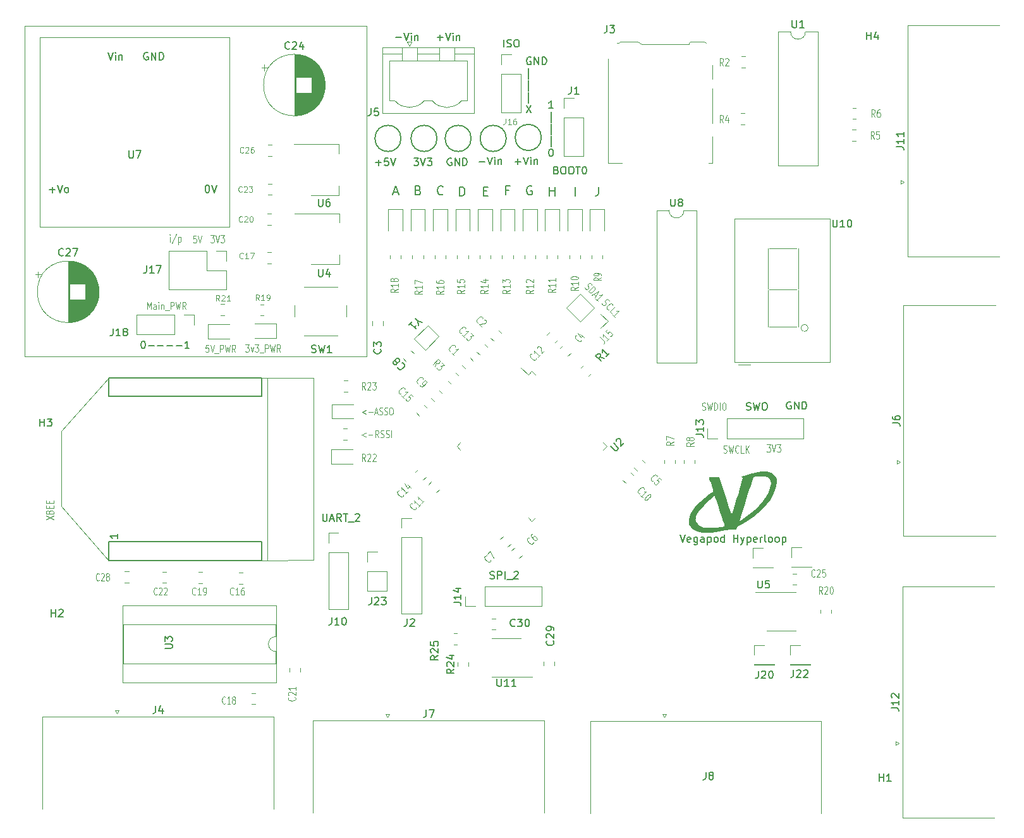
<source format=gbr>
%TF.GenerationSoftware,KiCad,Pcbnew,6.0.11-2627ca5db0~126~ubuntu20.04.1*%
%TF.CreationDate,2023-05-10T16:13:11+05:30*%
%TF.ProjectId,MVCU_F407,4d564355-5f46-4343-9037-2e6b69636164,rev?*%
%TF.SameCoordinates,Original*%
%TF.FileFunction,Legend,Top*%
%TF.FilePolarity,Positive*%
%FSLAX46Y46*%
G04 Gerber Fmt 4.6, Leading zero omitted, Abs format (unit mm)*
G04 Created by KiCad (PCBNEW 6.0.11-2627ca5db0~126~ubuntu20.04.1) date 2023-05-10 16:13:11*
%MOMM*%
%LPD*%
G01*
G04 APERTURE LIST*
%ADD10C,0.120000*%
%ADD11C,0.150000*%
%ADD12C,0.100000*%
%ADD13C,0.152400*%
%ADD14C,0.080000*%
%ADD15C,0.090000*%
%ADD16C,0.203200*%
G04 APERTURE END LIST*
D10*
X95125000Y-83450000D02*
X95125000Y-107850000D01*
X67525000Y-90550000D02*
X67525000Y-100650000D01*
X67525000Y-90550000D02*
X73850980Y-83402120D01*
X94351320Y-107897880D02*
X101325000Y-107850000D01*
X62625000Y-36300000D02*
X108425000Y-36300000D01*
X108425000Y-36300000D02*
X108425000Y-80600000D01*
X108425000Y-80600000D02*
X62625000Y-80600000D01*
X62625000Y-80600000D02*
X62625000Y-36300000D01*
X101325000Y-107850000D02*
X101325000Y-83450000D01*
X94351320Y-83402120D02*
X101325000Y-83450000D01*
X67525000Y-100650000D02*
X73850980Y-107897880D01*
D11*
X112298000Y-37832428D02*
X113059904Y-37832428D01*
X113393238Y-37213380D02*
X113726571Y-38213380D01*
X114059904Y-37213380D01*
X114393238Y-38213380D02*
X114393238Y-37546714D01*
X114393238Y-37213380D02*
X114345619Y-37261000D01*
X114393238Y-37308619D01*
X114440857Y-37261000D01*
X114393238Y-37213380D01*
X114393238Y-37308619D01*
X114869428Y-37546714D02*
X114869428Y-38213380D01*
X114869428Y-37641952D02*
X114917047Y-37594333D01*
X115012285Y-37546714D01*
X115155142Y-37546714D01*
X115250380Y-37594333D01*
X115298000Y-37689571D01*
X115298000Y-38213380D01*
X130521285Y-57775000D02*
X130407000Y-57717857D01*
X130235571Y-57717857D01*
X130064142Y-57775000D01*
X129949857Y-57889285D01*
X129892714Y-58003571D01*
X129835571Y-58232142D01*
X129835571Y-58403571D01*
X129892714Y-58632142D01*
X129949857Y-58746428D01*
X130064142Y-58860714D01*
X130235571Y-58917857D01*
X130349857Y-58917857D01*
X130521285Y-58860714D01*
X130578428Y-58803571D01*
X130578428Y-58403571D01*
X130349857Y-58403571D01*
D12*
X156210571Y-93434761D02*
X156317714Y-93482380D01*
X156496285Y-93482380D01*
X156567714Y-93434761D01*
X156603428Y-93387142D01*
X156639142Y-93291904D01*
X156639142Y-93196666D01*
X156603428Y-93101428D01*
X156567714Y-93053809D01*
X156496285Y-93006190D01*
X156353428Y-92958571D01*
X156282000Y-92910952D01*
X156246285Y-92863333D01*
X156210571Y-92768095D01*
X156210571Y-92672857D01*
X156246285Y-92577619D01*
X156282000Y-92530000D01*
X156353428Y-92482380D01*
X156532000Y-92482380D01*
X156639142Y-92530000D01*
X156889142Y-92482380D02*
X157067714Y-93482380D01*
X157210571Y-92768095D01*
X157353428Y-93482380D01*
X157532000Y-92482380D01*
X158246285Y-93387142D02*
X158210571Y-93434761D01*
X158103428Y-93482380D01*
X158032000Y-93482380D01*
X157924857Y-93434761D01*
X157853428Y-93339523D01*
X157817714Y-93244285D01*
X157782000Y-93053809D01*
X157782000Y-92910952D01*
X157817714Y-92720476D01*
X157853428Y-92625238D01*
X157924857Y-92530000D01*
X158032000Y-92482380D01*
X158103428Y-92482380D01*
X158210571Y-92530000D01*
X158246285Y-92577619D01*
X158924857Y-93482380D02*
X158567714Y-93482380D01*
X158567714Y-92482380D01*
X159174857Y-93482380D02*
X159174857Y-92482380D01*
X159603428Y-93482380D02*
X159282000Y-92910952D01*
X159603428Y-92482380D02*
X159174857Y-93053809D01*
X82042857Y-65202380D02*
X82042857Y-64535714D01*
X82042857Y-64202380D02*
X82007142Y-64250000D01*
X82042857Y-64297619D01*
X82078571Y-64250000D01*
X82042857Y-64202380D01*
X82042857Y-64297619D01*
X82935714Y-64154761D02*
X82292857Y-65440476D01*
X83185714Y-64535714D02*
X83185714Y-65535714D01*
X83185714Y-64583333D02*
X83257142Y-64535714D01*
X83400000Y-64535714D01*
X83471428Y-64583333D01*
X83507142Y-64630952D01*
X83542857Y-64726190D01*
X83542857Y-65011904D01*
X83507142Y-65107142D01*
X83471428Y-65154761D01*
X83400000Y-65202380D01*
X83257142Y-65202380D01*
X83185714Y-65154761D01*
D11*
X133808666Y-55596571D02*
X133951523Y-55644190D01*
X133999142Y-55691809D01*
X134046761Y-55787047D01*
X134046761Y-55929904D01*
X133999142Y-56025142D01*
X133951523Y-56072761D01*
X133856285Y-56120380D01*
X133475333Y-56120380D01*
X133475333Y-55120380D01*
X133808666Y-55120380D01*
X133903904Y-55168000D01*
X133951523Y-55215619D01*
X133999142Y-55310857D01*
X133999142Y-55406095D01*
X133951523Y-55501333D01*
X133903904Y-55548952D01*
X133808666Y-55596571D01*
X133475333Y-55596571D01*
X134665809Y-55120380D02*
X134856285Y-55120380D01*
X134951523Y-55168000D01*
X135046761Y-55263238D01*
X135094380Y-55453714D01*
X135094380Y-55787047D01*
X135046761Y-55977523D01*
X134951523Y-56072761D01*
X134856285Y-56120380D01*
X134665809Y-56120380D01*
X134570571Y-56072761D01*
X134475333Y-55977523D01*
X134427714Y-55787047D01*
X134427714Y-55453714D01*
X134475333Y-55263238D01*
X134570571Y-55168000D01*
X134665809Y-55120380D01*
X135713428Y-55120380D02*
X135903904Y-55120380D01*
X135999142Y-55168000D01*
X136094380Y-55263238D01*
X136142000Y-55453714D01*
X136142000Y-55787047D01*
X136094380Y-55977523D01*
X135999142Y-56072761D01*
X135903904Y-56120380D01*
X135713428Y-56120380D01*
X135618190Y-56072761D01*
X135522952Y-55977523D01*
X135475333Y-55787047D01*
X135475333Y-55453714D01*
X135522952Y-55263238D01*
X135618190Y-55168000D01*
X135713428Y-55120380D01*
X136427714Y-55120380D02*
X136999142Y-55120380D01*
X136713428Y-56120380D02*
X136713428Y-55120380D01*
X137522952Y-55120380D02*
X137618190Y-55120380D01*
X137713428Y-55168000D01*
X137761047Y-55215619D01*
X137808666Y-55310857D01*
X137856285Y-55501333D01*
X137856285Y-55739428D01*
X137808666Y-55929904D01*
X137761047Y-56025142D01*
X137713428Y-56072761D01*
X137618190Y-56120380D01*
X137522952Y-56120380D01*
X137427714Y-56072761D01*
X137380095Y-56025142D01*
X137332476Y-55929904D01*
X137284857Y-55739428D01*
X137284857Y-55501333D01*
X137332476Y-55310857D01*
X137380095Y-55215619D01*
X137427714Y-55168000D01*
X137522952Y-55120380D01*
D12*
X153356714Y-87695761D02*
X153463857Y-87743380D01*
X153642428Y-87743380D01*
X153713857Y-87695761D01*
X153749571Y-87648142D01*
X153785285Y-87552904D01*
X153785285Y-87457666D01*
X153749571Y-87362428D01*
X153713857Y-87314809D01*
X153642428Y-87267190D01*
X153499571Y-87219571D01*
X153428142Y-87171952D01*
X153392428Y-87124333D01*
X153356714Y-87029095D01*
X153356714Y-86933857D01*
X153392428Y-86838619D01*
X153428142Y-86791000D01*
X153499571Y-86743380D01*
X153678142Y-86743380D01*
X153785285Y-86791000D01*
X154035285Y-86743380D02*
X154213857Y-87743380D01*
X154356714Y-87029095D01*
X154499571Y-87743380D01*
X154678142Y-86743380D01*
X154963857Y-87743380D02*
X154963857Y-86743380D01*
X155142428Y-86743380D01*
X155249571Y-86791000D01*
X155321000Y-86886238D01*
X155356714Y-86981476D01*
X155392428Y-87171952D01*
X155392428Y-87314809D01*
X155356714Y-87505285D01*
X155321000Y-87600523D01*
X155249571Y-87695761D01*
X155142428Y-87743380D01*
X154963857Y-87743380D01*
X155713857Y-87743380D02*
X155713857Y-86743380D01*
X156213857Y-86743380D02*
X156356714Y-86743380D01*
X156428142Y-86791000D01*
X156499571Y-86886238D01*
X156535285Y-87076714D01*
X156535285Y-87410047D01*
X156499571Y-87600523D01*
X156428142Y-87695761D01*
X156356714Y-87743380D01*
X156213857Y-87743380D01*
X156142428Y-87695761D01*
X156071000Y-87600523D01*
X156035285Y-87410047D01*
X156035285Y-87076714D01*
X156071000Y-86886238D01*
X156142428Y-86791000D01*
X156213857Y-86743380D01*
D11*
X165233095Y-86664000D02*
X165137857Y-86616380D01*
X164995000Y-86616380D01*
X164852142Y-86664000D01*
X164756904Y-86759238D01*
X164709285Y-86854476D01*
X164661666Y-87044952D01*
X164661666Y-87187809D01*
X164709285Y-87378285D01*
X164756904Y-87473523D01*
X164852142Y-87568761D01*
X164995000Y-87616380D01*
X165090238Y-87616380D01*
X165233095Y-87568761D01*
X165280714Y-87521142D01*
X165280714Y-87187809D01*
X165090238Y-87187809D01*
X165709285Y-87616380D02*
X165709285Y-86616380D01*
X166280714Y-87616380D01*
X166280714Y-86616380D01*
X166756904Y-87616380D02*
X166756904Y-86616380D01*
X166995000Y-86616380D01*
X167137857Y-86664000D01*
X167233095Y-86759238D01*
X167280714Y-86854476D01*
X167328333Y-87044952D01*
X167328333Y-87187809D01*
X167280714Y-87378285D01*
X167233095Y-87473523D01*
X167137857Y-87568761D01*
X166995000Y-87616380D01*
X166756904Y-87616380D01*
D10*
X108278571Y-90771214D02*
X107707142Y-91056928D01*
X108278571Y-91342642D01*
X108635714Y-91056928D02*
X109207142Y-91056928D01*
X109992857Y-91437880D02*
X109742857Y-90961690D01*
X109564285Y-91437880D02*
X109564285Y-90437880D01*
X109850000Y-90437880D01*
X109921428Y-90485500D01*
X109957142Y-90533119D01*
X109992857Y-90628357D01*
X109992857Y-90771214D01*
X109957142Y-90866452D01*
X109921428Y-90914071D01*
X109850000Y-90961690D01*
X109564285Y-90961690D01*
X110278571Y-91390261D02*
X110385714Y-91437880D01*
X110564285Y-91437880D01*
X110635714Y-91390261D01*
X110671428Y-91342642D01*
X110707142Y-91247404D01*
X110707142Y-91152166D01*
X110671428Y-91056928D01*
X110635714Y-91009309D01*
X110564285Y-90961690D01*
X110421428Y-90914071D01*
X110350000Y-90866452D01*
X110314285Y-90818833D01*
X110278571Y-90723595D01*
X110278571Y-90628357D01*
X110314285Y-90533119D01*
X110350000Y-90485500D01*
X110421428Y-90437880D01*
X110600000Y-90437880D01*
X110707142Y-90485500D01*
X110992857Y-91390261D02*
X111100000Y-91437880D01*
X111278571Y-91437880D01*
X111350000Y-91390261D01*
X111385714Y-91342642D01*
X111421428Y-91247404D01*
X111421428Y-91152166D01*
X111385714Y-91056928D01*
X111350000Y-91009309D01*
X111278571Y-90961690D01*
X111135714Y-90914071D01*
X111064285Y-90866452D01*
X111028571Y-90818833D01*
X110992857Y-90723595D01*
X110992857Y-90628357D01*
X111028571Y-90533119D01*
X111064285Y-90485500D01*
X111135714Y-90437880D01*
X111314285Y-90437880D01*
X111421428Y-90485500D01*
X111742857Y-91437880D02*
X111742857Y-90437880D01*
D11*
X117886000Y-37832428D02*
X118647904Y-37832428D01*
X118266952Y-38213380D02*
X118266952Y-37451476D01*
X118981238Y-37213380D02*
X119314571Y-38213380D01*
X119647904Y-37213380D01*
X119981238Y-38213380D02*
X119981238Y-37546714D01*
X119981238Y-37213380D02*
X119933619Y-37261000D01*
X119981238Y-37308619D01*
X120028857Y-37261000D01*
X119981238Y-37213380D01*
X119981238Y-37308619D01*
X120457428Y-37546714D02*
X120457428Y-38213380D01*
X120457428Y-37641952D02*
X120505047Y-37594333D01*
X120600285Y-37546714D01*
X120743142Y-37546714D01*
X120838380Y-37594333D01*
X120886000Y-37689571D01*
X120886000Y-38213380D01*
X127457428Y-58289285D02*
X127057428Y-58289285D01*
X127057428Y-58917857D02*
X127057428Y-57717857D01*
X127628857Y-57717857D01*
X132912142Y-59044857D02*
X132912142Y-57844857D01*
X132912142Y-58416285D02*
X133597857Y-58416285D01*
X133597857Y-59044857D02*
X133597857Y-57844857D01*
D12*
X137634279Y-71313699D02*
X137676369Y-71423132D01*
X137802638Y-71549401D01*
X137886817Y-71566237D01*
X137945743Y-71557819D01*
X138038340Y-71515730D01*
X138105684Y-71448386D01*
X138147773Y-71355789D01*
X138156191Y-71296863D01*
X138139356Y-71212684D01*
X138072012Y-71077997D01*
X138055176Y-70993817D01*
X138063594Y-70934892D01*
X138105684Y-70842294D01*
X138173027Y-70774951D01*
X138265625Y-70732861D01*
X138324550Y-70724443D01*
X138408730Y-70741279D01*
X138534999Y-70867548D01*
X138577088Y-70976981D01*
X138130938Y-71877701D02*
X138838044Y-71170594D01*
X138964313Y-71296863D01*
X139006403Y-71406296D01*
X138989567Y-71524147D01*
X138947478Y-71616745D01*
X138838044Y-71776686D01*
X138737029Y-71877701D01*
X138577088Y-71987134D01*
X138484491Y-72029224D01*
X138366640Y-72046060D01*
X138257207Y-72003970D01*
X138130938Y-71877701D01*
X138838044Y-72180747D02*
X139090582Y-72433285D01*
X138585506Y-72332269D02*
X139469390Y-71801939D01*
X138939060Y-72685823D01*
X139393628Y-73140392D02*
X139090582Y-72837346D01*
X139242105Y-72988869D02*
X139949212Y-72281762D01*
X139797689Y-72332269D01*
X139679838Y-72349105D01*
X139595659Y-72332269D01*
D11*
X118640428Y-58803571D02*
X118583285Y-58860714D01*
X118411857Y-58917857D01*
X118297571Y-58917857D01*
X118126142Y-58860714D01*
X118011857Y-58746428D01*
X117954714Y-58632142D01*
X117897571Y-58403571D01*
X117897571Y-58232142D01*
X117954714Y-58003571D01*
X118011857Y-57889285D01*
X118126142Y-57775000D01*
X118297571Y-57717857D01*
X118411857Y-57717857D01*
X118583285Y-57775000D01*
X118640428Y-57832142D01*
X112014285Y-58575000D02*
X112585714Y-58575000D01*
X111900000Y-58917857D02*
X112300000Y-57717857D01*
X112700000Y-58917857D01*
X133387714Y-47312380D02*
X132816285Y-47312380D01*
X133102000Y-47312380D02*
X133102000Y-46312380D01*
X133006761Y-46455238D01*
X132911523Y-46550476D01*
X132816285Y-46598095D01*
X133102000Y-49255714D02*
X133102000Y-47827142D01*
X133102000Y-50865714D02*
X133102000Y-49437142D01*
X133102000Y-52475714D02*
X133102000Y-51047142D01*
X133054380Y-52752380D02*
X133149619Y-52752380D01*
X133244857Y-52800000D01*
X133292476Y-52847619D01*
X133340095Y-52942857D01*
X133387714Y-53133333D01*
X133387714Y-53371428D01*
X133340095Y-53561904D01*
X133292476Y-53657142D01*
X133244857Y-53704761D01*
X133149619Y-53752380D01*
X133054380Y-53752380D01*
X132959142Y-53704761D01*
X132911523Y-53657142D01*
X132863904Y-53561904D01*
X132816285Y-53371428D01*
X132816285Y-53133333D01*
X132863904Y-52942857D01*
X132911523Y-52847619D01*
X132959142Y-52800000D01*
X133054380Y-52752380D01*
D12*
X139932906Y-73485326D02*
X139974996Y-73594759D01*
X140101265Y-73721028D01*
X140185444Y-73737864D01*
X140244370Y-73729446D01*
X140336967Y-73687356D01*
X140404311Y-73620013D01*
X140446400Y-73527416D01*
X140454818Y-73468490D01*
X140437982Y-73384311D01*
X140370639Y-73249624D01*
X140353803Y-73165444D01*
X140362221Y-73106519D01*
X140404311Y-73013921D01*
X140471654Y-72946578D01*
X140564251Y-72904488D01*
X140623177Y-72896070D01*
X140707356Y-72912906D01*
X140833625Y-73039175D01*
X140875715Y-73148608D01*
X140799954Y-74285030D02*
X140741028Y-74293448D01*
X140631595Y-74251358D01*
X140581087Y-74200851D01*
X140538998Y-74091417D01*
X140555834Y-73973566D01*
X140597923Y-73880969D01*
X140707356Y-73721028D01*
X140808372Y-73620013D01*
X140968312Y-73510580D01*
X141060910Y-73468490D01*
X141178761Y-73451654D01*
X141288194Y-73493744D01*
X141338702Y-73544251D01*
X141380791Y-73653685D01*
X141372374Y-73712610D01*
X141212433Y-74832196D02*
X140959895Y-74579658D01*
X141667001Y-73872551D01*
X141667001Y-75286765D02*
X141363956Y-74983719D01*
X141515478Y-75135242D02*
X142222585Y-74428135D01*
X142071062Y-74478643D01*
X141953211Y-74495478D01*
X141869032Y-74478643D01*
D10*
X87217857Y-79002380D02*
X86860714Y-79002380D01*
X86825000Y-79478571D01*
X86860714Y-79430952D01*
X86932142Y-79383333D01*
X87110714Y-79383333D01*
X87182142Y-79430952D01*
X87217857Y-79478571D01*
X87253571Y-79573809D01*
X87253571Y-79811904D01*
X87217857Y-79907142D01*
X87182142Y-79954761D01*
X87110714Y-80002380D01*
X86932142Y-80002380D01*
X86860714Y-79954761D01*
X86825000Y-79907142D01*
X87467857Y-79002380D02*
X87717857Y-80002380D01*
X87967857Y-79002380D01*
X88039285Y-80097619D02*
X88610714Y-80097619D01*
X88789285Y-80002380D02*
X88789285Y-79002380D01*
X89075000Y-79002380D01*
X89146428Y-79050000D01*
X89182142Y-79097619D01*
X89217857Y-79192857D01*
X89217857Y-79335714D01*
X89182142Y-79430952D01*
X89146428Y-79478571D01*
X89075000Y-79526190D01*
X88789285Y-79526190D01*
X89467857Y-79002380D02*
X89646428Y-80002380D01*
X89789285Y-79288095D01*
X89932142Y-80002380D01*
X90110714Y-79002380D01*
X90825000Y-80002380D02*
X90575000Y-79526190D01*
X90396428Y-80002380D02*
X90396428Y-79002380D01*
X90682142Y-79002380D01*
X90753571Y-79050000D01*
X90789285Y-79097619D01*
X90825000Y-79192857D01*
X90825000Y-79335714D01*
X90789285Y-79430952D01*
X90753571Y-79478571D01*
X90682142Y-79526190D01*
X90396428Y-79526190D01*
D11*
X136303000Y-59044857D02*
X136303000Y-57844857D01*
X124107857Y-58416285D02*
X124507857Y-58416285D01*
X124679285Y-59044857D02*
X124107857Y-59044857D01*
X124107857Y-57844857D01*
X124679285Y-57844857D01*
D12*
X87496428Y-64302380D02*
X87960714Y-64302380D01*
X87710714Y-64683333D01*
X87817857Y-64683333D01*
X87889285Y-64730952D01*
X87925000Y-64778571D01*
X87960714Y-64873809D01*
X87960714Y-65111904D01*
X87925000Y-65207142D01*
X87889285Y-65254761D01*
X87817857Y-65302380D01*
X87603571Y-65302380D01*
X87532142Y-65254761D01*
X87496428Y-65207142D01*
X88175000Y-64302380D02*
X88425000Y-65302380D01*
X88675000Y-64302380D01*
X88853571Y-64302380D02*
X89317857Y-64302380D01*
X89067857Y-64683333D01*
X89175000Y-64683333D01*
X89246428Y-64730952D01*
X89282142Y-64778571D01*
X89317857Y-64873809D01*
X89317857Y-65111904D01*
X89282142Y-65207142D01*
X89246428Y-65254761D01*
X89175000Y-65302380D01*
X88960714Y-65302380D01*
X88889285Y-65254761D01*
X88853571Y-65207142D01*
D11*
X139471428Y-57842857D02*
X139471428Y-58700000D01*
X139414285Y-58871428D01*
X139300000Y-58985714D01*
X139128571Y-59042857D01*
X139014285Y-59042857D01*
X159280047Y-87695761D02*
X159422904Y-87743380D01*
X159661000Y-87743380D01*
X159756238Y-87695761D01*
X159803857Y-87648142D01*
X159851476Y-87552904D01*
X159851476Y-87457666D01*
X159803857Y-87362428D01*
X159756238Y-87314809D01*
X159661000Y-87267190D01*
X159470523Y-87219571D01*
X159375285Y-87171952D01*
X159327666Y-87124333D01*
X159280047Y-87029095D01*
X159280047Y-86933857D01*
X159327666Y-86838619D01*
X159375285Y-86791000D01*
X159470523Y-86743380D01*
X159708619Y-86743380D01*
X159851476Y-86791000D01*
X160184809Y-86743380D02*
X160422904Y-87743380D01*
X160613380Y-87029095D01*
X160803857Y-87743380D01*
X161041952Y-86743380D01*
X161613380Y-86743380D02*
X161803857Y-86743380D01*
X161899095Y-86791000D01*
X161994333Y-86886238D01*
X162041952Y-87076714D01*
X162041952Y-87410047D01*
X161994333Y-87600523D01*
X161899095Y-87695761D01*
X161803857Y-87743380D01*
X161613380Y-87743380D01*
X161518142Y-87695761D01*
X161422904Y-87600523D01*
X161375285Y-87410047D01*
X161375285Y-87076714D01*
X161422904Y-86886238D01*
X161518142Y-86791000D01*
X161613380Y-86743380D01*
X120875714Y-59044857D02*
X120875714Y-57844857D01*
X121161428Y-57844857D01*
X121332857Y-57902000D01*
X121447142Y-58016285D01*
X121504285Y-58130571D01*
X121561428Y-58359142D01*
X121561428Y-58530571D01*
X121504285Y-58759142D01*
X121447142Y-58873428D01*
X121332857Y-58987714D01*
X121161428Y-59044857D01*
X120875714Y-59044857D01*
D12*
X65452380Y-102428571D02*
X66452380Y-101928571D01*
X65452380Y-101928571D02*
X66452380Y-102428571D01*
X65928571Y-101392857D02*
X65976190Y-101285714D01*
X66023809Y-101250000D01*
X66119047Y-101214285D01*
X66261904Y-101214285D01*
X66357142Y-101250000D01*
X66404761Y-101285714D01*
X66452380Y-101357142D01*
X66452380Y-101642857D01*
X65452380Y-101642857D01*
X65452380Y-101392857D01*
X65500000Y-101321428D01*
X65547619Y-101285714D01*
X65642857Y-101250000D01*
X65738095Y-101250000D01*
X65833333Y-101285714D01*
X65880952Y-101321428D01*
X65928571Y-101392857D01*
X65928571Y-101642857D01*
X65928571Y-100892857D02*
X65928571Y-100642857D01*
X66452380Y-100535714D02*
X66452380Y-100892857D01*
X65452380Y-100892857D01*
X65452380Y-100535714D01*
X65928571Y-100214285D02*
X65928571Y-99964285D01*
X66452380Y-99857142D02*
X66452380Y-100214285D01*
X65452380Y-100214285D01*
X65452380Y-99857142D01*
D11*
X115306714Y-58289285D02*
X115478142Y-58346428D01*
X115535285Y-58403571D01*
X115592428Y-58517857D01*
X115592428Y-58689285D01*
X115535285Y-58803571D01*
X115478142Y-58860714D01*
X115363857Y-58917857D01*
X114906714Y-58917857D01*
X114906714Y-57717857D01*
X115306714Y-57717857D01*
X115421000Y-57775000D01*
X115478142Y-57832142D01*
X115535285Y-57946428D01*
X115535285Y-58060714D01*
X115478142Y-58175000D01*
X115421000Y-58232142D01*
X115306714Y-58289285D01*
X114906714Y-58289285D01*
D10*
X92167857Y-78952380D02*
X92632142Y-78952380D01*
X92382142Y-79333333D01*
X92489285Y-79333333D01*
X92560714Y-79380952D01*
X92596428Y-79428571D01*
X92632142Y-79523809D01*
X92632142Y-79761904D01*
X92596428Y-79857142D01*
X92560714Y-79904761D01*
X92489285Y-79952380D01*
X92275000Y-79952380D01*
X92203571Y-79904761D01*
X92167857Y-79857142D01*
X92882142Y-79285714D02*
X93060714Y-79952380D01*
X93239285Y-79285714D01*
X93453571Y-78952380D02*
X93917857Y-78952380D01*
X93667857Y-79333333D01*
X93775000Y-79333333D01*
X93846428Y-79380952D01*
X93882142Y-79428571D01*
X93917857Y-79523809D01*
X93917857Y-79761904D01*
X93882142Y-79857142D01*
X93846428Y-79904761D01*
X93775000Y-79952380D01*
X93560714Y-79952380D01*
X93489285Y-79904761D01*
X93453571Y-79857142D01*
X94060714Y-80047619D02*
X94632142Y-80047619D01*
X94810714Y-79952380D02*
X94810714Y-78952380D01*
X95096428Y-78952380D01*
X95167857Y-79000000D01*
X95203571Y-79047619D01*
X95239285Y-79142857D01*
X95239285Y-79285714D01*
X95203571Y-79380952D01*
X95167857Y-79428571D01*
X95096428Y-79476190D01*
X94810714Y-79476190D01*
X95489285Y-78952380D02*
X95667857Y-79952380D01*
X95810714Y-79238095D01*
X95953571Y-79952380D01*
X96132142Y-78952380D01*
X96846428Y-79952380D02*
X96596428Y-79476190D01*
X96417857Y-79952380D02*
X96417857Y-78952380D01*
X96703571Y-78952380D01*
X96775000Y-79000000D01*
X96810714Y-79047619D01*
X96846428Y-79142857D01*
X96846428Y-79285714D01*
X96810714Y-79380952D01*
X96775000Y-79428571D01*
X96703571Y-79476190D01*
X96417857Y-79476190D01*
D12*
X85582142Y-64352380D02*
X85225000Y-64352380D01*
X85189285Y-64828571D01*
X85225000Y-64780952D01*
X85296428Y-64733333D01*
X85475000Y-64733333D01*
X85546428Y-64780952D01*
X85582142Y-64828571D01*
X85617857Y-64923809D01*
X85617857Y-65161904D01*
X85582142Y-65257142D01*
X85546428Y-65304761D01*
X85475000Y-65352380D01*
X85296428Y-65352380D01*
X85225000Y-65304761D01*
X85189285Y-65257142D01*
X85832142Y-64352380D02*
X86082142Y-65352380D01*
X86332142Y-64352380D01*
D11*
X126768000Y-39102380D02*
X126768000Y-38102380D01*
X127196571Y-39054761D02*
X127339428Y-39102380D01*
X127577523Y-39102380D01*
X127672761Y-39054761D01*
X127720380Y-39007142D01*
X127768000Y-38911904D01*
X127768000Y-38816666D01*
X127720380Y-38721428D01*
X127672761Y-38673809D01*
X127577523Y-38626190D01*
X127387047Y-38578571D01*
X127291809Y-38530952D01*
X127244190Y-38483333D01*
X127196571Y-38388095D01*
X127196571Y-38292857D01*
X127244190Y-38197619D01*
X127291809Y-38150000D01*
X127387047Y-38102380D01*
X127625142Y-38102380D01*
X127768000Y-38150000D01*
X128387047Y-38102380D02*
X128577523Y-38102380D01*
X128672761Y-38150000D01*
X128768000Y-38245238D01*
X128815619Y-38435714D01*
X128815619Y-38769047D01*
X128768000Y-38959523D01*
X128672761Y-39054761D01*
X128577523Y-39102380D01*
X128387047Y-39102380D01*
X128291809Y-39054761D01*
X128196571Y-38959523D01*
X128148952Y-38769047D01*
X128148952Y-38435714D01*
X128196571Y-38245238D01*
X128291809Y-38150000D01*
X128387047Y-38102380D01*
D10*
X108352000Y-87723214D02*
X107818666Y-88008928D01*
X108352000Y-88294642D01*
X108685333Y-88008928D02*
X109218666Y-88008928D01*
X109518666Y-88104166D02*
X109852000Y-88104166D01*
X109452000Y-88389880D02*
X109685333Y-87389880D01*
X109918666Y-88389880D01*
X110118666Y-88342261D02*
X110218666Y-88389880D01*
X110385333Y-88389880D01*
X110452000Y-88342261D01*
X110485333Y-88294642D01*
X110518666Y-88199404D01*
X110518666Y-88104166D01*
X110485333Y-88008928D01*
X110452000Y-87961309D01*
X110385333Y-87913690D01*
X110252000Y-87866071D01*
X110185333Y-87818452D01*
X110152000Y-87770833D01*
X110118666Y-87675595D01*
X110118666Y-87580357D01*
X110152000Y-87485119D01*
X110185333Y-87437500D01*
X110252000Y-87389880D01*
X110418666Y-87389880D01*
X110518666Y-87437500D01*
X110785333Y-88342261D02*
X110885333Y-88389880D01*
X111052000Y-88389880D01*
X111118666Y-88342261D01*
X111152000Y-88294642D01*
X111185333Y-88199404D01*
X111185333Y-88104166D01*
X111152000Y-88008928D01*
X111118666Y-87961309D01*
X111052000Y-87913690D01*
X110918666Y-87866071D01*
X110852000Y-87818452D01*
X110818666Y-87770833D01*
X110785333Y-87675595D01*
X110785333Y-87580357D01*
X110818666Y-87485119D01*
X110852000Y-87437500D01*
X110918666Y-87389880D01*
X111085333Y-87389880D01*
X111185333Y-87437500D01*
X111618666Y-87389880D02*
X111752000Y-87389880D01*
X111818666Y-87437500D01*
X111885333Y-87532738D01*
X111918666Y-87723214D01*
X111918666Y-88056547D01*
X111885333Y-88247023D01*
X111818666Y-88342261D01*
X111752000Y-88389880D01*
X111618666Y-88389880D01*
X111552000Y-88342261D01*
X111485333Y-88247023D01*
X111452000Y-88056547D01*
X111452000Y-87723214D01*
X111485333Y-87532738D01*
X111552000Y-87437500D01*
X111618666Y-87389880D01*
X79003571Y-74252380D02*
X79003571Y-73252380D01*
X79253571Y-73966666D01*
X79503571Y-73252380D01*
X79503571Y-74252380D01*
X80182142Y-74252380D02*
X80182142Y-73728571D01*
X80146428Y-73633333D01*
X80075000Y-73585714D01*
X79932142Y-73585714D01*
X79860714Y-73633333D01*
X80182142Y-74204761D02*
X80110714Y-74252380D01*
X79932142Y-74252380D01*
X79860714Y-74204761D01*
X79825000Y-74109523D01*
X79825000Y-74014285D01*
X79860714Y-73919047D01*
X79932142Y-73871428D01*
X80110714Y-73871428D01*
X80182142Y-73823809D01*
X80539285Y-74252380D02*
X80539285Y-73585714D01*
X80539285Y-73252380D02*
X80503571Y-73300000D01*
X80539285Y-73347619D01*
X80575000Y-73300000D01*
X80539285Y-73252380D01*
X80539285Y-73347619D01*
X80896428Y-73585714D02*
X80896428Y-74252380D01*
X80896428Y-73680952D02*
X80932142Y-73633333D01*
X81003571Y-73585714D01*
X81110714Y-73585714D01*
X81182142Y-73633333D01*
X81217857Y-73728571D01*
X81217857Y-74252380D01*
X81396428Y-74347619D02*
X81967857Y-74347619D01*
X82146428Y-74252380D02*
X82146428Y-73252380D01*
X82432142Y-73252380D01*
X82503571Y-73300000D01*
X82539285Y-73347619D01*
X82575000Y-73442857D01*
X82575000Y-73585714D01*
X82539285Y-73680952D01*
X82503571Y-73728571D01*
X82432142Y-73776190D01*
X82146428Y-73776190D01*
X82825000Y-73252380D02*
X83003571Y-74252380D01*
X83146428Y-73538095D01*
X83289285Y-74252380D01*
X83467857Y-73252380D01*
X84182142Y-74252380D02*
X83932142Y-73776190D01*
X83753571Y-74252380D02*
X83753571Y-73252380D01*
X84039285Y-73252380D01*
X84110714Y-73300000D01*
X84146428Y-73347619D01*
X84182142Y-73442857D01*
X84182142Y-73585714D01*
X84146428Y-73680952D01*
X84110714Y-73728571D01*
X84039285Y-73776190D01*
X83753571Y-73776190D01*
D11*
X130405404Y-40518000D02*
X130310166Y-40470380D01*
X130167309Y-40470380D01*
X130024452Y-40518000D01*
X129929214Y-40613238D01*
X129881595Y-40708476D01*
X129833976Y-40898952D01*
X129833976Y-41041809D01*
X129881595Y-41232285D01*
X129929214Y-41327523D01*
X130024452Y-41422761D01*
X130167309Y-41470380D01*
X130262547Y-41470380D01*
X130405404Y-41422761D01*
X130453023Y-41375142D01*
X130453023Y-41041809D01*
X130262547Y-41041809D01*
X130881595Y-41470380D02*
X130881595Y-40470380D01*
X131453023Y-41470380D01*
X131453023Y-40470380D01*
X131929214Y-41470380D02*
X131929214Y-40470380D01*
X132167309Y-40470380D01*
X132310166Y-40518000D01*
X132405404Y-40613238D01*
X132453023Y-40708476D01*
X132500642Y-40898952D01*
X132500642Y-41041809D01*
X132453023Y-41232285D01*
X132405404Y-41327523D01*
X132310166Y-41422761D01*
X132167309Y-41470380D01*
X131929214Y-41470380D01*
X130119690Y-43413714D02*
X130119690Y-41985142D01*
X130119690Y-45023714D02*
X130119690Y-43595142D01*
X130119690Y-46633714D02*
X130119690Y-45205142D01*
X129786357Y-46910380D02*
X130453023Y-47910380D01*
X130453023Y-46910380D02*
X129786357Y-47910380D01*
D12*
X162003428Y-92357380D02*
X162467714Y-92357380D01*
X162217714Y-92738333D01*
X162324857Y-92738333D01*
X162396285Y-92785952D01*
X162432000Y-92833571D01*
X162467714Y-92928809D01*
X162467714Y-93166904D01*
X162432000Y-93262142D01*
X162396285Y-93309761D01*
X162324857Y-93357380D01*
X162110571Y-93357380D01*
X162039142Y-93309761D01*
X162003428Y-93262142D01*
X162682000Y-92357380D02*
X162932000Y-93357380D01*
X163182000Y-92357380D01*
X163360571Y-92357380D02*
X163824857Y-92357380D01*
X163574857Y-92738333D01*
X163682000Y-92738333D01*
X163753428Y-92785952D01*
X163789142Y-92833571D01*
X163824857Y-92928809D01*
X163824857Y-93166904D01*
X163789142Y-93262142D01*
X163753428Y-93309761D01*
X163682000Y-93357380D01*
X163467714Y-93357380D01*
X163396285Y-93309761D01*
X163360571Y-93262142D01*
D11*
X150412952Y-104432380D02*
X150746285Y-105432380D01*
X151079619Y-104432380D01*
X151793904Y-105384761D02*
X151698666Y-105432380D01*
X151508190Y-105432380D01*
X151412952Y-105384761D01*
X151365333Y-105289523D01*
X151365333Y-104908571D01*
X151412952Y-104813333D01*
X151508190Y-104765714D01*
X151698666Y-104765714D01*
X151793904Y-104813333D01*
X151841523Y-104908571D01*
X151841523Y-105003809D01*
X151365333Y-105099047D01*
X152698666Y-104765714D02*
X152698666Y-105575238D01*
X152651047Y-105670476D01*
X152603428Y-105718095D01*
X152508190Y-105765714D01*
X152365333Y-105765714D01*
X152270095Y-105718095D01*
X152698666Y-105384761D02*
X152603428Y-105432380D01*
X152412952Y-105432380D01*
X152317714Y-105384761D01*
X152270095Y-105337142D01*
X152222476Y-105241904D01*
X152222476Y-104956190D01*
X152270095Y-104860952D01*
X152317714Y-104813333D01*
X152412952Y-104765714D01*
X152603428Y-104765714D01*
X152698666Y-104813333D01*
X153603428Y-105432380D02*
X153603428Y-104908571D01*
X153555809Y-104813333D01*
X153460571Y-104765714D01*
X153270095Y-104765714D01*
X153174857Y-104813333D01*
X153603428Y-105384761D02*
X153508190Y-105432380D01*
X153270095Y-105432380D01*
X153174857Y-105384761D01*
X153127238Y-105289523D01*
X153127238Y-105194285D01*
X153174857Y-105099047D01*
X153270095Y-105051428D01*
X153508190Y-105051428D01*
X153603428Y-105003809D01*
X154079619Y-104765714D02*
X154079619Y-105765714D01*
X154079619Y-104813333D02*
X154174857Y-104765714D01*
X154365333Y-104765714D01*
X154460571Y-104813333D01*
X154508190Y-104860952D01*
X154555809Y-104956190D01*
X154555809Y-105241904D01*
X154508190Y-105337142D01*
X154460571Y-105384761D01*
X154365333Y-105432380D01*
X154174857Y-105432380D01*
X154079619Y-105384761D01*
X155127238Y-105432380D02*
X155032000Y-105384761D01*
X154984380Y-105337142D01*
X154936761Y-105241904D01*
X154936761Y-104956190D01*
X154984380Y-104860952D01*
X155032000Y-104813333D01*
X155127238Y-104765714D01*
X155270095Y-104765714D01*
X155365333Y-104813333D01*
X155412952Y-104860952D01*
X155460571Y-104956190D01*
X155460571Y-105241904D01*
X155412952Y-105337142D01*
X155365333Y-105384761D01*
X155270095Y-105432380D01*
X155127238Y-105432380D01*
X156317714Y-105432380D02*
X156317714Y-104432380D01*
X156317714Y-105384761D02*
X156222476Y-105432380D01*
X156032000Y-105432380D01*
X155936761Y-105384761D01*
X155889142Y-105337142D01*
X155841523Y-105241904D01*
X155841523Y-104956190D01*
X155889142Y-104860952D01*
X155936761Y-104813333D01*
X156032000Y-104765714D01*
X156222476Y-104765714D01*
X156317714Y-104813333D01*
X157555809Y-105432380D02*
X157555809Y-104432380D01*
X157555809Y-104908571D02*
X158127238Y-104908571D01*
X158127238Y-105432380D02*
X158127238Y-104432380D01*
X158508190Y-104765714D02*
X158746285Y-105432380D01*
X158984380Y-104765714D02*
X158746285Y-105432380D01*
X158651047Y-105670476D01*
X158603428Y-105718095D01*
X158508190Y-105765714D01*
X159365333Y-104765714D02*
X159365333Y-105765714D01*
X159365333Y-104813333D02*
X159460571Y-104765714D01*
X159651047Y-104765714D01*
X159746285Y-104813333D01*
X159793904Y-104860952D01*
X159841523Y-104956190D01*
X159841523Y-105241904D01*
X159793904Y-105337142D01*
X159746285Y-105384761D01*
X159651047Y-105432380D01*
X159460571Y-105432380D01*
X159365333Y-105384761D01*
X160651047Y-105384761D02*
X160555809Y-105432380D01*
X160365333Y-105432380D01*
X160270095Y-105384761D01*
X160222476Y-105289523D01*
X160222476Y-104908571D01*
X160270095Y-104813333D01*
X160365333Y-104765714D01*
X160555809Y-104765714D01*
X160651047Y-104813333D01*
X160698666Y-104908571D01*
X160698666Y-105003809D01*
X160222476Y-105099047D01*
X161127238Y-105432380D02*
X161127238Y-104765714D01*
X161127238Y-104956190D02*
X161174857Y-104860952D01*
X161222476Y-104813333D01*
X161317714Y-104765714D01*
X161412952Y-104765714D01*
X161889142Y-105432380D02*
X161793904Y-105384761D01*
X161746285Y-105289523D01*
X161746285Y-104432380D01*
X162412952Y-105432380D02*
X162317714Y-105384761D01*
X162270095Y-105337142D01*
X162222476Y-105241904D01*
X162222476Y-104956190D01*
X162270095Y-104860952D01*
X162317714Y-104813333D01*
X162412952Y-104765714D01*
X162555809Y-104765714D01*
X162651047Y-104813333D01*
X162698666Y-104860952D01*
X162746285Y-104956190D01*
X162746285Y-105241904D01*
X162698666Y-105337142D01*
X162651047Y-105384761D01*
X162555809Y-105432380D01*
X162412952Y-105432380D01*
X163317714Y-105432380D02*
X163222476Y-105384761D01*
X163174857Y-105337142D01*
X163127238Y-105241904D01*
X163127238Y-104956190D01*
X163174857Y-104860952D01*
X163222476Y-104813333D01*
X163317714Y-104765714D01*
X163460571Y-104765714D01*
X163555809Y-104813333D01*
X163603428Y-104860952D01*
X163651047Y-104956190D01*
X163651047Y-105241904D01*
X163603428Y-105337142D01*
X163555809Y-105384761D01*
X163460571Y-105432380D01*
X163317714Y-105432380D01*
X164079619Y-104765714D02*
X164079619Y-105765714D01*
X164079619Y-104813333D02*
X164174857Y-104765714D01*
X164365333Y-104765714D01*
X164460571Y-104813333D01*
X164508190Y-104860952D01*
X164555809Y-104956190D01*
X164555809Y-105241904D01*
X164508190Y-105337142D01*
X164460571Y-105384761D01*
X164365333Y-105432380D01*
X164174857Y-105432380D01*
X164079619Y-105384761D01*
X78413000Y-78488380D02*
X78508238Y-78488380D01*
X78603476Y-78536000D01*
X78651095Y-78583619D01*
X78698714Y-78678857D01*
X78746333Y-78869333D01*
X78746333Y-79107428D01*
X78698714Y-79297904D01*
X78651095Y-79393142D01*
X78603476Y-79440761D01*
X78508238Y-79488380D01*
X78413000Y-79488380D01*
X78317761Y-79440761D01*
X78270142Y-79393142D01*
X78222523Y-79297904D01*
X78174904Y-79107428D01*
X78174904Y-78869333D01*
X78222523Y-78678857D01*
X78270142Y-78583619D01*
X78317761Y-78536000D01*
X78413000Y-78488380D01*
X79174904Y-79107428D02*
X79936809Y-79107428D01*
X80413000Y-79107428D02*
X81174904Y-79107428D01*
X81651095Y-79107428D02*
X82413000Y-79107428D01*
X82889190Y-79107428D02*
X83651095Y-79107428D01*
X84651095Y-79488380D02*
X84079666Y-79488380D01*
X84365380Y-79488380D02*
X84365380Y-78488380D01*
X84270142Y-78631238D01*
X84174904Y-78726476D01*
X84079666Y-78774095D01*
D12*
%TO.C,R17*%
X115827380Y-71771142D02*
X115351190Y-72021142D01*
X115827380Y-72199714D02*
X114827380Y-72199714D01*
X114827380Y-71914000D01*
X114875000Y-71842571D01*
X114922619Y-71806857D01*
X115017857Y-71771142D01*
X115160714Y-71771142D01*
X115255952Y-71806857D01*
X115303571Y-71842571D01*
X115351190Y-71914000D01*
X115351190Y-72199714D01*
X115827380Y-71056857D02*
X115827380Y-71485428D01*
X115827380Y-71271142D02*
X114827380Y-71271142D01*
X114970238Y-71342571D01*
X115065476Y-71414000D01*
X115113095Y-71485428D01*
X114827380Y-70806857D02*
X114827380Y-70306857D01*
X115827380Y-70628285D01*
D11*
%TO.C,U1*%
X165419095Y-35516380D02*
X165419095Y-36325904D01*
X165466714Y-36421142D01*
X165514333Y-36468761D01*
X165609571Y-36516380D01*
X165800047Y-36516380D01*
X165895285Y-36468761D01*
X165942904Y-36421142D01*
X165990523Y-36325904D01*
X165990523Y-35516380D01*
X166990523Y-36516380D02*
X166419095Y-36516380D01*
X166704809Y-36516380D02*
X166704809Y-35516380D01*
X166609571Y-35659238D01*
X166514333Y-35754476D01*
X166419095Y-35802095D01*
%TO.C,R1*%
X140202030Y-80787732D02*
X139629610Y-80686717D01*
X139797969Y-81191793D02*
X139090862Y-80484687D01*
X139360236Y-80215312D01*
X139461251Y-80181641D01*
X139528595Y-80181641D01*
X139629610Y-80215312D01*
X139730625Y-80316328D01*
X139764297Y-80417343D01*
X139764297Y-80484687D01*
X139730625Y-80585702D01*
X139461251Y-80855076D01*
X140875465Y-80114297D02*
X140471404Y-80518358D01*
X140673435Y-80316328D02*
X139966328Y-79609221D01*
X140000000Y-79777580D01*
X140000000Y-79912267D01*
X139966328Y-80013282D01*
D12*
%TO.C,C13*%
X121078535Y-77423611D02*
X121019609Y-77432029D01*
X120910176Y-77389939D01*
X120859668Y-77339432D01*
X120817579Y-77229999D01*
X120834415Y-77112147D01*
X120876504Y-77019550D01*
X120985938Y-76859609D01*
X121086953Y-76758594D01*
X121246894Y-76649161D01*
X121339491Y-76607071D01*
X121457342Y-76590235D01*
X121566775Y-76632325D01*
X121617283Y-76682833D01*
X121659373Y-76792266D01*
X121650955Y-76851191D01*
X121516268Y-77996031D02*
X121213222Y-77692985D01*
X121364745Y-77844508D02*
X122071852Y-77137401D01*
X121920329Y-77187909D01*
X121802478Y-77204745D01*
X121718298Y-77187909D01*
X122400151Y-77465701D02*
X122728451Y-77794000D01*
X122282300Y-77886598D01*
X122358061Y-77962359D01*
X122374897Y-78046539D01*
X122366479Y-78105464D01*
X122324390Y-78198061D01*
X122156031Y-78366420D01*
X122063434Y-78408510D01*
X122004508Y-78416928D01*
X121920329Y-78400092D01*
X121768806Y-78248569D01*
X121751970Y-78164390D01*
X121760388Y-78105464D01*
D11*
%TO.C,+Vin*%
X128300000Y-54469428D02*
X129061904Y-54469428D01*
X128680952Y-54850380D02*
X128680952Y-54088476D01*
X129395238Y-53850380D02*
X129728571Y-54850380D01*
X130061904Y-53850380D01*
X130395238Y-54850380D02*
X130395238Y-54183714D01*
X130395238Y-53850380D02*
X130347619Y-53898000D01*
X130395238Y-53945619D01*
X130442857Y-53898000D01*
X130395238Y-53850380D01*
X130395238Y-53945619D01*
X130871428Y-54183714D02*
X130871428Y-54850380D01*
X130871428Y-54278952D02*
X130919047Y-54231333D01*
X131014285Y-54183714D01*
X131157142Y-54183714D01*
X131252380Y-54231333D01*
X131300000Y-54326571D01*
X131300000Y-54850380D01*
D12*
%TO.C,R5*%
X176357000Y-51407380D02*
X176107000Y-50931190D01*
X175928428Y-51407380D02*
X175928428Y-50407380D01*
X176214142Y-50407380D01*
X176285571Y-50455000D01*
X176321285Y-50502619D01*
X176357000Y-50597857D01*
X176357000Y-50740714D01*
X176321285Y-50835952D01*
X176285571Y-50883571D01*
X176214142Y-50931190D01*
X175928428Y-50931190D01*
X177035571Y-50407380D02*
X176678428Y-50407380D01*
X176642714Y-50883571D01*
X176678428Y-50835952D01*
X176749857Y-50788333D01*
X176928428Y-50788333D01*
X176999857Y-50835952D01*
X177035571Y-50883571D01*
X177071285Y-50978809D01*
X177071285Y-51216904D01*
X177035571Y-51312142D01*
X176999857Y-51359761D01*
X176928428Y-51407380D01*
X176749857Y-51407380D01*
X176678428Y-51359761D01*
X176642714Y-51312142D01*
D11*
%TO.C,-Vin*%
X123474000Y-54469428D02*
X124235904Y-54469428D01*
X124569238Y-53850380D02*
X124902571Y-54850380D01*
X125235904Y-53850380D01*
X125569238Y-54850380D02*
X125569238Y-54183714D01*
X125569238Y-53850380D02*
X125521619Y-53898000D01*
X125569238Y-53945619D01*
X125616857Y-53898000D01*
X125569238Y-53850380D01*
X125569238Y-53945619D01*
X126045428Y-54183714D02*
X126045428Y-54850380D01*
X126045428Y-54278952D02*
X126093047Y-54231333D01*
X126188285Y-54183714D01*
X126331142Y-54183714D01*
X126426380Y-54231333D01*
X126474000Y-54326571D01*
X126474000Y-54850380D01*
%TO.C,J6*%
X178838487Y-89490226D02*
X179552773Y-89490226D01*
X179695630Y-89537845D01*
X179790868Y-89633083D01*
X179838487Y-89775940D01*
X179838487Y-89871178D01*
X178838487Y-88585464D02*
X178838487Y-88775940D01*
X178886107Y-88871178D01*
X178933726Y-88918797D01*
X179076583Y-89014035D01*
X179267059Y-89061654D01*
X179648011Y-89061654D01*
X179743249Y-89014035D01*
X179790868Y-88966416D01*
X179838487Y-88871178D01*
X179838487Y-88680702D01*
X179790868Y-88585464D01*
X179743249Y-88537845D01*
X179648011Y-88490226D01*
X179409916Y-88490226D01*
X179314678Y-88537845D01*
X179267059Y-88585464D01*
X179219440Y-88680702D01*
X179219440Y-88871178D01*
X179267059Y-88966416D01*
X179314678Y-89014035D01*
X179409916Y-89061654D01*
D12*
%TO.C,R12*%
X130760380Y-71644142D02*
X130284190Y-71894142D01*
X130760380Y-72072714D02*
X129760380Y-72072714D01*
X129760380Y-71787000D01*
X129808000Y-71715571D01*
X129855619Y-71679857D01*
X129950857Y-71644142D01*
X130093714Y-71644142D01*
X130188952Y-71679857D01*
X130236571Y-71715571D01*
X130284190Y-71787000D01*
X130284190Y-72072714D01*
X130760380Y-70929857D02*
X130760380Y-71358428D01*
X130760380Y-71144142D02*
X129760380Y-71144142D01*
X129903238Y-71215571D01*
X129998476Y-71287000D01*
X130046095Y-71358428D01*
X129855619Y-70644142D02*
X129808000Y-70608428D01*
X129760380Y-70537000D01*
X129760380Y-70358428D01*
X129808000Y-70287000D01*
X129855619Y-70251285D01*
X129950857Y-70215571D01*
X130046095Y-70215571D01*
X130188952Y-70251285D01*
X130760380Y-70679857D01*
X130760380Y-70215571D01*
%TO.C,R19*%
X94011857Y-73039285D02*
X93761857Y-72682142D01*
X93583285Y-73039285D02*
X93583285Y-72289285D01*
X93869000Y-72289285D01*
X93940428Y-72325000D01*
X93976142Y-72360714D01*
X94011857Y-72432142D01*
X94011857Y-72539285D01*
X93976142Y-72610714D01*
X93940428Y-72646428D01*
X93869000Y-72682142D01*
X93583285Y-72682142D01*
X94726142Y-73039285D02*
X94297571Y-73039285D01*
X94511857Y-73039285D02*
X94511857Y-72289285D01*
X94440428Y-72396428D01*
X94369000Y-72467857D01*
X94297571Y-72503571D01*
X95083285Y-73039285D02*
X95226142Y-73039285D01*
X95297571Y-73003571D01*
X95333285Y-72967857D01*
X95404714Y-72860714D01*
X95440428Y-72717857D01*
X95440428Y-72432142D01*
X95404714Y-72360714D01*
X95369000Y-72325000D01*
X95297571Y-72289285D01*
X95154714Y-72289285D01*
X95083285Y-72325000D01*
X95047571Y-72360714D01*
X95011857Y-72432142D01*
X95011857Y-72610714D01*
X95047571Y-72682142D01*
X95083285Y-72717857D01*
X95154714Y-72753571D01*
X95297571Y-72753571D01*
X95369000Y-72717857D01*
X95404714Y-72682142D01*
X95440428Y-72610714D01*
%TO.C,C6*%
X130737309Y-105424926D02*
X130745727Y-105483852D01*
X130703638Y-105593285D01*
X130653130Y-105643792D01*
X130543697Y-105685882D01*
X130425846Y-105669046D01*
X130333248Y-105626956D01*
X130173307Y-105517523D01*
X130072292Y-105416508D01*
X129962859Y-105256567D01*
X129920769Y-105163970D01*
X129903933Y-105046119D01*
X129946023Y-104936686D01*
X129996531Y-104886178D01*
X130105964Y-104844088D01*
X130164890Y-104852506D01*
X130552115Y-104330594D02*
X130451099Y-104431609D01*
X130434264Y-104515789D01*
X130442681Y-104574714D01*
X130493189Y-104726237D01*
X130602622Y-104886178D01*
X130871996Y-105155552D01*
X130964594Y-105197642D01*
X131023519Y-105206060D01*
X131107699Y-105189224D01*
X131208714Y-105088208D01*
X131225550Y-105004029D01*
X131217132Y-104945104D01*
X131175042Y-104852506D01*
X131006683Y-104684147D01*
X130914086Y-104642058D01*
X130855160Y-104633640D01*
X130770981Y-104650476D01*
X130669966Y-104751491D01*
X130653130Y-104835670D01*
X130661548Y-104894596D01*
X130703638Y-104987193D01*
%TO.C,R22*%
X108226857Y-94612880D02*
X107976857Y-94136690D01*
X107798285Y-94612880D02*
X107798285Y-93612880D01*
X108084000Y-93612880D01*
X108155428Y-93660500D01*
X108191142Y-93708119D01*
X108226857Y-93803357D01*
X108226857Y-93946214D01*
X108191142Y-94041452D01*
X108155428Y-94089071D01*
X108084000Y-94136690D01*
X107798285Y-94136690D01*
X108512571Y-93708119D02*
X108548285Y-93660500D01*
X108619714Y-93612880D01*
X108798285Y-93612880D01*
X108869714Y-93660500D01*
X108905428Y-93708119D01*
X108941142Y-93803357D01*
X108941142Y-93898595D01*
X108905428Y-94041452D01*
X108476857Y-94612880D01*
X108941142Y-94612880D01*
X109226857Y-93708119D02*
X109262571Y-93660500D01*
X109334000Y-93612880D01*
X109512571Y-93612880D01*
X109584000Y-93660500D01*
X109619714Y-93708119D01*
X109655428Y-93803357D01*
X109655428Y-93898595D01*
X109619714Y-94041452D01*
X109191142Y-94612880D01*
X109655428Y-94612880D01*
D13*
%TO.C,U9*%
X75052279Y-104351314D02*
X75052279Y-104931885D01*
X75052279Y-104641600D02*
X74036279Y-104641600D01*
X74181421Y-104738361D01*
X74278183Y-104835123D01*
X74326564Y-104931885D01*
D12*
%TO.C,R11*%
X133681380Y-71517142D02*
X133205190Y-71767142D01*
X133681380Y-71945714D02*
X132681380Y-71945714D01*
X132681380Y-71660000D01*
X132729000Y-71588571D01*
X132776619Y-71552857D01*
X132871857Y-71517142D01*
X133014714Y-71517142D01*
X133109952Y-71552857D01*
X133157571Y-71588571D01*
X133205190Y-71660000D01*
X133205190Y-71945714D01*
X133681380Y-70802857D02*
X133681380Y-71231428D01*
X133681380Y-71017142D02*
X132681380Y-71017142D01*
X132824238Y-71088571D01*
X132919476Y-71160000D01*
X132967095Y-71231428D01*
X133681380Y-70088571D02*
X133681380Y-70517142D01*
X133681380Y-70302857D02*
X132681380Y-70302857D01*
X132824238Y-70374285D01*
X132919476Y-70445714D01*
X132967095Y-70517142D01*
D11*
%TO.C,U10*%
X170852904Y-62232380D02*
X170852904Y-63041904D01*
X170900523Y-63137142D01*
X170948142Y-63184761D01*
X171043380Y-63232380D01*
X171233857Y-63232380D01*
X171329095Y-63184761D01*
X171376714Y-63137142D01*
X171424333Y-63041904D01*
X171424333Y-62232380D01*
X172424333Y-63232380D02*
X171852904Y-63232380D01*
X172138619Y-63232380D02*
X172138619Y-62232380D01*
X172043380Y-62375238D01*
X171948142Y-62470476D01*
X171852904Y-62518095D01*
X173043380Y-62232380D02*
X173138619Y-62232380D01*
X173233857Y-62280000D01*
X173281476Y-62327619D01*
X173329095Y-62422857D01*
X173376714Y-62613333D01*
X173376714Y-62851428D01*
X173329095Y-63041904D01*
X173281476Y-63137142D01*
X173233857Y-63184761D01*
X173138619Y-63232380D01*
X173043380Y-63232380D01*
X172948142Y-63184761D01*
X172900523Y-63137142D01*
X172852904Y-63041904D01*
X172805285Y-62851428D01*
X172805285Y-62613333D01*
X172852904Y-62422857D01*
X172900523Y-62327619D01*
X172948142Y-62280000D01*
X173043380Y-62232380D01*
D12*
%TO.C,C26*%
X91892857Y-53217857D02*
X91857142Y-53253571D01*
X91750000Y-53289285D01*
X91678571Y-53289285D01*
X91571428Y-53253571D01*
X91500000Y-53182142D01*
X91464285Y-53110714D01*
X91428571Y-52967857D01*
X91428571Y-52860714D01*
X91464285Y-52717857D01*
X91500000Y-52646428D01*
X91571428Y-52575000D01*
X91678571Y-52539285D01*
X91750000Y-52539285D01*
X91857142Y-52575000D01*
X91892857Y-52610714D01*
X92178571Y-52610714D02*
X92214285Y-52575000D01*
X92285714Y-52539285D01*
X92464285Y-52539285D01*
X92535714Y-52575000D01*
X92571428Y-52610714D01*
X92607142Y-52682142D01*
X92607142Y-52753571D01*
X92571428Y-52860714D01*
X92142857Y-53289285D01*
X92607142Y-53289285D01*
X93250000Y-52539285D02*
X93107142Y-52539285D01*
X93035714Y-52575000D01*
X93000000Y-52610714D01*
X92928571Y-52717857D01*
X92892857Y-52860714D01*
X92892857Y-53146428D01*
X92928571Y-53217857D01*
X92964285Y-53253571D01*
X93035714Y-53289285D01*
X93178571Y-53289285D01*
X93250000Y-53253571D01*
X93285714Y-53217857D01*
X93321428Y-53146428D01*
X93321428Y-52967857D01*
X93285714Y-52896428D01*
X93250000Y-52860714D01*
X93178571Y-52825000D01*
X93035714Y-52825000D01*
X92964285Y-52860714D01*
X92928571Y-52896428D01*
X92892857Y-52967857D01*
%TO.C,R18*%
X112599380Y-71517142D02*
X112123190Y-71767142D01*
X112599380Y-71945714D02*
X111599380Y-71945714D01*
X111599380Y-71660000D01*
X111647000Y-71588571D01*
X111694619Y-71552857D01*
X111789857Y-71517142D01*
X111932714Y-71517142D01*
X112027952Y-71552857D01*
X112075571Y-71588571D01*
X112123190Y-71660000D01*
X112123190Y-71945714D01*
X112599380Y-70802857D02*
X112599380Y-71231428D01*
X112599380Y-71017142D02*
X111599380Y-71017142D01*
X111742238Y-71088571D01*
X111837476Y-71160000D01*
X111885095Y-71231428D01*
X112027952Y-70374285D02*
X111980333Y-70445714D01*
X111932714Y-70481428D01*
X111837476Y-70517142D01*
X111789857Y-70517142D01*
X111694619Y-70481428D01*
X111647000Y-70445714D01*
X111599380Y-70374285D01*
X111599380Y-70231428D01*
X111647000Y-70160000D01*
X111694619Y-70124285D01*
X111789857Y-70088571D01*
X111837476Y-70088571D01*
X111932714Y-70124285D01*
X111980333Y-70160000D01*
X112027952Y-70231428D01*
X112027952Y-70374285D01*
X112075571Y-70445714D01*
X112123190Y-70481428D01*
X112218428Y-70517142D01*
X112408904Y-70517142D01*
X112504142Y-70481428D01*
X112551761Y-70445714D01*
X112599380Y-70374285D01*
X112599380Y-70231428D01*
X112551761Y-70160000D01*
X112504142Y-70124285D01*
X112408904Y-70088571D01*
X112218428Y-70088571D01*
X112123190Y-70124285D01*
X112075571Y-70160000D01*
X112027952Y-70231428D01*
%TO.C,C19*%
X85502857Y-112413142D02*
X85467142Y-112460761D01*
X85360000Y-112508380D01*
X85288571Y-112508380D01*
X85181428Y-112460761D01*
X85110000Y-112365523D01*
X85074285Y-112270285D01*
X85038571Y-112079809D01*
X85038571Y-111936952D01*
X85074285Y-111746476D01*
X85110000Y-111651238D01*
X85181428Y-111556000D01*
X85288571Y-111508380D01*
X85360000Y-111508380D01*
X85467142Y-111556000D01*
X85502857Y-111603619D01*
X86217142Y-112508380D02*
X85788571Y-112508380D01*
X86002857Y-112508380D02*
X86002857Y-111508380D01*
X85931428Y-111651238D01*
X85860000Y-111746476D01*
X85788571Y-111794095D01*
X86574285Y-112508380D02*
X86717142Y-112508380D01*
X86788571Y-112460761D01*
X86824285Y-112413142D01*
X86895714Y-112270285D01*
X86931428Y-112079809D01*
X86931428Y-111698857D01*
X86895714Y-111603619D01*
X86860000Y-111556000D01*
X86788571Y-111508380D01*
X86645714Y-111508380D01*
X86574285Y-111556000D01*
X86538571Y-111603619D01*
X86502857Y-111698857D01*
X86502857Y-111936952D01*
X86538571Y-112032190D01*
X86574285Y-112079809D01*
X86645714Y-112127428D01*
X86788571Y-112127428D01*
X86860000Y-112079809D01*
X86895714Y-112032190D01*
X86931428Y-111936952D01*
%TO.C,C23*%
X91692857Y-58467857D02*
X91657142Y-58503571D01*
X91550000Y-58539285D01*
X91478571Y-58539285D01*
X91371428Y-58503571D01*
X91300000Y-58432142D01*
X91264285Y-58360714D01*
X91228571Y-58217857D01*
X91228571Y-58110714D01*
X91264285Y-57967857D01*
X91300000Y-57896428D01*
X91371428Y-57825000D01*
X91478571Y-57789285D01*
X91550000Y-57789285D01*
X91657142Y-57825000D01*
X91692857Y-57860714D01*
X91978571Y-57860714D02*
X92014285Y-57825000D01*
X92085714Y-57789285D01*
X92264285Y-57789285D01*
X92335714Y-57825000D01*
X92371428Y-57860714D01*
X92407142Y-57932142D01*
X92407142Y-58003571D01*
X92371428Y-58110714D01*
X91942857Y-58539285D01*
X92407142Y-58539285D01*
X92657142Y-57789285D02*
X93121428Y-57789285D01*
X92871428Y-58075000D01*
X92978571Y-58075000D01*
X93050000Y-58110714D01*
X93085714Y-58146428D01*
X93121428Y-58217857D01*
X93121428Y-58396428D01*
X93085714Y-58467857D01*
X93050000Y-58503571D01*
X92978571Y-58539285D01*
X92764285Y-58539285D01*
X92692857Y-58503571D01*
X92657142Y-58467857D01*
%TO.C,C25*%
X168431857Y-109994642D02*
X168396142Y-110042261D01*
X168289000Y-110089880D01*
X168217571Y-110089880D01*
X168110428Y-110042261D01*
X168039000Y-109947023D01*
X168003285Y-109851785D01*
X167967571Y-109661309D01*
X167967571Y-109518452D01*
X168003285Y-109327976D01*
X168039000Y-109232738D01*
X168110428Y-109137500D01*
X168217571Y-109089880D01*
X168289000Y-109089880D01*
X168396142Y-109137500D01*
X168431857Y-109185119D01*
X168717571Y-109185119D02*
X168753285Y-109137500D01*
X168824714Y-109089880D01*
X169003285Y-109089880D01*
X169074714Y-109137500D01*
X169110428Y-109185119D01*
X169146142Y-109280357D01*
X169146142Y-109375595D01*
X169110428Y-109518452D01*
X168681857Y-110089880D01*
X169146142Y-110089880D01*
X169824714Y-109089880D02*
X169467571Y-109089880D01*
X169431857Y-109566071D01*
X169467571Y-109518452D01*
X169539000Y-109470833D01*
X169717571Y-109470833D01*
X169789000Y-109518452D01*
X169824714Y-109566071D01*
X169860428Y-109661309D01*
X169860428Y-109899404D01*
X169824714Y-109994642D01*
X169789000Y-110042261D01*
X169717571Y-110089880D01*
X169539000Y-110089880D01*
X169467571Y-110042261D01*
X169431857Y-109994642D01*
D11*
%TO.C,H4*%
X175393095Y-38096380D02*
X175393095Y-37096380D01*
X175393095Y-37572571D02*
X175964523Y-37572571D01*
X175964523Y-38096380D02*
X175964523Y-37096380D01*
X176869285Y-37429714D02*
X176869285Y-38096380D01*
X176631190Y-37048761D02*
X176393095Y-37763047D01*
X177012142Y-37763047D01*
D12*
%TO.C,C10*%
X144977263Y-98909340D02*
X144920021Y-98919441D01*
X144815639Y-98882402D01*
X144768498Y-98835262D01*
X144731460Y-98730879D01*
X144751663Y-98616395D01*
X144795436Y-98525482D01*
X144906553Y-98367224D01*
X145007568Y-98266209D01*
X145165825Y-98155092D01*
X145256739Y-98111319D01*
X145371223Y-98091116D01*
X145475605Y-98128155D01*
X145522746Y-98175295D01*
X145559785Y-98279678D01*
X145549683Y-98336920D01*
X145381324Y-99448088D02*
X145098482Y-99165245D01*
X145239903Y-99306666D02*
X145947010Y-98599559D01*
X145798854Y-98653434D01*
X145684370Y-98673637D01*
X145603558Y-98660169D01*
X146394844Y-99047394D02*
X146441985Y-99094534D01*
X146455453Y-99175346D01*
X146445352Y-99232588D01*
X146401578Y-99323502D01*
X146290462Y-99481759D01*
X146122103Y-99650118D01*
X145963846Y-99761235D01*
X145872932Y-99805008D01*
X145815690Y-99815110D01*
X145734878Y-99801641D01*
X145687737Y-99754501D01*
X145674269Y-99673688D01*
X145684370Y-99616446D01*
X145728143Y-99525533D01*
X145839260Y-99367275D01*
X146007619Y-99198917D01*
X146165876Y-99087800D01*
X146256790Y-99044027D01*
X146314032Y-99033925D01*
X146394844Y-99047394D01*
D11*
%TO.C,H2*%
X66170202Y-115445273D02*
X66170202Y-114445273D01*
X66170202Y-114921464D02*
X66741630Y-114921464D01*
X66741630Y-115445273D02*
X66741630Y-114445273D01*
X67170202Y-114540512D02*
X67217821Y-114492893D01*
X67313059Y-114445273D01*
X67551154Y-114445273D01*
X67646392Y-114492893D01*
X67694011Y-114540512D01*
X67741630Y-114635750D01*
X67741630Y-114730988D01*
X67694011Y-114873845D01*
X67122583Y-115445273D01*
X67741630Y-115445273D01*
D12*
%TO.C,C2*%
X123363073Y-76025150D02*
X123304147Y-76033568D01*
X123194714Y-75991479D01*
X123144207Y-75940971D01*
X123102117Y-75831538D01*
X123118953Y-75713687D01*
X123161043Y-75621089D01*
X123270476Y-75461148D01*
X123371491Y-75360133D01*
X123531432Y-75250700D01*
X123624029Y-75208610D01*
X123741880Y-75191774D01*
X123851313Y-75233864D01*
X123901821Y-75284372D01*
X123943911Y-75393805D01*
X123935493Y-75452731D01*
X124137523Y-75654761D02*
X124196449Y-75646343D01*
X124280628Y-75663179D01*
X124406897Y-75789448D01*
X124423733Y-75873627D01*
X124415315Y-75932553D01*
X124373226Y-76025150D01*
X124305882Y-76092494D01*
X124179613Y-76168255D01*
X123472506Y-76269270D01*
X123800806Y-76597570D01*
%TO.C,R4*%
X156164000Y-49248380D02*
X155914000Y-48772190D01*
X155735428Y-49248380D02*
X155735428Y-48248380D01*
X156021142Y-48248380D01*
X156092571Y-48296000D01*
X156128285Y-48343619D01*
X156164000Y-48438857D01*
X156164000Y-48581714D01*
X156128285Y-48676952D01*
X156092571Y-48724571D01*
X156021142Y-48772190D01*
X155735428Y-48772190D01*
X156806857Y-48581714D02*
X156806857Y-49248380D01*
X156628285Y-48200761D02*
X156449714Y-48915047D01*
X156914000Y-48915047D01*
%TO.C,R2*%
X156164000Y-41628380D02*
X155914000Y-41152190D01*
X155735428Y-41628380D02*
X155735428Y-40628380D01*
X156021142Y-40628380D01*
X156092571Y-40676000D01*
X156128285Y-40723619D01*
X156164000Y-40818857D01*
X156164000Y-40961714D01*
X156128285Y-41056952D01*
X156092571Y-41104571D01*
X156021142Y-41152190D01*
X155735428Y-41152190D01*
X156449714Y-40723619D02*
X156485428Y-40676000D01*
X156556857Y-40628380D01*
X156735428Y-40628380D01*
X156806857Y-40676000D01*
X156842571Y-40723619D01*
X156878285Y-40818857D01*
X156878285Y-40914095D01*
X156842571Y-41056952D01*
X156414000Y-41628380D01*
X156878285Y-41628380D01*
D11*
%TO.C,J2*%
X113816666Y-115702380D02*
X113816666Y-116416666D01*
X113769047Y-116559523D01*
X113673809Y-116654761D01*
X113530952Y-116702380D01*
X113435714Y-116702380D01*
X114245238Y-115797619D02*
X114292857Y-115750000D01*
X114388095Y-115702380D01*
X114626190Y-115702380D01*
X114721428Y-115750000D01*
X114769047Y-115797619D01*
X114816666Y-115892857D01*
X114816666Y-115988095D01*
X114769047Y-116130952D01*
X114197619Y-116702380D01*
X114816666Y-116702380D01*
%TO.C,J7*%
X116388773Y-127864942D02*
X116388773Y-128579228D01*
X116341154Y-128722085D01*
X116245916Y-128817323D01*
X116103059Y-128864942D01*
X116007821Y-128864942D01*
X116769726Y-127864942D02*
X117436392Y-127864942D01*
X117007821Y-128864942D01*
D12*
%TO.C,C17*%
X91852857Y-67365857D02*
X91817142Y-67401571D01*
X91710000Y-67437285D01*
X91638571Y-67437285D01*
X91531428Y-67401571D01*
X91460000Y-67330142D01*
X91424285Y-67258714D01*
X91388571Y-67115857D01*
X91388571Y-67008714D01*
X91424285Y-66865857D01*
X91460000Y-66794428D01*
X91531428Y-66723000D01*
X91638571Y-66687285D01*
X91710000Y-66687285D01*
X91817142Y-66723000D01*
X91852857Y-66758714D01*
X92567142Y-67437285D02*
X92138571Y-67437285D01*
X92352857Y-67437285D02*
X92352857Y-66687285D01*
X92281428Y-66794428D01*
X92210000Y-66865857D01*
X92138571Y-66901571D01*
X92817142Y-66687285D02*
X93317142Y-66687285D01*
X92995714Y-67437285D01*
D11*
%TO.C,U6*%
X101963095Y-59452380D02*
X101963095Y-60261904D01*
X102010714Y-60357142D01*
X102058333Y-60404761D01*
X102153571Y-60452380D01*
X102344047Y-60452380D01*
X102439285Y-60404761D01*
X102486904Y-60357142D01*
X102534523Y-60261904D01*
X102534523Y-59452380D01*
X103439285Y-59452380D02*
X103248809Y-59452380D01*
X103153571Y-59500000D01*
X103105952Y-59547619D01*
X103010714Y-59690476D01*
X102963095Y-59880952D01*
X102963095Y-60261904D01*
X103010714Y-60357142D01*
X103058333Y-60404761D01*
X103153571Y-60452380D01*
X103344047Y-60452380D01*
X103439285Y-60404761D01*
X103486904Y-60357142D01*
X103534523Y-60261904D01*
X103534523Y-60023809D01*
X103486904Y-59928571D01*
X103439285Y-59880952D01*
X103344047Y-59833333D01*
X103153571Y-59833333D01*
X103058333Y-59880952D01*
X103010714Y-59928571D01*
X102963095Y-60023809D01*
D12*
%TO.C,R7*%
X149556380Y-91988000D02*
X149080190Y-92238000D01*
X149556380Y-92416571D02*
X148556380Y-92416571D01*
X148556380Y-92130857D01*
X148604000Y-92059428D01*
X148651619Y-92023714D01*
X148746857Y-91988000D01*
X148889714Y-91988000D01*
X148984952Y-92023714D01*
X149032571Y-92059428D01*
X149080190Y-92130857D01*
X149080190Y-92416571D01*
X148556380Y-91738000D02*
X148556380Y-91238000D01*
X149556380Y-91559428D01*
%TO.C,R13*%
X127585380Y-71644142D02*
X127109190Y-71894142D01*
X127585380Y-72072714D02*
X126585380Y-72072714D01*
X126585380Y-71787000D01*
X126633000Y-71715571D01*
X126680619Y-71679857D01*
X126775857Y-71644142D01*
X126918714Y-71644142D01*
X127013952Y-71679857D01*
X127061571Y-71715571D01*
X127109190Y-71787000D01*
X127109190Y-72072714D01*
X127585380Y-70929857D02*
X127585380Y-71358428D01*
X127585380Y-71144142D02*
X126585380Y-71144142D01*
X126728238Y-71215571D01*
X126823476Y-71287000D01*
X126871095Y-71358428D01*
X126585380Y-70679857D02*
X126585380Y-70215571D01*
X126966333Y-70465571D01*
X126966333Y-70358428D01*
X127013952Y-70287000D01*
X127061571Y-70251285D01*
X127156809Y-70215571D01*
X127394904Y-70215571D01*
X127490142Y-70251285D01*
X127537761Y-70287000D01*
X127585380Y-70358428D01*
X127585380Y-70572714D01*
X127537761Y-70644142D01*
X127490142Y-70679857D01*
D11*
%TO.C,J11*%
X179358156Y-52466416D02*
X180072442Y-52466416D01*
X180215299Y-52514035D01*
X180310537Y-52609273D01*
X180358156Y-52752131D01*
X180358156Y-52847369D01*
X180358156Y-51466416D02*
X180358156Y-52037845D01*
X180358156Y-51752131D02*
X179358156Y-51752131D01*
X179501014Y-51847369D01*
X179596252Y-51942607D01*
X179643871Y-52037845D01*
X180358156Y-50514035D02*
X180358156Y-51085464D01*
X180358156Y-50799750D02*
X179358156Y-50799750D01*
X179501014Y-50894988D01*
X179596252Y-50990226D01*
X179643871Y-51085464D01*
%TO.C,J20*%
X160867476Y-122684380D02*
X160867476Y-123398666D01*
X160819857Y-123541523D01*
X160724619Y-123636761D01*
X160581761Y-123684380D01*
X160486523Y-123684380D01*
X161296047Y-122779619D02*
X161343666Y-122732000D01*
X161438904Y-122684380D01*
X161677000Y-122684380D01*
X161772238Y-122732000D01*
X161819857Y-122779619D01*
X161867476Y-122874857D01*
X161867476Y-122970095D01*
X161819857Y-123112952D01*
X161248428Y-123684380D01*
X161867476Y-123684380D01*
X162486523Y-122684380D02*
X162581761Y-122684380D01*
X162677000Y-122732000D01*
X162724619Y-122779619D01*
X162772238Y-122874857D01*
X162819857Y-123065333D01*
X162819857Y-123303428D01*
X162772238Y-123493904D01*
X162724619Y-123589142D01*
X162677000Y-123636761D01*
X162581761Y-123684380D01*
X162486523Y-123684380D01*
X162391285Y-123636761D01*
X162343666Y-123589142D01*
X162296047Y-123493904D01*
X162248428Y-123303428D01*
X162248428Y-123065333D01*
X162296047Y-122874857D01*
X162343666Y-122779619D01*
X162391285Y-122732000D01*
X162486523Y-122684380D01*
%TO.C,J13*%
X152522380Y-91009523D02*
X153236666Y-91009523D01*
X153379523Y-91057142D01*
X153474761Y-91152380D01*
X153522380Y-91295238D01*
X153522380Y-91390476D01*
X153522380Y-90009523D02*
X153522380Y-90580952D01*
X153522380Y-90295238D02*
X152522380Y-90295238D01*
X152665238Y-90390476D01*
X152760476Y-90485714D01*
X152808095Y-90580952D01*
X152522380Y-89676190D02*
X152522380Y-89057142D01*
X152903333Y-89390476D01*
X152903333Y-89247619D01*
X152950952Y-89152380D01*
X152998571Y-89104761D01*
X153093809Y-89057142D01*
X153331904Y-89057142D01*
X153427142Y-89104761D01*
X153474761Y-89152380D01*
X153522380Y-89247619D01*
X153522380Y-89533333D01*
X153474761Y-89628571D01*
X153427142Y-89676190D01*
%TO.C,U3*%
X81373380Y-119675904D02*
X82182904Y-119675904D01*
X82278142Y-119628285D01*
X82325761Y-119580666D01*
X82373380Y-119485428D01*
X82373380Y-119294952D01*
X82325761Y-119199714D01*
X82278142Y-119152095D01*
X82182904Y-119104476D01*
X81373380Y-119104476D01*
X81373380Y-118723523D02*
X81373380Y-118104476D01*
X81754333Y-118437809D01*
X81754333Y-118294952D01*
X81801952Y-118199714D01*
X81849571Y-118152095D01*
X81944809Y-118104476D01*
X82182904Y-118104476D01*
X82278142Y-118152095D01*
X82325761Y-118199714D01*
X82373380Y-118294952D01*
X82373380Y-118580666D01*
X82325761Y-118675904D01*
X82278142Y-118723523D01*
D14*
%TO.C,J16*%
X127007857Y-48702285D02*
X127007857Y-49238000D01*
X126972142Y-49345142D01*
X126900714Y-49416571D01*
X126793571Y-49452285D01*
X126722142Y-49452285D01*
X127757857Y-49452285D02*
X127329285Y-49452285D01*
X127543571Y-49452285D02*
X127543571Y-48702285D01*
X127472142Y-48809428D01*
X127400714Y-48880857D01*
X127329285Y-48916571D01*
X128400714Y-48702285D02*
X128257857Y-48702285D01*
X128186428Y-48738000D01*
X128150714Y-48773714D01*
X128079285Y-48880857D01*
X128043571Y-49023714D01*
X128043571Y-49309428D01*
X128079285Y-49380857D01*
X128115000Y-49416571D01*
X128186428Y-49452285D01*
X128329285Y-49452285D01*
X128400714Y-49416571D01*
X128436428Y-49380857D01*
X128472142Y-49309428D01*
X128472142Y-49130857D01*
X128436428Y-49059428D01*
X128400714Y-49023714D01*
X128329285Y-48988000D01*
X128186428Y-48988000D01*
X128115000Y-49023714D01*
X128079285Y-49059428D01*
X128043571Y-49130857D01*
D11*
%TO.C,J10*%
X103715476Y-115527380D02*
X103715476Y-116241666D01*
X103667857Y-116384523D01*
X103572619Y-116479761D01*
X103429761Y-116527380D01*
X103334523Y-116527380D01*
X104715476Y-116527380D02*
X104144047Y-116527380D01*
X104429761Y-116527380D02*
X104429761Y-115527380D01*
X104334523Y-115670238D01*
X104239285Y-115765476D01*
X104144047Y-115813095D01*
X105334523Y-115527380D02*
X105429761Y-115527380D01*
X105525000Y-115575000D01*
X105572619Y-115622619D01*
X105620238Y-115717857D01*
X105667857Y-115908333D01*
X105667857Y-116146428D01*
X105620238Y-116336904D01*
X105572619Y-116432142D01*
X105525000Y-116479761D01*
X105429761Y-116527380D01*
X105334523Y-116527380D01*
X105239285Y-116479761D01*
X105191666Y-116432142D01*
X105144047Y-116336904D01*
X105096428Y-116146428D01*
X105096428Y-115908333D01*
X105144047Y-115717857D01*
X105191666Y-115622619D01*
X105239285Y-115575000D01*
X105334523Y-115527380D01*
X102522619Y-101627380D02*
X102522619Y-102436904D01*
X102570238Y-102532142D01*
X102617857Y-102579761D01*
X102713095Y-102627380D01*
X102903571Y-102627380D01*
X102998809Y-102579761D01*
X103046428Y-102532142D01*
X103094047Y-102436904D01*
X103094047Y-101627380D01*
X103522619Y-102341666D02*
X103998809Y-102341666D01*
X103427380Y-102627380D02*
X103760714Y-101627380D01*
X104094047Y-102627380D01*
X104998809Y-102627380D02*
X104665476Y-102151190D01*
X104427380Y-102627380D02*
X104427380Y-101627380D01*
X104808333Y-101627380D01*
X104903571Y-101675000D01*
X104951190Y-101722619D01*
X104998809Y-101817857D01*
X104998809Y-101960714D01*
X104951190Y-102055952D01*
X104903571Y-102103571D01*
X104808333Y-102151190D01*
X104427380Y-102151190D01*
X105284523Y-101627380D02*
X105855952Y-101627380D01*
X105570238Y-102627380D02*
X105570238Y-101627380D01*
X105951190Y-102722619D02*
X106713095Y-102722619D01*
X106903571Y-101722619D02*
X106951190Y-101675000D01*
X107046428Y-101627380D01*
X107284523Y-101627380D01*
X107379761Y-101675000D01*
X107427380Y-101722619D01*
X107475000Y-101817857D01*
X107475000Y-101913095D01*
X107427380Y-102055952D01*
X106855952Y-102627380D01*
X107475000Y-102627380D01*
%TO.C,J3*%
X140588666Y-36183380D02*
X140588666Y-36897666D01*
X140541047Y-37040523D01*
X140445809Y-37135761D01*
X140302952Y-37183380D01*
X140207714Y-37183380D01*
X140969619Y-36183380D02*
X141588666Y-36183380D01*
X141255333Y-36564333D01*
X141398190Y-36564333D01*
X141493428Y-36611952D01*
X141541047Y-36659571D01*
X141588666Y-36754809D01*
X141588666Y-36992904D01*
X141541047Y-37088142D01*
X141493428Y-37135761D01*
X141398190Y-37183380D01*
X141112476Y-37183380D01*
X141017238Y-37135761D01*
X140969619Y-37088142D01*
D12*
%TO.C,C7*%
X125022309Y-107837926D02*
X125030727Y-107896852D01*
X124988638Y-108006285D01*
X124938130Y-108056792D01*
X124828697Y-108098882D01*
X124710846Y-108082046D01*
X124618248Y-108039956D01*
X124458307Y-107930523D01*
X124357292Y-107829508D01*
X124247859Y-107669567D01*
X124205769Y-107576970D01*
X124188933Y-107459119D01*
X124231023Y-107349686D01*
X124281531Y-107299178D01*
X124390964Y-107257088D01*
X124449890Y-107265506D01*
X124559323Y-107021386D02*
X124912876Y-106667833D01*
X125392699Y-107602224D01*
D11*
%TO.C,J12*%
X178685049Y-127666416D02*
X179399335Y-127666416D01*
X179542192Y-127714035D01*
X179637430Y-127809273D01*
X179685049Y-127952131D01*
X179685049Y-128047369D01*
X179685049Y-126666416D02*
X179685049Y-127237845D01*
X179685049Y-126952131D02*
X178685049Y-126952131D01*
X178827907Y-127047369D01*
X178923145Y-127142607D01*
X178970764Y-127237845D01*
X178780288Y-126285464D02*
X178732669Y-126237845D01*
X178685049Y-126142607D01*
X178685049Y-125904512D01*
X178732669Y-125809273D01*
X178780288Y-125761654D01*
X178875526Y-125714035D01*
X178970764Y-125714035D01*
X179113621Y-125761654D01*
X179685049Y-126333083D01*
X179685049Y-125714035D01*
D12*
%TO.C,C18*%
X89472000Y-127018142D02*
X89438666Y-127065761D01*
X89338666Y-127113380D01*
X89272000Y-127113380D01*
X89172000Y-127065761D01*
X89105333Y-126970523D01*
X89072000Y-126875285D01*
X89038666Y-126684809D01*
X89038666Y-126541952D01*
X89072000Y-126351476D01*
X89105333Y-126256238D01*
X89172000Y-126161000D01*
X89272000Y-126113380D01*
X89338666Y-126113380D01*
X89438666Y-126161000D01*
X89472000Y-126208619D01*
X90138666Y-127113380D02*
X89738666Y-127113380D01*
X89938666Y-127113380D02*
X89938666Y-126113380D01*
X89872000Y-126256238D01*
X89805333Y-126351476D01*
X89738666Y-126399095D01*
X90538666Y-126541952D02*
X90472000Y-126494333D01*
X90438666Y-126446714D01*
X90405333Y-126351476D01*
X90405333Y-126303857D01*
X90438666Y-126208619D01*
X90472000Y-126161000D01*
X90538666Y-126113380D01*
X90672000Y-126113380D01*
X90738666Y-126161000D01*
X90772000Y-126208619D01*
X90805333Y-126303857D01*
X90805333Y-126351476D01*
X90772000Y-126446714D01*
X90738666Y-126494333D01*
X90672000Y-126541952D01*
X90538666Y-126541952D01*
X90472000Y-126589571D01*
X90438666Y-126637190D01*
X90405333Y-126732428D01*
X90405333Y-126922904D01*
X90438666Y-127018142D01*
X90472000Y-127065761D01*
X90538666Y-127113380D01*
X90672000Y-127113380D01*
X90738666Y-127065761D01*
X90772000Y-127018142D01*
X90805333Y-126922904D01*
X90805333Y-126732428D01*
X90772000Y-126637190D01*
X90738666Y-126589571D01*
X90672000Y-126541952D01*
%TO.C,C22*%
X80328000Y-112413142D02*
X80294666Y-112460761D01*
X80194666Y-112508380D01*
X80128000Y-112508380D01*
X80028000Y-112460761D01*
X79961333Y-112365523D01*
X79928000Y-112270285D01*
X79894666Y-112079809D01*
X79894666Y-111936952D01*
X79928000Y-111746476D01*
X79961333Y-111651238D01*
X80028000Y-111556000D01*
X80128000Y-111508380D01*
X80194666Y-111508380D01*
X80294666Y-111556000D01*
X80328000Y-111603619D01*
X80594666Y-111603619D02*
X80628000Y-111556000D01*
X80694666Y-111508380D01*
X80861333Y-111508380D01*
X80928000Y-111556000D01*
X80961333Y-111603619D01*
X80994666Y-111698857D01*
X80994666Y-111794095D01*
X80961333Y-111936952D01*
X80561333Y-112508380D01*
X80994666Y-112508380D01*
X81261333Y-111603619D02*
X81294666Y-111556000D01*
X81361333Y-111508380D01*
X81528000Y-111508380D01*
X81594666Y-111556000D01*
X81628000Y-111603619D01*
X81661333Y-111698857D01*
X81661333Y-111794095D01*
X81628000Y-111936952D01*
X81228000Y-112508380D01*
X81661333Y-112508380D01*
%TO.C,R16*%
X118695380Y-71771142D02*
X118219190Y-72021142D01*
X118695380Y-72199714D02*
X117695380Y-72199714D01*
X117695380Y-71914000D01*
X117743000Y-71842571D01*
X117790619Y-71806857D01*
X117885857Y-71771142D01*
X118028714Y-71771142D01*
X118123952Y-71806857D01*
X118171571Y-71842571D01*
X118219190Y-71914000D01*
X118219190Y-72199714D01*
X118695380Y-71056857D02*
X118695380Y-71485428D01*
X118695380Y-71271142D02*
X117695380Y-71271142D01*
X117838238Y-71342571D01*
X117933476Y-71414000D01*
X117981095Y-71485428D01*
X117695380Y-70414000D02*
X117695380Y-70556857D01*
X117743000Y-70628285D01*
X117790619Y-70664000D01*
X117933476Y-70735428D01*
X118123952Y-70771142D01*
X118504904Y-70771142D01*
X118600142Y-70735428D01*
X118647761Y-70699714D01*
X118695380Y-70628285D01*
X118695380Y-70485428D01*
X118647761Y-70414000D01*
X118600142Y-70378285D01*
X118504904Y-70342571D01*
X118266809Y-70342571D01*
X118171571Y-70378285D01*
X118123952Y-70414000D01*
X118076333Y-70485428D01*
X118076333Y-70628285D01*
X118123952Y-70699714D01*
X118171571Y-70735428D01*
X118266809Y-70771142D01*
%TO.C,C16*%
X90582857Y-112413142D02*
X90547142Y-112460761D01*
X90440000Y-112508380D01*
X90368571Y-112508380D01*
X90261428Y-112460761D01*
X90190000Y-112365523D01*
X90154285Y-112270285D01*
X90118571Y-112079809D01*
X90118571Y-111936952D01*
X90154285Y-111746476D01*
X90190000Y-111651238D01*
X90261428Y-111556000D01*
X90368571Y-111508380D01*
X90440000Y-111508380D01*
X90547142Y-111556000D01*
X90582857Y-111603619D01*
X91297142Y-112508380D02*
X90868571Y-112508380D01*
X91082857Y-112508380D02*
X91082857Y-111508380D01*
X91011428Y-111651238D01*
X90940000Y-111746476D01*
X90868571Y-111794095D01*
X91940000Y-111508380D02*
X91797142Y-111508380D01*
X91725714Y-111556000D01*
X91690000Y-111603619D01*
X91618571Y-111746476D01*
X91582857Y-111936952D01*
X91582857Y-112317904D01*
X91618571Y-112413142D01*
X91654285Y-112460761D01*
X91725714Y-112508380D01*
X91868571Y-112508380D01*
X91940000Y-112460761D01*
X91975714Y-112413142D01*
X92011428Y-112317904D01*
X92011428Y-112079809D01*
X91975714Y-111984571D01*
X91940000Y-111936952D01*
X91868571Y-111889333D01*
X91725714Y-111889333D01*
X91654285Y-111936952D01*
X91618571Y-111984571D01*
X91582857Y-112079809D01*
D11*
%TO.C,U8*%
X149153095Y-59449880D02*
X149153095Y-60259404D01*
X149200714Y-60354642D01*
X149248333Y-60402261D01*
X149343571Y-60449880D01*
X149534047Y-60449880D01*
X149629285Y-60402261D01*
X149676904Y-60354642D01*
X149724523Y-60259404D01*
X149724523Y-59449880D01*
X150343571Y-59878452D02*
X150248333Y-59830833D01*
X150200714Y-59783214D01*
X150153095Y-59687976D01*
X150153095Y-59640357D01*
X150200714Y-59545119D01*
X150248333Y-59497500D01*
X150343571Y-59449880D01*
X150534047Y-59449880D01*
X150629285Y-59497500D01*
X150676904Y-59545119D01*
X150724523Y-59640357D01*
X150724523Y-59687976D01*
X150676904Y-59783214D01*
X150629285Y-59830833D01*
X150534047Y-59878452D01*
X150343571Y-59878452D01*
X150248333Y-59926071D01*
X150200714Y-59973690D01*
X150153095Y-60068928D01*
X150153095Y-60259404D01*
X150200714Y-60354642D01*
X150248333Y-60402261D01*
X150343571Y-60449880D01*
X150534047Y-60449880D01*
X150629285Y-60402261D01*
X150676904Y-60354642D01*
X150724523Y-60259404D01*
X150724523Y-60068928D01*
X150676904Y-59973690D01*
X150629285Y-59926071D01*
X150534047Y-59878452D01*
%TO.C,H3*%
X64663095Y-89902380D02*
X64663095Y-88902380D01*
X64663095Y-89378571D02*
X65234523Y-89378571D01*
X65234523Y-89902380D02*
X65234523Y-88902380D01*
X65615476Y-88902380D02*
X66234523Y-88902380D01*
X65901190Y-89283333D01*
X66044047Y-89283333D01*
X66139285Y-89330952D01*
X66186904Y-89378571D01*
X66234523Y-89473809D01*
X66234523Y-89711904D01*
X66186904Y-89807142D01*
X66139285Y-89854761D01*
X66044047Y-89902380D01*
X65758333Y-89902380D01*
X65663095Y-89854761D01*
X65615476Y-89807142D01*
%TO.C,+5V*%
X109591285Y-54596428D02*
X110353190Y-54596428D01*
X109972238Y-54977380D02*
X109972238Y-54215476D01*
X111305571Y-53977380D02*
X110829380Y-53977380D01*
X110781761Y-54453571D01*
X110829380Y-54405952D01*
X110924619Y-54358333D01*
X111162714Y-54358333D01*
X111257952Y-54405952D01*
X111305571Y-54453571D01*
X111353190Y-54548809D01*
X111353190Y-54786904D01*
X111305571Y-54882142D01*
X111257952Y-54929761D01*
X111162714Y-54977380D01*
X110924619Y-54977380D01*
X110829380Y-54929761D01*
X110781761Y-54882142D01*
X111638904Y-53977380D02*
X111972238Y-54977380D01*
X112305571Y-53977380D01*
%TO.C,C3*%
X110257142Y-79566666D02*
X110304761Y-79614285D01*
X110352380Y-79757142D01*
X110352380Y-79852380D01*
X110304761Y-79995238D01*
X110209523Y-80090476D01*
X110114285Y-80138095D01*
X109923809Y-80185714D01*
X109780952Y-80185714D01*
X109590476Y-80138095D01*
X109495238Y-80090476D01*
X109400000Y-79995238D01*
X109352380Y-79852380D01*
X109352380Y-79757142D01*
X109400000Y-79614285D01*
X109447619Y-79566666D01*
X109352380Y-79233333D02*
X109352380Y-78614285D01*
X109733333Y-78947619D01*
X109733333Y-78804761D01*
X109780952Y-78709523D01*
X109828571Y-78661904D01*
X109923809Y-78614285D01*
X110161904Y-78614285D01*
X110257142Y-78661904D01*
X110304761Y-78709523D01*
X110352380Y-78804761D01*
X110352380Y-79090476D01*
X110304761Y-79185714D01*
X110257142Y-79233333D01*
%TO.C,U4*%
X101963095Y-68852380D02*
X101963095Y-69661904D01*
X102010714Y-69757142D01*
X102058333Y-69804761D01*
X102153571Y-69852380D01*
X102344047Y-69852380D01*
X102439285Y-69804761D01*
X102486904Y-69757142D01*
X102534523Y-69661904D01*
X102534523Y-68852380D01*
X103439285Y-69185714D02*
X103439285Y-69852380D01*
X103201190Y-68804761D02*
X102963095Y-69519047D01*
X103582142Y-69519047D01*
%TO.C,J5*%
X108991666Y-47302380D02*
X108991666Y-48016666D01*
X108944047Y-48159523D01*
X108848809Y-48254761D01*
X108705952Y-48302380D01*
X108610714Y-48302380D01*
X109944047Y-47302380D02*
X109467857Y-47302380D01*
X109420238Y-47778571D01*
X109467857Y-47730952D01*
X109563095Y-47683333D01*
X109801190Y-47683333D01*
X109896428Y-47730952D01*
X109944047Y-47778571D01*
X109991666Y-47873809D01*
X109991666Y-48111904D01*
X109944047Y-48207142D01*
X109896428Y-48254761D01*
X109801190Y-48302380D01*
X109563095Y-48302380D01*
X109467857Y-48254761D01*
X109420238Y-48207142D01*
%TO.C,C8*%
X113145389Y-81415313D02*
X113212732Y-81415313D01*
X113347419Y-81482657D01*
X113414763Y-81550001D01*
X113482106Y-81684688D01*
X113482106Y-81819375D01*
X113448435Y-81920390D01*
X113347419Y-82088749D01*
X113246404Y-82189764D01*
X113078045Y-82290779D01*
X112977030Y-82324451D01*
X112842343Y-82324451D01*
X112707656Y-82257107D01*
X112640312Y-82189764D01*
X112572969Y-82055077D01*
X112572969Y-81987733D01*
X112404610Y-81347970D02*
X112438282Y-81448985D01*
X112438282Y-81516329D01*
X112404610Y-81617344D01*
X112370938Y-81651016D01*
X112269923Y-81684688D01*
X112202580Y-81684688D01*
X112101564Y-81651016D01*
X111966877Y-81516329D01*
X111933206Y-81415313D01*
X111933206Y-81347970D01*
X111966877Y-81246955D01*
X112000549Y-81213283D01*
X112101564Y-81179611D01*
X112168908Y-81179611D01*
X112269923Y-81213283D01*
X112404610Y-81347970D01*
X112505625Y-81381642D01*
X112572969Y-81381642D01*
X112673984Y-81347970D01*
X112808671Y-81213283D01*
X112842343Y-81112268D01*
X112842343Y-81044924D01*
X112808671Y-80943909D01*
X112673984Y-80809222D01*
X112572969Y-80775550D01*
X112505625Y-80775550D01*
X112404610Y-80809222D01*
X112269923Y-80943909D01*
X112236251Y-81044924D01*
X112236251Y-81112268D01*
X112269923Y-81213283D01*
D12*
%TO.C,C1*%
X119680073Y-79835150D02*
X119621147Y-79843568D01*
X119511714Y-79801479D01*
X119461207Y-79750971D01*
X119419117Y-79641538D01*
X119435953Y-79523687D01*
X119478043Y-79431089D01*
X119587476Y-79271148D01*
X119688491Y-79170133D01*
X119848432Y-79060700D01*
X119941029Y-79018610D01*
X120058880Y-79001774D01*
X120168313Y-79043864D01*
X120218821Y-79094372D01*
X120260911Y-79203805D01*
X120252493Y-79262731D01*
X120117806Y-80407570D02*
X119814760Y-80104524D01*
X119966283Y-80256047D02*
X120673390Y-79548940D01*
X120521867Y-79599448D01*
X120404016Y-79616284D01*
X120319836Y-79599448D01*
%TO.C,C14*%
X113336611Y-99093464D02*
X113345029Y-99152390D01*
X113302939Y-99261823D01*
X113252432Y-99312331D01*
X113142999Y-99354420D01*
X113025147Y-99337584D01*
X112932550Y-99295495D01*
X112772609Y-99186061D01*
X112671594Y-99085046D01*
X112562161Y-98925105D01*
X112520071Y-98832508D01*
X112503235Y-98714657D01*
X112545325Y-98605224D01*
X112595833Y-98554716D01*
X112705266Y-98512626D01*
X112764191Y-98521044D01*
X113909031Y-98655731D02*
X113605985Y-98958777D01*
X113757508Y-98807254D02*
X113050401Y-98100147D01*
X113100909Y-98251670D01*
X113117745Y-98369521D01*
X113100909Y-98453701D01*
X113892195Y-97729758D02*
X114363600Y-98201163D01*
X113496552Y-97586653D02*
X113875359Y-98217999D01*
X114203659Y-97889699D01*
D11*
%TO.C,J17*%
X78915476Y-68402380D02*
X78915476Y-69116666D01*
X78867857Y-69259523D01*
X78772619Y-69354761D01*
X78629761Y-69402380D01*
X78534523Y-69402380D01*
X79915476Y-69402380D02*
X79344047Y-69402380D01*
X79629761Y-69402380D02*
X79629761Y-68402380D01*
X79534523Y-68545238D01*
X79439285Y-68640476D01*
X79344047Y-68688095D01*
X80248809Y-68402380D02*
X80915476Y-68402380D01*
X80486904Y-69402380D01*
D12*
%TO.C,R20*%
X169449857Y-112381380D02*
X169199857Y-111905190D01*
X169021285Y-112381380D02*
X169021285Y-111381380D01*
X169307000Y-111381380D01*
X169378428Y-111429000D01*
X169414142Y-111476619D01*
X169449857Y-111571857D01*
X169449857Y-111714714D01*
X169414142Y-111809952D01*
X169378428Y-111857571D01*
X169307000Y-111905190D01*
X169021285Y-111905190D01*
X169735571Y-111476619D02*
X169771285Y-111429000D01*
X169842714Y-111381380D01*
X170021285Y-111381380D01*
X170092714Y-111429000D01*
X170128428Y-111476619D01*
X170164142Y-111571857D01*
X170164142Y-111667095D01*
X170128428Y-111809952D01*
X169699857Y-112381380D01*
X170164142Y-112381380D01*
X170628428Y-111381380D02*
X170699857Y-111381380D01*
X170771285Y-111429000D01*
X170807000Y-111476619D01*
X170842714Y-111571857D01*
X170878428Y-111762333D01*
X170878428Y-112000428D01*
X170842714Y-112190904D01*
X170807000Y-112286142D01*
X170771285Y-112333761D01*
X170699857Y-112381380D01*
X170628428Y-112381380D01*
X170557000Y-112333761D01*
X170521285Y-112286142D01*
X170485571Y-112190904D01*
X170449857Y-112000428D01*
X170449857Y-111762333D01*
X170485571Y-111571857D01*
X170521285Y-111476619D01*
X170557000Y-111429000D01*
X170628428Y-111381380D01*
%TO.C,C21*%
X98788142Y-126232642D02*
X98835761Y-126268357D01*
X98883380Y-126375500D01*
X98883380Y-126446928D01*
X98835761Y-126554071D01*
X98740523Y-126625500D01*
X98645285Y-126661214D01*
X98454809Y-126696928D01*
X98311952Y-126696928D01*
X98121476Y-126661214D01*
X98026238Y-126625500D01*
X97931000Y-126554071D01*
X97883380Y-126446928D01*
X97883380Y-126375500D01*
X97931000Y-126268357D01*
X97978619Y-126232642D01*
X97978619Y-125946928D02*
X97931000Y-125911214D01*
X97883380Y-125839785D01*
X97883380Y-125661214D01*
X97931000Y-125589785D01*
X97978619Y-125554071D01*
X98073857Y-125518357D01*
X98169095Y-125518357D01*
X98311952Y-125554071D01*
X98883380Y-125982642D01*
X98883380Y-125518357D01*
X98883380Y-124804071D02*
X98883380Y-125232642D01*
X98883380Y-125018357D02*
X97883380Y-125018357D01*
X98026238Y-125089785D01*
X98121476Y-125161214D01*
X98169095Y-125232642D01*
%TO.C,C11*%
X115036611Y-100818464D02*
X115045029Y-100877390D01*
X115002939Y-100986823D01*
X114952432Y-101037331D01*
X114842999Y-101079420D01*
X114725147Y-101062584D01*
X114632550Y-101020495D01*
X114472609Y-100911061D01*
X114371594Y-100810046D01*
X114262161Y-100650105D01*
X114220071Y-100557508D01*
X114203235Y-100439657D01*
X114245325Y-100330224D01*
X114295833Y-100279716D01*
X114405266Y-100237626D01*
X114464191Y-100246044D01*
X115609031Y-100380731D02*
X115305985Y-100683777D01*
X115457508Y-100532254D02*
X114750401Y-99825147D01*
X114800909Y-99976670D01*
X114817745Y-100094521D01*
X114800909Y-100178701D01*
X116114107Y-99875655D02*
X115811061Y-100178701D01*
X115962584Y-100027178D02*
X115255478Y-99320071D01*
X115305985Y-99471594D01*
X115322821Y-99589445D01*
X115305985Y-99673625D01*
D11*
%TO.C,J22*%
X165566476Y-122557380D02*
X165566476Y-123271666D01*
X165518857Y-123414523D01*
X165423619Y-123509761D01*
X165280761Y-123557380D01*
X165185523Y-123557380D01*
X165995047Y-122652619D02*
X166042666Y-122605000D01*
X166137904Y-122557380D01*
X166376000Y-122557380D01*
X166471238Y-122605000D01*
X166518857Y-122652619D01*
X166566476Y-122747857D01*
X166566476Y-122843095D01*
X166518857Y-122985952D01*
X165947428Y-123557380D01*
X166566476Y-123557380D01*
X166947428Y-122652619D02*
X166995047Y-122605000D01*
X167090285Y-122557380D01*
X167328380Y-122557380D01*
X167423619Y-122605000D01*
X167471238Y-122652619D01*
X167518857Y-122747857D01*
X167518857Y-122843095D01*
X167471238Y-122985952D01*
X166899809Y-123557380D01*
X167518857Y-123557380D01*
D12*
%TO.C,C28*%
X72581000Y-110508142D02*
X72547666Y-110555761D01*
X72447666Y-110603380D01*
X72381000Y-110603380D01*
X72281000Y-110555761D01*
X72214333Y-110460523D01*
X72181000Y-110365285D01*
X72147666Y-110174809D01*
X72147666Y-110031952D01*
X72181000Y-109841476D01*
X72214333Y-109746238D01*
X72281000Y-109651000D01*
X72381000Y-109603380D01*
X72447666Y-109603380D01*
X72547666Y-109651000D01*
X72581000Y-109698619D01*
X72847666Y-109698619D02*
X72881000Y-109651000D01*
X72947666Y-109603380D01*
X73114333Y-109603380D01*
X73181000Y-109651000D01*
X73214333Y-109698619D01*
X73247666Y-109793857D01*
X73247666Y-109889095D01*
X73214333Y-110031952D01*
X72814333Y-110603380D01*
X73247666Y-110603380D01*
X73647666Y-110031952D02*
X73581000Y-109984333D01*
X73547666Y-109936714D01*
X73514333Y-109841476D01*
X73514333Y-109793857D01*
X73547666Y-109698619D01*
X73581000Y-109651000D01*
X73647666Y-109603380D01*
X73781000Y-109603380D01*
X73847666Y-109651000D01*
X73881000Y-109698619D01*
X73914333Y-109793857D01*
X73914333Y-109841476D01*
X73881000Y-109936714D01*
X73847666Y-109984333D01*
X73781000Y-110031952D01*
X73647666Y-110031952D01*
X73581000Y-110079571D01*
X73547666Y-110127190D01*
X73514333Y-110222428D01*
X73514333Y-110412904D01*
X73547666Y-110508142D01*
X73581000Y-110555761D01*
X73647666Y-110603380D01*
X73781000Y-110603380D01*
X73847666Y-110555761D01*
X73881000Y-110508142D01*
X73914333Y-110412904D01*
X73914333Y-110222428D01*
X73881000Y-110127190D01*
X73847666Y-110079571D01*
X73781000Y-110031952D01*
%TO.C,C5*%
X146731073Y-97234149D02*
X146672147Y-97242567D01*
X146562714Y-97200478D01*
X146512207Y-97149970D01*
X146470117Y-97040537D01*
X146486953Y-96922686D01*
X146529043Y-96830088D01*
X146638476Y-96670147D01*
X146739491Y-96569132D01*
X146899432Y-96459699D01*
X146992029Y-96417609D01*
X147109880Y-96400773D01*
X147219313Y-96442863D01*
X147269821Y-96493371D01*
X147311911Y-96602804D01*
X147303493Y-96661730D01*
X147850659Y-97074208D02*
X147598121Y-96821670D01*
X147236149Y-97133134D01*
X147295075Y-97124716D01*
X147379254Y-97141552D01*
X147505523Y-97267821D01*
X147522359Y-97352000D01*
X147513941Y-97410926D01*
X147471852Y-97503523D01*
X147303493Y-97671882D01*
X147210895Y-97713972D01*
X147151970Y-97722390D01*
X147067791Y-97705554D01*
X146941521Y-97579285D01*
X146924686Y-97495105D01*
X146933104Y-97436180D01*
D11*
%TO.C,J4*%
X80138773Y-127364942D02*
X80138773Y-128079228D01*
X80091154Y-128222085D01*
X79995916Y-128317323D01*
X79853059Y-128364942D01*
X79757821Y-128364942D01*
X81043535Y-127698276D02*
X81043535Y-128364942D01*
X80805440Y-127317323D02*
X80567345Y-128031609D01*
X81186392Y-128031609D01*
%TO.C,J14*%
X120047380Y-113509523D02*
X120761666Y-113509523D01*
X120904523Y-113557142D01*
X120999761Y-113652380D01*
X121047380Y-113795238D01*
X121047380Y-113890476D01*
X121047380Y-112509523D02*
X121047380Y-113080952D01*
X121047380Y-112795238D02*
X120047380Y-112795238D01*
X120190238Y-112890476D01*
X120285476Y-112985714D01*
X120333095Y-113080952D01*
X120380714Y-111652380D02*
X121047380Y-111652380D01*
X119999761Y-111890476D02*
X120714047Y-112128571D01*
X120714047Y-111509523D01*
X124944047Y-110304761D02*
X125086904Y-110352380D01*
X125325000Y-110352380D01*
X125420238Y-110304761D01*
X125467857Y-110257142D01*
X125515476Y-110161904D01*
X125515476Y-110066666D01*
X125467857Y-109971428D01*
X125420238Y-109923809D01*
X125325000Y-109876190D01*
X125134523Y-109828571D01*
X125039285Y-109780952D01*
X124991666Y-109733333D01*
X124944047Y-109638095D01*
X124944047Y-109542857D01*
X124991666Y-109447619D01*
X125039285Y-109400000D01*
X125134523Y-109352380D01*
X125372619Y-109352380D01*
X125515476Y-109400000D01*
X125944047Y-110352380D02*
X125944047Y-109352380D01*
X126325000Y-109352380D01*
X126420238Y-109400000D01*
X126467857Y-109447619D01*
X126515476Y-109542857D01*
X126515476Y-109685714D01*
X126467857Y-109780952D01*
X126420238Y-109828571D01*
X126325000Y-109876190D01*
X125944047Y-109876190D01*
X126944047Y-110352380D02*
X126944047Y-109352380D01*
X127182142Y-110447619D02*
X127944047Y-110447619D01*
X128134523Y-109447619D02*
X128182142Y-109400000D01*
X128277380Y-109352380D01*
X128515476Y-109352380D01*
X128610714Y-109400000D01*
X128658333Y-109447619D01*
X128705952Y-109542857D01*
X128705952Y-109638095D01*
X128658333Y-109780952D01*
X128086904Y-110352380D01*
X128705952Y-110352380D01*
%TO.C,R25*%
X117977380Y-120642857D02*
X117501190Y-120976190D01*
X117977380Y-121214285D02*
X116977380Y-121214285D01*
X116977380Y-120833333D01*
X117025000Y-120738095D01*
X117072619Y-120690476D01*
X117167857Y-120642857D01*
X117310714Y-120642857D01*
X117405952Y-120690476D01*
X117453571Y-120738095D01*
X117501190Y-120833333D01*
X117501190Y-121214285D01*
X117072619Y-120261904D02*
X117025000Y-120214285D01*
X116977380Y-120119047D01*
X116977380Y-119880952D01*
X117025000Y-119785714D01*
X117072619Y-119738095D01*
X117167857Y-119690476D01*
X117263095Y-119690476D01*
X117405952Y-119738095D01*
X117977380Y-120309523D01*
X117977380Y-119690476D01*
X116977380Y-118785714D02*
X116977380Y-119261904D01*
X117453571Y-119309523D01*
X117405952Y-119261904D01*
X117358333Y-119166666D01*
X117358333Y-118928571D01*
X117405952Y-118833333D01*
X117453571Y-118785714D01*
X117548809Y-118738095D01*
X117786904Y-118738095D01*
X117882142Y-118785714D01*
X117929761Y-118833333D01*
X117977380Y-118928571D01*
X117977380Y-119166666D01*
X117929761Y-119261904D01*
X117882142Y-119309523D01*
%TO.C,H1*%
X177092095Y-137473380D02*
X177092095Y-136473380D01*
X177092095Y-136949571D02*
X177663523Y-136949571D01*
X177663523Y-137473380D02*
X177663523Y-136473380D01*
X178663523Y-137473380D02*
X178092095Y-137473380D01*
X178377809Y-137473380D02*
X178377809Y-136473380D01*
X178282571Y-136616238D01*
X178187333Y-136711476D01*
X178092095Y-136759095D01*
%TO.C,J18*%
X74415476Y-76802380D02*
X74415476Y-77516666D01*
X74367857Y-77659523D01*
X74272619Y-77754761D01*
X74129761Y-77802380D01*
X74034523Y-77802380D01*
X75415476Y-77802380D02*
X74844047Y-77802380D01*
X75129761Y-77802380D02*
X75129761Y-76802380D01*
X75034523Y-76945238D01*
X74939285Y-77040476D01*
X74844047Y-77088095D01*
X75986904Y-77230952D02*
X75891666Y-77183333D01*
X75844047Y-77135714D01*
X75796428Y-77040476D01*
X75796428Y-76992857D01*
X75844047Y-76897619D01*
X75891666Y-76850000D01*
X75986904Y-76802380D01*
X76177380Y-76802380D01*
X76272619Y-76850000D01*
X76320238Y-76897619D01*
X76367857Y-76992857D01*
X76367857Y-77040476D01*
X76320238Y-77135714D01*
X76272619Y-77183333D01*
X76177380Y-77230952D01*
X75986904Y-77230952D01*
X75891666Y-77278571D01*
X75844047Y-77326190D01*
X75796428Y-77421428D01*
X75796428Y-77611904D01*
X75844047Y-77707142D01*
X75891666Y-77754761D01*
X75986904Y-77802380D01*
X76177380Y-77802380D01*
X76272619Y-77754761D01*
X76320238Y-77707142D01*
X76367857Y-77611904D01*
X76367857Y-77421428D01*
X76320238Y-77326190D01*
X76272619Y-77278571D01*
X76177380Y-77230952D01*
%TO.C,3V3*%
X114718904Y-53977380D02*
X115337952Y-53977380D01*
X115004619Y-54358333D01*
X115147476Y-54358333D01*
X115242714Y-54405952D01*
X115290333Y-54453571D01*
X115337952Y-54548809D01*
X115337952Y-54786904D01*
X115290333Y-54882142D01*
X115242714Y-54929761D01*
X115147476Y-54977380D01*
X114861761Y-54977380D01*
X114766523Y-54929761D01*
X114718904Y-54882142D01*
X115623666Y-53977380D02*
X115957000Y-54977380D01*
X116290333Y-53977380D01*
X116528428Y-53977380D02*
X117147476Y-53977380D01*
X116814142Y-54358333D01*
X116957000Y-54358333D01*
X117052238Y-54405952D01*
X117099857Y-54453571D01*
X117147476Y-54548809D01*
X117147476Y-54786904D01*
X117099857Y-54882142D01*
X117052238Y-54929761D01*
X116957000Y-54977380D01*
X116671285Y-54977380D01*
X116576047Y-54929761D01*
X116528428Y-54882142D01*
D12*
%TO.C,C20*%
X91742857Y-62467857D02*
X91707142Y-62503571D01*
X91600000Y-62539285D01*
X91528571Y-62539285D01*
X91421428Y-62503571D01*
X91350000Y-62432142D01*
X91314285Y-62360714D01*
X91278571Y-62217857D01*
X91278571Y-62110714D01*
X91314285Y-61967857D01*
X91350000Y-61896428D01*
X91421428Y-61825000D01*
X91528571Y-61789285D01*
X91600000Y-61789285D01*
X91707142Y-61825000D01*
X91742857Y-61860714D01*
X92028571Y-61860714D02*
X92064285Y-61825000D01*
X92135714Y-61789285D01*
X92314285Y-61789285D01*
X92385714Y-61825000D01*
X92421428Y-61860714D01*
X92457142Y-61932142D01*
X92457142Y-62003571D01*
X92421428Y-62110714D01*
X91992857Y-62539285D01*
X92457142Y-62539285D01*
X92921428Y-61789285D02*
X92992857Y-61789285D01*
X93064285Y-61825000D01*
X93100000Y-61860714D01*
X93135714Y-61932142D01*
X93171428Y-62075000D01*
X93171428Y-62253571D01*
X93135714Y-62396428D01*
X93100000Y-62467857D01*
X93064285Y-62503571D01*
X92992857Y-62539285D01*
X92921428Y-62539285D01*
X92850000Y-62503571D01*
X92814285Y-62467857D01*
X92778571Y-62396428D01*
X92742857Y-62253571D01*
X92742857Y-62075000D01*
X92778571Y-61932142D01*
X92814285Y-61860714D01*
X92850000Y-61825000D01*
X92921428Y-61789285D01*
%TO.C,R3*%
X117580730Y-81934493D02*
X117740670Y-81420999D01*
X117277684Y-81631447D02*
X117984791Y-80924340D01*
X118186821Y-81126371D01*
X118203657Y-81210550D01*
X118195239Y-81269476D01*
X118153149Y-81362073D01*
X118052134Y-81463088D01*
X117959537Y-81505178D01*
X117900611Y-81513596D01*
X117816432Y-81496760D01*
X117614401Y-81294730D01*
X118464613Y-81404163D02*
X118792913Y-81732462D01*
X118346762Y-81825060D01*
X118422523Y-81900821D01*
X118439359Y-81985000D01*
X118430941Y-82043926D01*
X118388852Y-82136523D01*
X118220493Y-82304882D01*
X118127895Y-82346972D01*
X118068970Y-82355390D01*
X117984791Y-82338554D01*
X117833268Y-82187031D01*
X117816432Y-82102852D01*
X117824850Y-82043926D01*
D15*
%TO.C,R9*%
X139827380Y-69992000D02*
X139351190Y-70192000D01*
X139827380Y-70334857D02*
X138827380Y-70334857D01*
X138827380Y-70106285D01*
X138875000Y-70049142D01*
X138922619Y-70020571D01*
X139017857Y-69992000D01*
X139160714Y-69992000D01*
X139255952Y-70020571D01*
X139303571Y-70049142D01*
X139351190Y-70106285D01*
X139351190Y-70334857D01*
X139827380Y-69706285D02*
X139827380Y-69592000D01*
X139779761Y-69534857D01*
X139732142Y-69506285D01*
X139589285Y-69449142D01*
X139398809Y-69420571D01*
X139017857Y-69420571D01*
X138922619Y-69449142D01*
X138875000Y-69477714D01*
X138827380Y-69534857D01*
X138827380Y-69649142D01*
X138875000Y-69706285D01*
X138922619Y-69734857D01*
X139017857Y-69763428D01*
X139255952Y-69763428D01*
X139351190Y-69734857D01*
X139398809Y-69706285D01*
X139446428Y-69649142D01*
X139446428Y-69534857D01*
X139398809Y-69477714D01*
X139351190Y-69449142D01*
X139255952Y-69420571D01*
D12*
%TO.C,R14*%
X124664380Y-71644142D02*
X124188190Y-71894142D01*
X124664380Y-72072714D02*
X123664380Y-72072714D01*
X123664380Y-71787000D01*
X123712000Y-71715571D01*
X123759619Y-71679857D01*
X123854857Y-71644142D01*
X123997714Y-71644142D01*
X124092952Y-71679857D01*
X124140571Y-71715571D01*
X124188190Y-71787000D01*
X124188190Y-72072714D01*
X124664380Y-70929857D02*
X124664380Y-71358428D01*
X124664380Y-71144142D02*
X123664380Y-71144142D01*
X123807238Y-71215571D01*
X123902476Y-71287000D01*
X123950095Y-71358428D01*
X123997714Y-70287000D02*
X124664380Y-70287000D01*
X123616761Y-70465571D02*
X124331047Y-70644142D01*
X124331047Y-70179857D01*
D11*
%TO.C,J8*%
X153841666Y-136252380D02*
X153841666Y-136966666D01*
X153794047Y-137109523D01*
X153698809Y-137204761D01*
X153555952Y-137252380D01*
X153460714Y-137252380D01*
X154460714Y-136680952D02*
X154365476Y-136633333D01*
X154317857Y-136585714D01*
X154270238Y-136490476D01*
X154270238Y-136442857D01*
X154317857Y-136347619D01*
X154365476Y-136300000D01*
X154460714Y-136252380D01*
X154651190Y-136252380D01*
X154746428Y-136300000D01*
X154794047Y-136347619D01*
X154841666Y-136442857D01*
X154841666Y-136490476D01*
X154794047Y-136585714D01*
X154746428Y-136633333D01*
X154651190Y-136680952D01*
X154460714Y-136680952D01*
X154365476Y-136728571D01*
X154317857Y-136776190D01*
X154270238Y-136871428D01*
X154270238Y-137061904D01*
X154317857Y-137157142D01*
X154365476Y-137204761D01*
X154460714Y-137252380D01*
X154651190Y-137252380D01*
X154746428Y-137204761D01*
X154794047Y-137157142D01*
X154841666Y-137061904D01*
X154841666Y-136871428D01*
X154794047Y-136776190D01*
X154746428Y-136728571D01*
X154651190Y-136680952D01*
D12*
%TO.C,R8*%
X152223380Y-92115000D02*
X151747190Y-92365000D01*
X152223380Y-92543571D02*
X151223380Y-92543571D01*
X151223380Y-92257857D01*
X151271000Y-92186428D01*
X151318619Y-92150714D01*
X151413857Y-92115000D01*
X151556714Y-92115000D01*
X151651952Y-92150714D01*
X151699571Y-92186428D01*
X151747190Y-92257857D01*
X151747190Y-92543571D01*
X151651952Y-91686428D02*
X151604333Y-91757857D01*
X151556714Y-91793571D01*
X151461476Y-91829285D01*
X151413857Y-91829285D01*
X151318619Y-91793571D01*
X151271000Y-91757857D01*
X151223380Y-91686428D01*
X151223380Y-91543571D01*
X151271000Y-91472142D01*
X151318619Y-91436428D01*
X151413857Y-91400714D01*
X151461476Y-91400714D01*
X151556714Y-91436428D01*
X151604333Y-91472142D01*
X151651952Y-91543571D01*
X151651952Y-91686428D01*
X151699571Y-91757857D01*
X151747190Y-91793571D01*
X151842428Y-91829285D01*
X152032904Y-91829285D01*
X152128142Y-91793571D01*
X152175761Y-91757857D01*
X152223380Y-91686428D01*
X152223380Y-91543571D01*
X152175761Y-91472142D01*
X152128142Y-91436428D01*
X152032904Y-91400714D01*
X151842428Y-91400714D01*
X151747190Y-91436428D01*
X151699571Y-91472142D01*
X151651952Y-91543571D01*
D11*
%TO.C,Y1*%
X115237957Y-75834263D02*
X114901239Y-75497545D01*
X115844048Y-75968950D02*
X115237957Y-75834263D01*
X115372644Y-76440354D01*
X114059446Y-76339339D02*
X114463507Y-75935278D01*
X114261476Y-76137309D02*
X114968583Y-76844415D01*
X114934911Y-76676057D01*
X114934911Y-76541370D01*
X114968583Y-76440354D01*
%TO.C,U2*%
X141074026Y-92576522D02*
X141646446Y-93148942D01*
X141747461Y-93182614D01*
X141814805Y-93182614D01*
X141915820Y-93148942D01*
X142050507Y-93014255D01*
X142084179Y-92913240D01*
X142084179Y-92845896D01*
X142050507Y-92744881D01*
X141478087Y-92172461D01*
X141848477Y-91936759D02*
X141848477Y-91869416D01*
X141882148Y-91768400D01*
X142050507Y-91600042D01*
X142151522Y-91566370D01*
X142218866Y-91566370D01*
X142319881Y-91600042D01*
X142387225Y-91667385D01*
X142454568Y-91802072D01*
X142454568Y-92610194D01*
X142892301Y-92172461D01*
D12*
%TO.C,C15*%
X112950535Y-85551611D02*
X112891609Y-85560029D01*
X112782176Y-85517939D01*
X112731668Y-85467432D01*
X112689579Y-85357999D01*
X112706415Y-85240147D01*
X112748504Y-85147550D01*
X112857938Y-84987609D01*
X112958953Y-84886594D01*
X113118894Y-84777161D01*
X113211491Y-84735071D01*
X113329342Y-84718235D01*
X113438775Y-84760325D01*
X113489283Y-84810833D01*
X113531373Y-84920266D01*
X113522955Y-84979191D01*
X113388268Y-86124031D02*
X113085222Y-85820985D01*
X113236745Y-85972508D02*
X113943852Y-85265401D01*
X113792329Y-85315909D01*
X113674478Y-85332745D01*
X113590298Y-85315909D01*
X114575197Y-85896747D02*
X114322659Y-85644208D01*
X113960687Y-85955672D01*
X114019613Y-85947254D01*
X114103792Y-85964090D01*
X114230061Y-86090359D01*
X114246897Y-86174539D01*
X114238479Y-86233464D01*
X114196390Y-86326061D01*
X114028031Y-86494420D01*
X113935434Y-86536510D01*
X113876508Y-86544928D01*
X113792329Y-86528092D01*
X113666060Y-86401823D01*
X113649224Y-86317643D01*
X113657642Y-86258718D01*
D11*
%TO.C,SW1*%
X101041666Y-80004761D02*
X101184523Y-80052380D01*
X101422619Y-80052380D01*
X101517857Y-80004761D01*
X101565476Y-79957142D01*
X101613095Y-79861904D01*
X101613095Y-79766666D01*
X101565476Y-79671428D01*
X101517857Y-79623809D01*
X101422619Y-79576190D01*
X101232142Y-79528571D01*
X101136904Y-79480952D01*
X101089285Y-79433333D01*
X101041666Y-79338095D01*
X101041666Y-79242857D01*
X101089285Y-79147619D01*
X101136904Y-79100000D01*
X101232142Y-79052380D01*
X101470238Y-79052380D01*
X101613095Y-79100000D01*
X101946428Y-79052380D02*
X102184523Y-80052380D01*
X102375000Y-79338095D01*
X102565476Y-80052380D01*
X102803571Y-79052380D01*
X103708333Y-80052380D02*
X103136904Y-80052380D01*
X103422619Y-80052380D02*
X103422619Y-79052380D01*
X103327380Y-79195238D01*
X103232142Y-79290476D01*
X103136904Y-79338095D01*
D12*
%TO.C,R15*%
X121489380Y-71644142D02*
X121013190Y-71894142D01*
X121489380Y-72072714D02*
X120489380Y-72072714D01*
X120489380Y-71787000D01*
X120537000Y-71715571D01*
X120584619Y-71679857D01*
X120679857Y-71644142D01*
X120822714Y-71644142D01*
X120917952Y-71679857D01*
X120965571Y-71715571D01*
X121013190Y-71787000D01*
X121013190Y-72072714D01*
X121489380Y-70929857D02*
X121489380Y-71358428D01*
X121489380Y-71144142D02*
X120489380Y-71144142D01*
X120632238Y-71215571D01*
X120727476Y-71287000D01*
X120775095Y-71358428D01*
X120489380Y-70251285D02*
X120489380Y-70608428D01*
X120965571Y-70644142D01*
X120917952Y-70608428D01*
X120870333Y-70537000D01*
X120870333Y-70358428D01*
X120917952Y-70287000D01*
X120965571Y-70251285D01*
X121060809Y-70215571D01*
X121298904Y-70215571D01*
X121394142Y-70251285D01*
X121441761Y-70287000D01*
X121489380Y-70358428D01*
X121489380Y-70537000D01*
X121441761Y-70608428D01*
X121394142Y-70644142D01*
D11*
%TO.C,C27*%
X67779491Y-67007142D02*
X67731872Y-67054761D01*
X67589015Y-67102380D01*
X67493777Y-67102380D01*
X67350920Y-67054761D01*
X67255682Y-66959523D01*
X67208063Y-66864285D01*
X67160444Y-66673809D01*
X67160444Y-66530952D01*
X67208063Y-66340476D01*
X67255682Y-66245238D01*
X67350920Y-66150000D01*
X67493777Y-66102380D01*
X67589015Y-66102380D01*
X67731872Y-66150000D01*
X67779491Y-66197619D01*
X68160444Y-66197619D02*
X68208063Y-66150000D01*
X68303301Y-66102380D01*
X68541396Y-66102380D01*
X68636634Y-66150000D01*
X68684253Y-66197619D01*
X68731872Y-66292857D01*
X68731872Y-66388095D01*
X68684253Y-66530952D01*
X68112825Y-67102380D01*
X68731872Y-67102380D01*
X69065206Y-66102380D02*
X69731872Y-66102380D01*
X69303301Y-67102380D01*
D12*
%TO.C,R21*%
X88692857Y-73139285D02*
X88442857Y-72782142D01*
X88264285Y-73139285D02*
X88264285Y-72389285D01*
X88550000Y-72389285D01*
X88621428Y-72425000D01*
X88657142Y-72460714D01*
X88692857Y-72532142D01*
X88692857Y-72639285D01*
X88657142Y-72710714D01*
X88621428Y-72746428D01*
X88550000Y-72782142D01*
X88264285Y-72782142D01*
X88978571Y-72460714D02*
X89014285Y-72425000D01*
X89085714Y-72389285D01*
X89264285Y-72389285D01*
X89335714Y-72425000D01*
X89371428Y-72460714D01*
X89407142Y-72532142D01*
X89407142Y-72603571D01*
X89371428Y-72710714D01*
X88942857Y-73139285D01*
X89407142Y-73139285D01*
X90121428Y-73139285D02*
X89692857Y-73139285D01*
X89907142Y-73139285D02*
X89907142Y-72389285D01*
X89835714Y-72496428D01*
X89764285Y-72567857D01*
X89692857Y-72603571D01*
%TO.C,J15*%
X139651460Y-77935089D02*
X140156536Y-78440165D01*
X140232297Y-78566435D01*
X140249133Y-78684286D01*
X140207043Y-78793719D01*
X140156536Y-78844226D01*
X140888896Y-78111866D02*
X140585851Y-78414912D01*
X140737374Y-78263389D02*
X140030267Y-77556282D01*
X140080774Y-77707805D01*
X140097610Y-77825656D01*
X140080774Y-77909835D01*
X140661612Y-76924937D02*
X140409074Y-77177475D01*
X140720538Y-77539446D01*
X140712120Y-77480521D01*
X140728956Y-77396341D01*
X140855225Y-77270072D01*
X140939404Y-77253236D01*
X140998330Y-77261654D01*
X141090927Y-77303744D01*
X141259286Y-77472103D01*
X141301375Y-77564700D01*
X141309793Y-77623625D01*
X141292957Y-77707805D01*
X141166688Y-77834074D01*
X141082509Y-77850910D01*
X141023583Y-77842492D01*
%TO.C,C9*%
X115362073Y-84153149D02*
X115303147Y-84161567D01*
X115193714Y-84119478D01*
X115143207Y-84068970D01*
X115101117Y-83959537D01*
X115117953Y-83841686D01*
X115160043Y-83749088D01*
X115269476Y-83589147D01*
X115370491Y-83488132D01*
X115530432Y-83378699D01*
X115623029Y-83336609D01*
X115740880Y-83319773D01*
X115850313Y-83361863D01*
X115900821Y-83412371D01*
X115942911Y-83521804D01*
X115934493Y-83580730D01*
X115547268Y-84473031D02*
X115648283Y-84574046D01*
X115732462Y-84590882D01*
X115791388Y-84582464D01*
X115942911Y-84531956D01*
X116102852Y-84422523D01*
X116372226Y-84153149D01*
X116414315Y-84060552D01*
X116422733Y-84001626D01*
X116405897Y-83917447D01*
X116304882Y-83816432D01*
X116220703Y-83799596D01*
X116161777Y-83808014D01*
X116069180Y-83850104D01*
X115900821Y-84018462D01*
X115858731Y-84111060D01*
X115850313Y-84169985D01*
X115867149Y-84254165D01*
X115968165Y-84355180D01*
X116052344Y-84372016D01*
X116111269Y-84363598D01*
X116203867Y-84321508D01*
%TO.C,R10*%
X136727380Y-71263142D02*
X136251190Y-71513142D01*
X136727380Y-71691714D02*
X135727380Y-71691714D01*
X135727380Y-71406000D01*
X135775000Y-71334571D01*
X135822619Y-71298857D01*
X135917857Y-71263142D01*
X136060714Y-71263142D01*
X136155952Y-71298857D01*
X136203571Y-71334571D01*
X136251190Y-71406000D01*
X136251190Y-71691714D01*
X136727380Y-70548857D02*
X136727380Y-70977428D01*
X136727380Y-70763142D02*
X135727380Y-70763142D01*
X135870238Y-70834571D01*
X135965476Y-70906000D01*
X136013095Y-70977428D01*
X135727380Y-70084571D02*
X135727380Y-70013142D01*
X135775000Y-69941714D01*
X135822619Y-69906000D01*
X135917857Y-69870285D01*
X136108333Y-69834571D01*
X136346428Y-69834571D01*
X136536904Y-69870285D01*
X136632142Y-69906000D01*
X136679761Y-69941714D01*
X136727380Y-70013142D01*
X136727380Y-70084571D01*
X136679761Y-70156000D01*
X136632142Y-70191714D01*
X136536904Y-70227428D01*
X136346428Y-70263142D01*
X136108333Y-70263142D01*
X135917857Y-70227428D01*
X135822619Y-70191714D01*
X135775000Y-70156000D01*
X135727380Y-70084571D01*
D11*
%TO.C,U7*%
X76570202Y-52986273D02*
X76570202Y-53795797D01*
X76617821Y-53891035D01*
X76665440Y-53938654D01*
X76760678Y-53986273D01*
X76951154Y-53986273D01*
X77046392Y-53938654D01*
X77094011Y-53891035D01*
X77141630Y-53795797D01*
X77141630Y-52986273D01*
X77522583Y-52986273D02*
X78189249Y-52986273D01*
X77760678Y-53986273D01*
X79110202Y-39873893D02*
X79014964Y-39826273D01*
X78872107Y-39826273D01*
X78729249Y-39873893D01*
X78634011Y-39969131D01*
X78586392Y-40064369D01*
X78538773Y-40254845D01*
X78538773Y-40397702D01*
X78586392Y-40588178D01*
X78634011Y-40683416D01*
X78729249Y-40778654D01*
X78872107Y-40826273D01*
X78967345Y-40826273D01*
X79110202Y-40778654D01*
X79157821Y-40731035D01*
X79157821Y-40397702D01*
X78967345Y-40397702D01*
X79586392Y-40826273D02*
X79586392Y-39826273D01*
X80157821Y-40826273D01*
X80157821Y-39826273D01*
X80634011Y-40826273D02*
X80634011Y-39826273D01*
X80872107Y-39826273D01*
X81014964Y-39873893D01*
X81110202Y-39969131D01*
X81157821Y-40064369D01*
X81205440Y-40254845D01*
X81205440Y-40397702D01*
X81157821Y-40588178D01*
X81110202Y-40683416D01*
X81014964Y-40778654D01*
X80872107Y-40826273D01*
X80634011Y-40826273D01*
X87015916Y-57606273D02*
X87111154Y-57606273D01*
X87206392Y-57653893D01*
X87254011Y-57701512D01*
X87301630Y-57796750D01*
X87349249Y-57987226D01*
X87349249Y-58225321D01*
X87301630Y-58415797D01*
X87254011Y-58511035D01*
X87206392Y-58558654D01*
X87111154Y-58606273D01*
X87015916Y-58606273D01*
X86920678Y-58558654D01*
X86873059Y-58511035D01*
X86825440Y-58415797D01*
X86777821Y-58225321D01*
X86777821Y-57987226D01*
X86825440Y-57796750D01*
X86873059Y-57701512D01*
X86920678Y-57653893D01*
X87015916Y-57606273D01*
X87634964Y-57606273D02*
X87968297Y-58606273D01*
X88301630Y-57606273D01*
X73768297Y-39826273D02*
X74101630Y-40826273D01*
X74434964Y-39826273D01*
X74768297Y-40826273D02*
X74768297Y-40159607D01*
X74768297Y-39826273D02*
X74720678Y-39873893D01*
X74768297Y-39921512D01*
X74815916Y-39873893D01*
X74768297Y-39826273D01*
X74768297Y-39921512D01*
X75244487Y-40159607D02*
X75244487Y-40826273D01*
X75244487Y-40254845D02*
X75292107Y-40207226D01*
X75387345Y-40159607D01*
X75530202Y-40159607D01*
X75625440Y-40207226D01*
X75673059Y-40302464D01*
X75673059Y-40826273D01*
X65910202Y-58225321D02*
X66672107Y-58225321D01*
X66291154Y-58606273D02*
X66291154Y-57844369D01*
X67005440Y-57606273D02*
X67338773Y-58606273D01*
X67672107Y-57606273D01*
X68148297Y-58606273D02*
X68053059Y-58558654D01*
X68005440Y-58511035D01*
X67957821Y-58415797D01*
X67957821Y-58130083D01*
X68005440Y-58034845D01*
X68053059Y-57987226D01*
X68148297Y-57939607D01*
X68291154Y-57939607D01*
X68386392Y-57987226D01*
X68434011Y-58034845D01*
X68481630Y-58130083D01*
X68481630Y-58415797D01*
X68434011Y-58511035D01*
X68386392Y-58558654D01*
X68291154Y-58606273D01*
X68148297Y-58606273D01*
%TO.C,U5*%
X160796225Y-110579893D02*
X160796225Y-111389417D01*
X160843844Y-111484655D01*
X160891463Y-111532274D01*
X160986701Y-111579893D01*
X161177177Y-111579893D01*
X161272415Y-111532274D01*
X161320034Y-111484655D01*
X161367653Y-111389417D01*
X161367653Y-110579893D01*
X162320034Y-110579893D02*
X161843844Y-110579893D01*
X161796225Y-111056084D01*
X161843844Y-111008465D01*
X161939082Y-110960846D01*
X162177177Y-110960846D01*
X162272415Y-111008465D01*
X162320034Y-111056084D01*
X162367653Y-111151322D01*
X162367653Y-111389417D01*
X162320034Y-111484655D01*
X162272415Y-111532274D01*
X162177177Y-111579893D01*
X161939082Y-111579893D01*
X161843844Y-111532274D01*
X161796225Y-111484655D01*
%TO.C,U11*%
X125886904Y-123752380D02*
X125886904Y-124561904D01*
X125934523Y-124657142D01*
X125982142Y-124704761D01*
X126077380Y-124752380D01*
X126267857Y-124752380D01*
X126363095Y-124704761D01*
X126410714Y-124657142D01*
X126458333Y-124561904D01*
X126458333Y-123752380D01*
X127458333Y-124752380D02*
X126886904Y-124752380D01*
X127172619Y-124752380D02*
X127172619Y-123752380D01*
X127077380Y-123895238D01*
X126982142Y-123990476D01*
X126886904Y-124038095D01*
X128410714Y-124752380D02*
X127839285Y-124752380D01*
X128125000Y-124752380D02*
X128125000Y-123752380D01*
X128029761Y-123895238D01*
X127934523Y-123990476D01*
X127839285Y-124038095D01*
D12*
%TO.C,C12*%
X131108611Y-80772465D02*
X131117029Y-80831391D01*
X131074939Y-80940824D01*
X131024432Y-80991332D01*
X130914999Y-81033421D01*
X130797147Y-81016585D01*
X130704550Y-80974496D01*
X130544609Y-80865062D01*
X130443594Y-80764047D01*
X130334161Y-80604106D01*
X130292071Y-80511509D01*
X130275235Y-80393658D01*
X130317325Y-80284225D01*
X130367833Y-80233717D01*
X130477266Y-80191627D01*
X130536191Y-80200045D01*
X131681031Y-80334732D02*
X131377985Y-80637778D01*
X131529508Y-80486255D02*
X130822401Y-79779148D01*
X130872909Y-79930671D01*
X130889745Y-80048522D01*
X130872909Y-80132702D01*
X131243298Y-79492939D02*
X131234880Y-79434013D01*
X131251716Y-79349834D01*
X131377985Y-79223565D01*
X131462165Y-79206729D01*
X131521090Y-79215147D01*
X131613687Y-79257236D01*
X131681031Y-79324580D01*
X131756792Y-79450849D01*
X131857808Y-80157956D01*
X132186107Y-79829656D01*
%TO.C,R6*%
X176484000Y-48486380D02*
X176234000Y-48010190D01*
X176055428Y-48486380D02*
X176055428Y-47486380D01*
X176341142Y-47486380D01*
X176412571Y-47534000D01*
X176448285Y-47581619D01*
X176484000Y-47676857D01*
X176484000Y-47819714D01*
X176448285Y-47914952D01*
X176412571Y-47962571D01*
X176341142Y-48010190D01*
X176055428Y-48010190D01*
X177126857Y-47486380D02*
X176984000Y-47486380D01*
X176912571Y-47534000D01*
X176876857Y-47581619D01*
X176805428Y-47724476D01*
X176769714Y-47914952D01*
X176769714Y-48295904D01*
X176805428Y-48391142D01*
X176841142Y-48438761D01*
X176912571Y-48486380D01*
X177055428Y-48486380D01*
X177126857Y-48438761D01*
X177162571Y-48391142D01*
X177198285Y-48295904D01*
X177198285Y-48057809D01*
X177162571Y-47962571D01*
X177126857Y-47914952D01*
X177055428Y-47867333D01*
X176912571Y-47867333D01*
X176841142Y-47914952D01*
X176805428Y-47962571D01*
X176769714Y-48057809D01*
D11*
%TO.C,C30*%
X128282142Y-116657142D02*
X128234523Y-116704761D01*
X128091666Y-116752380D01*
X127996428Y-116752380D01*
X127853571Y-116704761D01*
X127758333Y-116609523D01*
X127710714Y-116514285D01*
X127663095Y-116323809D01*
X127663095Y-116180952D01*
X127710714Y-115990476D01*
X127758333Y-115895238D01*
X127853571Y-115800000D01*
X127996428Y-115752380D01*
X128091666Y-115752380D01*
X128234523Y-115800000D01*
X128282142Y-115847619D01*
X128615476Y-115752380D02*
X129234523Y-115752380D01*
X128901190Y-116133333D01*
X129044047Y-116133333D01*
X129139285Y-116180952D01*
X129186904Y-116228571D01*
X129234523Y-116323809D01*
X129234523Y-116561904D01*
X129186904Y-116657142D01*
X129139285Y-116704761D01*
X129044047Y-116752380D01*
X128758333Y-116752380D01*
X128663095Y-116704761D01*
X128615476Y-116657142D01*
X129853571Y-115752380D02*
X129948809Y-115752380D01*
X130044047Y-115800000D01*
X130091666Y-115847619D01*
X130139285Y-115942857D01*
X130186904Y-116133333D01*
X130186904Y-116371428D01*
X130139285Y-116561904D01*
X130091666Y-116657142D01*
X130044047Y-116704761D01*
X129948809Y-116752380D01*
X129853571Y-116752380D01*
X129758333Y-116704761D01*
X129710714Y-116657142D01*
X129663095Y-116561904D01*
X129615476Y-116371428D01*
X129615476Y-116133333D01*
X129663095Y-115942857D01*
X129710714Y-115847619D01*
X129758333Y-115800000D01*
X129853571Y-115752380D01*
%TO.C,GND*%
X119767095Y-54025000D02*
X119671857Y-53977380D01*
X119529000Y-53977380D01*
X119386142Y-54025000D01*
X119290904Y-54120238D01*
X119243285Y-54215476D01*
X119195666Y-54405952D01*
X119195666Y-54548809D01*
X119243285Y-54739285D01*
X119290904Y-54834523D01*
X119386142Y-54929761D01*
X119529000Y-54977380D01*
X119624238Y-54977380D01*
X119767095Y-54929761D01*
X119814714Y-54882142D01*
X119814714Y-54548809D01*
X119624238Y-54548809D01*
X120243285Y-54977380D02*
X120243285Y-53977380D01*
X120814714Y-54977380D01*
X120814714Y-53977380D01*
X121290904Y-54977380D02*
X121290904Y-53977380D01*
X121529000Y-53977380D01*
X121671857Y-54025000D01*
X121767095Y-54120238D01*
X121814714Y-54215476D01*
X121862333Y-54405952D01*
X121862333Y-54548809D01*
X121814714Y-54739285D01*
X121767095Y-54834523D01*
X121671857Y-54929761D01*
X121529000Y-54977380D01*
X121290904Y-54977380D01*
%TO.C,J1*%
X135816666Y-44397380D02*
X135816666Y-45111666D01*
X135769047Y-45254523D01*
X135673809Y-45349761D01*
X135530952Y-45397380D01*
X135435714Y-45397380D01*
X136816666Y-45397380D02*
X136245238Y-45397380D01*
X136530952Y-45397380D02*
X136530952Y-44397380D01*
X136435714Y-44540238D01*
X136340476Y-44635476D01*
X136245238Y-44683095D01*
D12*
%TO.C,R23*%
X108226857Y-85013880D02*
X107976857Y-84537690D01*
X107798285Y-85013880D02*
X107798285Y-84013880D01*
X108084000Y-84013880D01*
X108155428Y-84061500D01*
X108191142Y-84109119D01*
X108226857Y-84204357D01*
X108226857Y-84347214D01*
X108191142Y-84442452D01*
X108155428Y-84490071D01*
X108084000Y-84537690D01*
X107798285Y-84537690D01*
X108512571Y-84109119D02*
X108548285Y-84061500D01*
X108619714Y-84013880D01*
X108798285Y-84013880D01*
X108869714Y-84061500D01*
X108905428Y-84109119D01*
X108941142Y-84204357D01*
X108941142Y-84299595D01*
X108905428Y-84442452D01*
X108476857Y-85013880D01*
X108941142Y-85013880D01*
X109191142Y-84013880D02*
X109655428Y-84013880D01*
X109405428Y-84394833D01*
X109512571Y-84394833D01*
X109584000Y-84442452D01*
X109619714Y-84490071D01*
X109655428Y-84585309D01*
X109655428Y-84823404D01*
X109619714Y-84918642D01*
X109584000Y-84966261D01*
X109512571Y-85013880D01*
X109298285Y-85013880D01*
X109226857Y-84966261D01*
X109191142Y-84918642D01*
D11*
%TO.C,R24*%
X120127380Y-122442857D02*
X119651190Y-122776190D01*
X120127380Y-123014285D02*
X119127380Y-123014285D01*
X119127380Y-122633333D01*
X119175000Y-122538095D01*
X119222619Y-122490476D01*
X119317857Y-122442857D01*
X119460714Y-122442857D01*
X119555952Y-122490476D01*
X119603571Y-122538095D01*
X119651190Y-122633333D01*
X119651190Y-123014285D01*
X119222619Y-122061904D02*
X119175000Y-122014285D01*
X119127380Y-121919047D01*
X119127380Y-121680952D01*
X119175000Y-121585714D01*
X119222619Y-121538095D01*
X119317857Y-121490476D01*
X119413095Y-121490476D01*
X119555952Y-121538095D01*
X120127380Y-122109523D01*
X120127380Y-121490476D01*
X119460714Y-120633333D02*
X120127380Y-120633333D01*
X119079761Y-120871428D02*
X119794047Y-121109523D01*
X119794047Y-120490476D01*
%TO.C,C24*%
X98079491Y-39307142D02*
X98031872Y-39354761D01*
X97889015Y-39402380D01*
X97793777Y-39402380D01*
X97650920Y-39354761D01*
X97555682Y-39259523D01*
X97508063Y-39164285D01*
X97460444Y-38973809D01*
X97460444Y-38830952D01*
X97508063Y-38640476D01*
X97555682Y-38545238D01*
X97650920Y-38450000D01*
X97793777Y-38402380D01*
X97889015Y-38402380D01*
X98031872Y-38450000D01*
X98079491Y-38497619D01*
X98460444Y-38497619D02*
X98508063Y-38450000D01*
X98603301Y-38402380D01*
X98841396Y-38402380D01*
X98936634Y-38450000D01*
X98984253Y-38497619D01*
X99031872Y-38592857D01*
X99031872Y-38688095D01*
X98984253Y-38830952D01*
X98412825Y-39402380D01*
X99031872Y-39402380D01*
X99889015Y-38735714D02*
X99889015Y-39402380D01*
X99650920Y-38354761D02*
X99412825Y-39069047D01*
X100031872Y-39069047D01*
%TO.C,C29*%
X133382142Y-118642857D02*
X133429761Y-118690476D01*
X133477380Y-118833333D01*
X133477380Y-118928571D01*
X133429761Y-119071428D01*
X133334523Y-119166666D01*
X133239285Y-119214285D01*
X133048809Y-119261904D01*
X132905952Y-119261904D01*
X132715476Y-119214285D01*
X132620238Y-119166666D01*
X132525000Y-119071428D01*
X132477380Y-118928571D01*
X132477380Y-118833333D01*
X132525000Y-118690476D01*
X132572619Y-118642857D01*
X132572619Y-118261904D02*
X132525000Y-118214285D01*
X132477380Y-118119047D01*
X132477380Y-117880952D01*
X132525000Y-117785714D01*
X132572619Y-117738095D01*
X132667857Y-117690476D01*
X132763095Y-117690476D01*
X132905952Y-117738095D01*
X133477380Y-118309523D01*
X133477380Y-117690476D01*
X133477380Y-117214285D02*
X133477380Y-117023809D01*
X133429761Y-116928571D01*
X133382142Y-116880952D01*
X133239285Y-116785714D01*
X133048809Y-116738095D01*
X132667857Y-116738095D01*
X132572619Y-116785714D01*
X132525000Y-116833333D01*
X132477380Y-116928571D01*
X132477380Y-117119047D01*
X132525000Y-117214285D01*
X132572619Y-117261904D01*
X132667857Y-117309523D01*
X132905952Y-117309523D01*
X133001190Y-117261904D01*
X133048809Y-117214285D01*
X133096428Y-117119047D01*
X133096428Y-116928571D01*
X133048809Y-116833333D01*
X133001190Y-116785714D01*
X132905952Y-116738095D01*
D14*
%TO.C,C4*%
X137093827Y-78343249D02*
X137107296Y-78397124D01*
X137080358Y-78491405D01*
X137039952Y-78531811D01*
X136945671Y-78558749D01*
X136837922Y-78531811D01*
X136750375Y-78484671D01*
X136595485Y-78370187D01*
X136494470Y-78269171D01*
X136379986Y-78114281D01*
X136332845Y-78026735D01*
X136305908Y-77918985D01*
X136332845Y-77824704D01*
X136373251Y-77784298D01*
X136467532Y-77757361D01*
X136521407Y-77770830D01*
X137053421Y-77575533D02*
X137524825Y-78046938D01*
X136683032Y-77407175D02*
X137087093Y-78013266D01*
X137349732Y-77750626D01*
D11*
%TO.C,J23*%
X109040476Y-112827380D02*
X109040476Y-113541666D01*
X108992857Y-113684523D01*
X108897619Y-113779761D01*
X108754761Y-113827380D01*
X108659523Y-113827380D01*
X109469047Y-112922619D02*
X109516666Y-112875000D01*
X109611904Y-112827380D01*
X109850000Y-112827380D01*
X109945238Y-112875000D01*
X109992857Y-112922619D01*
X110040476Y-113017857D01*
X110040476Y-113113095D01*
X109992857Y-113255952D01*
X109421428Y-113827380D01*
X110040476Y-113827380D01*
X110373809Y-112827380D02*
X110992857Y-112827380D01*
X110659523Y-113208333D01*
X110802380Y-113208333D01*
X110897619Y-113255952D01*
X110945238Y-113303571D01*
X110992857Y-113398809D01*
X110992857Y-113636904D01*
X110945238Y-113732142D01*
X110897619Y-113779761D01*
X110802380Y-113827380D01*
X110516666Y-113827380D01*
X110421428Y-113779761D01*
X110373809Y-113732142D01*
D10*
%TO.C,D5*%
X126315000Y-60840000D02*
X126315000Y-63700000D01*
X128235000Y-60840000D02*
X126315000Y-60840000D01*
X128235000Y-63700000D02*
X128235000Y-60840000D01*
%TO.C,R17*%
X116010000Y-66972936D02*
X116010000Y-67427064D01*
X114540000Y-66972936D02*
X114540000Y-67427064D01*
%TO.C,D11*%
X96260000Y-76190000D02*
X93400000Y-76190000D01*
X93400000Y-78110000D02*
X96260000Y-78110000D01*
X96260000Y-78110000D02*
X96260000Y-76190000D01*
%TO.C,U1*%
X168831000Y-54964000D02*
X168831000Y-37064000D01*
X163531000Y-54964000D02*
X168831000Y-54964000D01*
X163531000Y-37064000D02*
X163531000Y-54964000D01*
X168831000Y-37064000D02*
X167181000Y-37064000D01*
X165181000Y-37064000D02*
X163531000Y-37064000D01*
X165181000Y-37064000D02*
G75*
G03*
X167181000Y-37064000I1000000J0D01*
G01*
%TO.C,R1*%
X138481282Y-82824165D02*
X138160165Y-83145282D01*
X137441835Y-81784718D02*
X137120718Y-82105835D01*
%TO.C,C13*%
X124571973Y-79289740D02*
X124202506Y-78920273D01*
X123532526Y-80329187D02*
X123163059Y-79959720D01*
D11*
%TO.C,+Vin*%
X131804000Y-51223000D02*
G75*
G03*
X131804000Y-51223000I-1750000J0D01*
G01*
D10*
%TO.C,R5*%
X173443936Y-50184000D02*
X173898064Y-50184000D01*
X173443936Y-51654000D02*
X173898064Y-51654000D01*
D11*
%TO.C,-Vin*%
X127105000Y-51350000D02*
G75*
G03*
X127105000Y-51350000I-1750000J0D01*
G01*
D10*
%TO.C,D2*%
X135315000Y-60840000D02*
X135315000Y-63700000D01*
X137235000Y-60840000D02*
X135315000Y-60840000D01*
X137235000Y-63700000D02*
X137235000Y-60840000D01*
%TO.C,J6*%
X179431769Y-94946893D02*
X179431769Y-94446893D01*
X180326107Y-104641893D02*
X180326107Y-73671893D01*
X179431769Y-94446893D02*
X179864782Y-94696893D01*
X192666107Y-104641893D02*
X180326107Y-104641893D01*
X180326107Y-73671893D02*
X192666107Y-73671893D01*
X179864782Y-94696893D02*
X179431769Y-94946893D01*
%TO.C,R12*%
X129540000Y-66972936D02*
X129540000Y-67427064D01*
X131010000Y-66972936D02*
X131010000Y-67427064D01*
%TO.C,R19*%
X94172936Y-73615000D02*
X94627064Y-73615000D01*
X94172936Y-75085000D02*
X94627064Y-75085000D01*
%TO.C,D13*%
X103674000Y-93025500D02*
X103674000Y-94945500D01*
X106534000Y-93025500D02*
X103674000Y-93025500D01*
X103674000Y-94945500D02*
X106534000Y-94945500D01*
%TO.C,C6*%
X128177793Y-106185920D02*
X127808326Y-106555387D01*
X129217240Y-107225367D02*
X128847773Y-107594834D01*
%TO.C,R22*%
X105761064Y-90250500D02*
X105306936Y-90250500D01*
X105761064Y-91720500D02*
X105306936Y-91720500D01*
D16*
%TO.C,U9*%
X94351320Y-107897880D02*
X94351320Y-105398520D01*
X73850980Y-107897880D02*
X94351320Y-107897880D01*
X73850980Y-105398520D02*
X94351320Y-105398520D01*
X73850980Y-85901480D02*
X73850980Y-83402120D01*
X94351320Y-83402120D02*
X94351320Y-85901480D01*
X73850980Y-83402120D02*
X94351320Y-83402120D01*
X73850980Y-85901480D02*
X94351320Y-85901480D01*
X73850980Y-105398520D02*
X73850980Y-107897880D01*
D10*
%TO.C,R11*%
X134010000Y-66972936D02*
X134010000Y-67427064D01*
X132540000Y-66972936D02*
X132540000Y-67427064D01*
%TO.C,U10*%
X157715000Y-62070000D02*
X157715000Y-81290000D01*
X170435000Y-62070000D02*
X170435000Y-81290000D01*
X157715000Y-81290000D02*
X170435000Y-81290000D01*
X158195000Y-81640000D02*
X159805000Y-81640000D01*
X157715000Y-62070000D02*
X170435000Y-62070000D01*
X162154400Y-71654000D02*
X162154400Y-76556200D01*
X162332200Y-71552400D02*
X166015200Y-71552400D01*
X166193000Y-66116800D02*
X166193000Y-71476200D01*
X162332200Y-66091400D02*
X166015200Y-66091400D01*
X162332200Y-76556200D02*
X166015200Y-76556200D01*
X166193000Y-71654000D02*
X166193000Y-76556200D01*
X162154400Y-66116800D02*
X162154400Y-71476200D01*
X167537467Y-76742467D02*
G75*
G03*
X167537467Y-76742467I-472467J0D01*
G01*
%TO.C,C26*%
X95736252Y-53685000D02*
X95213748Y-53685000D01*
X95736252Y-52215000D02*
X95213748Y-52215000D01*
%TO.C,R18*%
X113010000Y-66972936D02*
X113010000Y-67427064D01*
X111540000Y-66972936D02*
X111540000Y-67427064D01*
%TO.C,C19*%
X85850748Y-110935000D02*
X86373252Y-110935000D01*
X85850748Y-109465000D02*
X86373252Y-109465000D01*
%TO.C,C23*%
X95736252Y-57415000D02*
X95213748Y-57415000D01*
X95736252Y-58885000D02*
X95213748Y-58885000D01*
%TO.C,C25*%
X165477748Y-109664500D02*
X166000252Y-109664500D01*
X165477748Y-111134500D02*
X166000252Y-111134500D01*
%TO.C,D3*%
X134235000Y-60840000D02*
X132315000Y-60840000D01*
X132315000Y-60840000D02*
X132315000Y-63700000D01*
X134235000Y-63700000D02*
X134235000Y-60840000D01*
%TO.C,C10*%
X144132564Y-96472903D02*
X143763097Y-96103436D01*
X143093117Y-97512350D02*
X142723650Y-97142883D01*
%TO.C,C2*%
X125401010Y-78470457D02*
X125031543Y-78100990D01*
X126440457Y-77431010D02*
X126070990Y-77061543D01*
%TO.C,R4*%
X158998064Y-47984000D02*
X158543936Y-47984000D01*
X158998064Y-49454000D02*
X158543936Y-49454000D01*
%TO.C,R2*%
X159098064Y-40384000D02*
X158643936Y-40384000D01*
X159098064Y-41854000D02*
X158643936Y-41854000D01*
%TO.C,J2*%
X113095000Y-104795000D02*
X113095000Y-115015000D01*
X113095000Y-115015000D02*
X115755000Y-115015000D01*
X113095000Y-103525000D02*
X113095000Y-102195000D01*
X115755000Y-104795000D02*
X115755000Y-115015000D01*
X113095000Y-102195000D02*
X114425000Y-102195000D01*
X113095000Y-104795000D02*
X115755000Y-104795000D01*
%TO.C,J7*%
X132207107Y-129352562D02*
X132207107Y-141692562D01*
X111432107Y-128458224D02*
X111182107Y-128891237D01*
X101237107Y-129352562D02*
X132207107Y-129352562D01*
X101237107Y-141692562D02*
X101237107Y-129352562D01*
X111182107Y-128891237D02*
X110932107Y-128458224D01*
X110932107Y-128458224D02*
X111432107Y-128458224D01*
%TO.C,D6*%
X125235000Y-63700000D02*
X125235000Y-60840000D01*
X123315000Y-60840000D02*
X123315000Y-63700000D01*
X125235000Y-60840000D02*
X123315000Y-60840000D01*
%TO.C,G\u002A\u002A\u002A*%
G36*
X151830216Y-101543612D02*
G01*
X152140667Y-101040898D01*
X152554563Y-100526349D01*
X153066285Y-100007961D01*
X153670212Y-99493730D01*
X154289324Y-99040136D01*
X154521391Y-98875974D01*
X154705061Y-98735771D01*
X154816655Y-98638201D01*
X154839324Y-98606389D01*
X154820037Y-98530164D01*
X154768134Y-98355393D01*
X154692552Y-98110226D01*
X154602229Y-97822809D01*
X154506101Y-97521291D01*
X154413106Y-97233819D01*
X154332182Y-96988542D01*
X154272265Y-96813607D01*
X154255907Y-96768914D01*
X154268892Y-96730589D01*
X154355162Y-96707362D01*
X154532590Y-96697505D01*
X154819054Y-96699286D01*
X154944890Y-96702247D01*
X155666515Y-96721251D01*
X156464310Y-99273194D01*
X156638888Y-99826998D01*
X156802427Y-100336907D01*
X156950510Y-100789804D01*
X157078718Y-101172570D01*
X157182634Y-101472088D01*
X157257840Y-101675239D01*
X157299919Y-101768905D01*
X157306202Y-101773194D01*
X157334703Y-101699622D01*
X157396734Y-101512614D01*
X157487820Y-101226535D01*
X157603481Y-100855751D01*
X157739242Y-100414626D01*
X157890623Y-99917526D01*
X158053149Y-99378815D01*
X158070430Y-99321251D01*
X158233716Y-98777622D01*
X158385691Y-98272729D01*
X158521934Y-97821173D01*
X158638026Y-97437556D01*
X158729548Y-97136476D01*
X158792081Y-96932536D01*
X158821205Y-96840336D01*
X158822075Y-96837917D01*
X158791584Y-96775017D01*
X158635807Y-96751444D01*
X158629790Y-96751342D01*
X158538977Y-96743625D01*
X158535178Y-96719100D01*
X158630162Y-96670039D01*
X158835703Y-96588715D01*
X158933070Y-96552266D01*
X159743213Y-96286600D01*
X160515171Y-96103438D01*
X161226402Y-96007608D01*
X161539324Y-95994050D01*
X161978123Y-96003714D01*
X162317579Y-96047571D01*
X162589188Y-96134146D01*
X162824446Y-96271966D01*
X162954972Y-96377266D01*
X163194405Y-96648698D01*
X163328911Y-96963794D01*
X163371856Y-97354346D01*
X163371866Y-97369109D01*
X163309495Y-97929476D01*
X163131429Y-98522467D01*
X162847598Y-99136028D01*
X162467932Y-99758105D01*
X162002361Y-100376643D01*
X161460816Y-100979589D01*
X160853225Y-101554889D01*
X160189519Y-102090488D01*
X159479628Y-102574332D01*
X158740993Y-102990572D01*
X158442770Y-103145489D01*
X158243256Y-103262344D01*
X158119798Y-103358297D01*
X158049745Y-103450507D01*
X158014682Y-103540798D01*
X157953369Y-103754584D01*
X157340275Y-103754584D01*
X156975239Y-103767882D01*
X156642785Y-103804121D01*
X156399919Y-103855900D01*
X156041868Y-103949432D01*
X155602004Y-104038419D01*
X155125336Y-104116062D01*
X154656870Y-104175563D01*
X154241614Y-104210126D01*
X154016032Y-104215951D01*
X153686558Y-104200876D01*
X153341469Y-104166387D01*
X153054540Y-104119891D01*
X153050369Y-104118991D01*
X152551457Y-103960134D01*
X152139740Y-103723604D01*
X151826383Y-103418625D01*
X151622552Y-103054420D01*
X151575743Y-102900779D01*
X151542134Y-102481548D01*
X151551850Y-102430549D01*
X152468268Y-102430549D01*
X152504223Y-102576198D01*
X152539349Y-102664927D01*
X152730421Y-103003038D01*
X152989998Y-103245675D01*
X153337094Y-103406759D01*
X153652873Y-103480223D01*
X153848970Y-103511351D01*
X154017798Y-103531885D01*
X154186466Y-103541784D01*
X154382085Y-103541011D01*
X154631767Y-103529524D01*
X154962620Y-103507286D01*
X155355991Y-103477757D01*
X155744388Y-103443742D01*
X156053124Y-103407876D01*
X156265976Y-103372500D01*
X156366720Y-103339954D01*
X156372657Y-103331080D01*
X156352675Y-103244674D01*
X156296709Y-103053388D01*
X156210730Y-102775296D01*
X156161844Y-102621190D01*
X158369481Y-102621190D01*
X158369815Y-102621251D01*
X158442647Y-102585410D01*
X158596652Y-102489477D01*
X158804491Y-102350834D01*
X158912202Y-102276415D01*
X159668841Y-101711294D01*
X160354052Y-101125484D01*
X160960649Y-100528322D01*
X161481448Y-99929144D01*
X161909264Y-99337287D01*
X162236911Y-98762086D01*
X162457204Y-98212879D01*
X162562958Y-97699003D01*
X162571617Y-97521251D01*
X162515476Y-97207259D01*
X162360957Y-96936106D01*
X162130885Y-96744623D01*
X162073339Y-96717239D01*
X161864796Y-96664631D01*
X161563528Y-96632337D01*
X161208799Y-96621765D01*
X160839869Y-96634324D01*
X160554951Y-96662779D01*
X160251969Y-96704307D01*
X160045764Y-97346112D01*
X159976066Y-97561747D01*
X159871228Y-97884372D01*
X159737677Y-98294286D01*
X159581840Y-98771792D01*
X159410146Y-99297190D01*
X159229023Y-99850781D01*
X159080388Y-100304584D01*
X158908880Y-100831852D01*
X158753534Y-101317006D01*
X158618643Y-101746050D01*
X158508498Y-102104987D01*
X158427395Y-102379820D01*
X158379625Y-102556553D01*
X158369481Y-102621190D01*
X156161844Y-102621190D01*
X156100710Y-102428474D01*
X155972620Y-102030996D01*
X155832431Y-101600936D01*
X155686114Y-101156370D01*
X155539641Y-100715370D01*
X155398982Y-100296012D01*
X155270109Y-99916371D01*
X155158994Y-99594520D01*
X155071607Y-99348535D01*
X155013919Y-99196490D01*
X154992882Y-99154584D01*
X154933921Y-99199110D01*
X154796624Y-99322609D01*
X154597127Y-99509965D01*
X154351565Y-99746059D01*
X154121227Y-99971251D01*
X153591652Y-100514524D01*
X153171336Y-100994873D01*
X152855545Y-101418536D01*
X152639546Y-101791749D01*
X152534159Y-102062485D01*
X152478419Y-102279290D01*
X152468268Y-102430549D01*
X151551850Y-102430549D01*
X151628832Y-102026494D01*
X151830216Y-101543612D01*
G37*
%TO.C,C17*%
X95636252Y-66615000D02*
X95113748Y-66615000D01*
X95636252Y-68085000D02*
X95113748Y-68085000D01*
%TO.C,U6*%
X104685000Y-52140000D02*
X104685000Y-53400000D01*
X98675000Y-52140000D02*
X104685000Y-52140000D01*
X100925000Y-58960000D02*
X104685000Y-58960000D01*
X104685000Y-58960000D02*
X104685000Y-57700000D01*
%TO.C,R7*%
X149712000Y-94429936D02*
X149712000Y-94884064D01*
X148242000Y-94429936D02*
X148242000Y-94884064D01*
%TO.C,R13*%
X128010000Y-66972936D02*
X128010000Y-67427064D01*
X126540000Y-66972936D02*
X126540000Y-67427064D01*
%TO.C,J11*%
X180845776Y-67141893D02*
X180845776Y-36171893D01*
X180845776Y-36171893D02*
X193185776Y-36171893D01*
X179951438Y-56946893D02*
X180384451Y-57196893D01*
X180384451Y-57196893D02*
X179951438Y-57446893D01*
X193185776Y-67141893D02*
X180845776Y-67141893D01*
X179951438Y-57446893D02*
X179951438Y-56946893D01*
%TO.C,J20*%
X163007000Y-121835000D02*
X163007000Y-121895000D01*
X160347000Y-120565000D02*
X160347000Y-119235000D01*
X160347000Y-121835000D02*
X160347000Y-121895000D01*
X160347000Y-121835000D02*
X163007000Y-121835000D01*
X160347000Y-119235000D02*
X161677000Y-119235000D01*
X160347000Y-121895000D02*
X163007000Y-121895000D01*
%TO.C,J13*%
X155400000Y-91530000D02*
X154070000Y-91530000D01*
X166890000Y-91530000D02*
X166890000Y-88870000D01*
X156670000Y-88870000D02*
X166890000Y-88870000D01*
X156670000Y-91530000D02*
X166890000Y-91530000D01*
X156670000Y-91530000D02*
X156670000Y-88870000D01*
X154070000Y-91530000D02*
X154070000Y-90200000D01*
%TO.C,U3*%
X96252107Y-121742893D02*
X96252107Y-120092893D01*
X75752107Y-124232893D02*
X96312107Y-124232893D01*
X75752107Y-113952893D02*
X75752107Y-124232893D01*
X75812107Y-116442893D02*
X75812107Y-121742893D01*
X75812107Y-121742893D02*
X96252107Y-121742893D01*
X96252107Y-116442893D02*
X75812107Y-116442893D01*
X96252107Y-118092893D02*
X96252107Y-116442893D01*
X96312107Y-113952893D02*
X75752107Y-113952893D01*
X96312107Y-124232893D02*
X96312107Y-113952893D01*
X96252107Y-118092893D02*
G75*
G03*
X96252107Y-120092893I0J-1000000D01*
G01*
%TO.C,J16*%
X126438000Y-42729000D02*
X129098000Y-42729000D01*
X126438000Y-40129000D02*
X127768000Y-40129000D01*
X126438000Y-42729000D02*
X126438000Y-47869000D01*
X129098000Y-42729000D02*
X129098000Y-47869000D01*
X126438000Y-47869000D02*
X129098000Y-47869000D01*
X126438000Y-41459000D02*
X126438000Y-40129000D01*
%TO.C,J10*%
X103295000Y-106770000D02*
X103295000Y-114450000D01*
X103295000Y-114450000D02*
X105955000Y-114450000D01*
X103295000Y-105500000D02*
X103295000Y-104170000D01*
X103295000Y-104170000D02*
X104625000Y-104170000D01*
X105955000Y-106770000D02*
X105955000Y-114450000D01*
X103295000Y-106770000D02*
X105955000Y-106770000D01*
%TO.C,J3*%
X142626000Y-54669000D02*
X140706000Y-54669000D01*
X154676000Y-43359000D02*
X154676000Y-41559000D01*
X151576000Y-38749000D02*
X145206000Y-38749000D01*
X154676000Y-49359000D02*
X154676000Y-44659000D01*
X142186000Y-38599000D02*
X141926000Y-38599000D01*
X142386000Y-38399000D02*
X144696000Y-38399000D01*
X153646000Y-38399000D02*
X153846000Y-38599000D01*
X151576000Y-38749000D02*
X151576000Y-38599000D01*
X142386000Y-38399000D02*
X142186000Y-38599000D01*
X151786000Y-38399000D02*
X151576000Y-38599000D01*
X153646000Y-38399000D02*
X151786000Y-38399000D01*
X154226000Y-54669000D02*
X154676000Y-54669000D01*
X144696000Y-38399000D02*
X145206000Y-38749000D01*
X154676000Y-54669000D02*
X154676000Y-51059000D01*
X140706000Y-54669000D02*
X140706000Y-40659000D01*
%TO.C,C7*%
X126284326Y-105031387D02*
X126653793Y-104661920D01*
X127323773Y-106070834D02*
X127693240Y-105701367D01*
%TO.C,J12*%
X179278331Y-132146893D02*
X179711344Y-132396893D01*
X179278331Y-132646893D02*
X179278331Y-132146893D01*
X192512669Y-142341893D02*
X180172669Y-142341893D01*
X180172669Y-142341893D02*
X180172669Y-111371893D01*
X179711344Y-132396893D02*
X179278331Y-132646893D01*
X180172669Y-111371893D02*
X192512669Y-111371893D01*
%TO.C,C18*%
X93493359Y-125657893D02*
X92970855Y-125657893D01*
X93493359Y-127127893D02*
X92970855Y-127127893D01*
%TO.C,C22*%
X81024748Y-110886000D02*
X81547252Y-110886000D01*
X81024748Y-109416000D02*
X81547252Y-109416000D01*
%TO.C,J21*%
X165327000Y-108725000D02*
X167987000Y-108725000D01*
X167987000Y-108725000D02*
X167987000Y-108785000D01*
X165327000Y-106125000D02*
X166657000Y-106125000D01*
X165327000Y-107455000D02*
X165327000Y-106125000D01*
X165327000Y-108725000D02*
X165327000Y-108785000D01*
X165327000Y-108785000D02*
X167987000Y-108785000D01*
%TO.C,R16*%
X117540000Y-66972936D02*
X117540000Y-67427064D01*
X119010000Y-66972936D02*
X119010000Y-67427064D01*
%TO.C,D9*%
X116235000Y-60840000D02*
X114315000Y-60840000D01*
X116235000Y-63700000D02*
X116235000Y-60840000D01*
X114315000Y-60840000D02*
X114315000Y-63700000D01*
%TO.C,C16*%
X91311748Y-109543000D02*
X91834252Y-109543000D01*
X91311748Y-111013000D02*
X91834252Y-111013000D01*
%TO.C,U8*%
X147265000Y-81437500D02*
X152565000Y-81437500D01*
X152565000Y-60997500D02*
X150915000Y-60997500D01*
X147265000Y-60997500D02*
X147265000Y-81437500D01*
X152565000Y-81437500D02*
X152565000Y-60997500D01*
X148915000Y-60997500D02*
X147265000Y-60997500D01*
X148915000Y-60997500D02*
G75*
G03*
X150915000Y-60997500I1000000J0D01*
G01*
D11*
%TO.C,+5V*%
X113008000Y-51350000D02*
G75*
G03*
X113008000Y-51350000I-1750000J0D01*
G01*
D10*
%TO.C,C3*%
X109126000Y-76376252D02*
X109126000Y-75853748D01*
X110596000Y-76376252D02*
X110596000Y-75853748D01*
%TO.C,U4*%
X98725000Y-61390000D02*
X104735000Y-61390000D01*
X100975000Y-68210000D02*
X104735000Y-68210000D01*
X104735000Y-68210000D02*
X104735000Y-66950000D01*
X104735000Y-61390000D02*
X104735000Y-62650000D01*
%TO.C,D4*%
X131235000Y-63700000D02*
X131235000Y-60840000D01*
X129315000Y-60840000D02*
X129315000Y-63700000D01*
X131235000Y-60840000D02*
X129315000Y-60840000D01*
%TO.C,J5*%
X116152107Y-46271500D02*
X117152107Y-46271500D01*
X115152107Y-39971500D02*
X118152107Y-39971500D01*
X114452107Y-38361500D02*
X114152107Y-38961500D01*
X112152107Y-46271500D02*
X111452107Y-46271500D01*
X122762107Y-39971500D02*
X120262107Y-39971500D01*
X115152107Y-40971500D02*
X113152107Y-40971500D01*
X122762107Y-47981500D02*
X122762107Y-39161500D01*
X113152107Y-39161500D02*
X115152107Y-39161500D01*
X110542107Y-47981500D02*
X122762107Y-47981500D01*
X115152107Y-39161500D02*
X115152107Y-40971500D01*
X121852107Y-40971500D02*
X121852107Y-46271500D01*
X111452107Y-46271500D02*
X111452107Y-40971500D01*
X120152107Y-39161500D02*
X120152107Y-40971500D01*
X110542107Y-39161500D02*
X110542107Y-47981500D01*
X122762107Y-39161500D02*
X110542107Y-39161500D01*
X113852107Y-38361500D02*
X114452107Y-38361500D01*
X110542107Y-39971500D02*
X113042107Y-39971500D01*
X114152107Y-38961500D02*
X113852107Y-38361500D01*
X121852107Y-46271500D02*
X121152107Y-46271500D01*
X118152107Y-39161500D02*
X120152107Y-39161500D01*
X113152107Y-40971500D02*
X113152107Y-39161500D01*
X111452107Y-40971500D02*
X121852107Y-40971500D01*
X118152107Y-40971500D02*
X118152107Y-39161500D01*
X120152107Y-40971500D02*
X118152107Y-40971500D01*
X112152107Y-46271500D02*
G75*
G03*
X116138949Y-46287321I2000000J1650000D01*
G01*
X117152107Y-46271500D02*
G75*
G03*
X121138949Y-46287321I2000000J1650000D01*
G01*
%TO.C,C8*%
X113320543Y-80834990D02*
X113690010Y-81204457D01*
X114359990Y-79795543D02*
X114729457Y-80165010D01*
%TO.C,C1*%
X121591010Y-82153457D02*
X121221543Y-81783990D01*
X122630457Y-81114010D02*
X122260990Y-80744543D01*
%TO.C,C14*%
X115290010Y-95695543D02*
X114920543Y-96065010D01*
X116329457Y-96734990D02*
X115959990Y-97104457D01*
%TO.C,J17*%
X87005000Y-66420000D02*
X87005000Y-69020000D01*
X81865000Y-66420000D02*
X81865000Y-71620000D01*
X89605000Y-71620000D02*
X81865000Y-71620000D01*
X89605000Y-69020000D02*
X89605000Y-71620000D01*
X87005000Y-66420000D02*
X81865000Y-66420000D01*
X88275000Y-66420000D02*
X89605000Y-66420000D01*
X89605000Y-66420000D02*
X89605000Y-67750000D01*
X87005000Y-69020000D02*
X89605000Y-69020000D01*
%TO.C,R20*%
X170667000Y-114495936D02*
X170667000Y-114950064D01*
X169197000Y-114495936D02*
X169197000Y-114950064D01*
%TO.C,C21*%
X98077000Y-122836752D02*
X98077000Y-122314248D01*
X99547000Y-122836752D02*
X99547000Y-122314248D01*
%TO.C,C11*%
X118107457Y-98385990D02*
X117737990Y-98755457D01*
X117068010Y-97346543D02*
X116698543Y-97716010D01*
%TO.C,J22*%
X165173000Y-119235000D02*
X166503000Y-119235000D01*
X165173000Y-121835000D02*
X167833000Y-121835000D01*
X165173000Y-121835000D02*
X165173000Y-121895000D01*
X165173000Y-120565000D02*
X165173000Y-119235000D01*
X167833000Y-121835000D02*
X167833000Y-121895000D01*
X165173000Y-121895000D02*
X167833000Y-121895000D01*
%TO.C,D1*%
X138315000Y-60840000D02*
X138315000Y-63700000D01*
X140235000Y-60840000D02*
X138315000Y-60840000D01*
X140235000Y-63700000D02*
X140235000Y-60840000D01*
%TO.C,C28*%
X76013748Y-110835000D02*
X76536252Y-110835000D01*
X76013748Y-109365000D02*
X76536252Y-109365000D01*
%TO.C,C5*%
X144247650Y-95491883D02*
X144617117Y-95861350D01*
X145287097Y-94452436D02*
X145656564Y-94821903D01*
%TO.C,J4*%
X74682107Y-127958224D02*
X75182107Y-127958224D01*
X75182107Y-127958224D02*
X74932107Y-128391237D01*
X64987107Y-141192562D02*
X64987107Y-128852562D01*
X95957107Y-128852562D02*
X95957107Y-141192562D01*
X64987107Y-128852562D02*
X95957107Y-128852562D01*
X74932107Y-128391237D02*
X74682107Y-127958224D01*
%TO.C,J14*%
X121595000Y-114030000D02*
X121595000Y-112700000D01*
X122925000Y-114030000D02*
X121595000Y-114030000D01*
X124195000Y-111370000D02*
X131875000Y-111370000D01*
X124195000Y-114030000D02*
X131875000Y-114030000D01*
X124195000Y-114030000D02*
X124195000Y-111370000D01*
X131875000Y-114030000D02*
X131875000Y-111370000D01*
%TO.C,R25*%
X120552064Y-117665000D02*
X120097936Y-117665000D01*
X120552064Y-119135000D02*
X120097936Y-119135000D01*
%TO.C,D12*%
X90000000Y-76240000D02*
X87140000Y-76240000D01*
X87140000Y-78160000D02*
X90000000Y-78160000D01*
X87140000Y-76240000D02*
X87140000Y-78160000D01*
%TO.C,J18*%
X82705000Y-74970000D02*
X77565000Y-74970000D01*
X83975000Y-74970000D02*
X85305000Y-74970000D01*
X85305000Y-74970000D02*
X85305000Y-76300000D01*
X82705000Y-77630000D02*
X77565000Y-77630000D01*
X77565000Y-74970000D02*
X77565000Y-77630000D01*
X82705000Y-74970000D02*
X82705000Y-77630000D01*
D11*
%TO.C,3V3*%
X117834000Y-51350000D02*
G75*
G03*
X117834000Y-51350000I-1750000J0D01*
G01*
D10*
%TO.C,C20*%
X95636252Y-62935000D02*
X95113748Y-62935000D01*
X95636252Y-61465000D02*
X95113748Y-61465000D01*
%TO.C,R3*%
X119661835Y-84161282D02*
X119340718Y-83840165D01*
X120701282Y-83121835D02*
X120380165Y-82800718D01*
%TO.C,R9*%
X140010000Y-66972936D02*
X140010000Y-67427064D01*
X138540000Y-66972936D02*
X138540000Y-67427064D01*
%TO.C,R14*%
X125010000Y-66972936D02*
X125010000Y-67427064D01*
X123540000Y-66972936D02*
X123540000Y-67427064D01*
%TO.C,J8*%
X169307107Y-129402562D02*
X169307107Y-141742562D01*
X148282107Y-128941237D02*
X148032107Y-128508224D01*
X148032107Y-128508224D02*
X148532107Y-128508224D01*
X138337107Y-129402562D02*
X169307107Y-129402562D01*
X148532107Y-128508224D02*
X148282107Y-128941237D01*
X138337107Y-141742562D02*
X138337107Y-129402562D01*
%TO.C,D10*%
X113235000Y-60840000D02*
X111315000Y-60840000D01*
X111315000Y-60840000D02*
X111315000Y-63700000D01*
X113235000Y-63700000D02*
X113235000Y-60840000D01*
%TO.C,R8*%
X152379000Y-94429936D02*
X152379000Y-94884064D01*
X150909000Y-94429936D02*
X150909000Y-94884064D01*
%TO.C,Y1*%
X118051346Y-77888623D02*
X116248223Y-79691745D01*
X116248223Y-79691745D02*
X114780977Y-78224499D01*
X114780977Y-78224499D02*
X116584099Y-76421376D01*
X116584099Y-76421376D02*
X118051346Y-77888623D01*
%TO.C,D14*%
X103757786Y-86965714D02*
X103757786Y-88885714D01*
X106617786Y-86965714D02*
X103757786Y-86965714D01*
X103757786Y-88885714D02*
X106617786Y-88885714D01*
%TO.C,U2*%
X130532107Y-102647951D02*
X131027082Y-102152977D01*
X120972023Y-93087868D02*
X120477049Y-92592893D01*
X140092191Y-92097918D02*
X140587165Y-92592893D01*
X130037132Y-102152977D02*
X130532107Y-102647951D01*
X120477049Y-92592893D02*
X120972023Y-92097918D01*
X130037132Y-83032809D02*
X129071931Y-82067609D01*
X130532107Y-82537835D02*
X130037132Y-83032809D01*
X140587165Y-92592893D02*
X140092191Y-93087868D01*
X131027082Y-83032809D02*
X130532107Y-82537835D01*
%TO.C,C15*%
X116472350Y-87446117D02*
X116102883Y-87076650D01*
X115432903Y-88485564D02*
X115063436Y-88116097D01*
%TO.C,SW1*%
X98732107Y-73742893D02*
X98732107Y-75242893D01*
X105732107Y-75242893D02*
X105732107Y-73742893D01*
X104482107Y-71242893D02*
X99982107Y-71242893D01*
X99982107Y-77742893D02*
X104482107Y-77742893D01*
%TO.C,R15*%
X120540000Y-66972936D02*
X120540000Y-67427064D01*
X122010000Y-66972936D02*
X122010000Y-67427064D01*
%TO.C,J19*%
X160177000Y-106200000D02*
X161507000Y-106200000D01*
X162837000Y-108800000D02*
X162837000Y-108860000D01*
X160177000Y-108800000D02*
X160177000Y-108860000D01*
X160177000Y-107530000D02*
X160177000Y-106200000D01*
X160177000Y-108800000D02*
X162837000Y-108800000D01*
X160177000Y-108860000D02*
X162837000Y-108860000D01*
%TO.C,C27*%
X69343349Y-67924000D02*
X69343349Y-70860000D01*
X70583349Y-72940000D02*
X70583349Y-75369000D01*
X69783349Y-72940000D02*
X69783349Y-75750000D01*
X69383349Y-67933000D02*
X69383349Y-70860000D01*
X71183349Y-68881000D02*
X71183349Y-74919000D01*
X70983349Y-68711000D02*
X70983349Y-75089000D01*
X69062349Y-67870000D02*
X69062349Y-70860000D01*
X72423349Y-70952000D02*
X72423349Y-72848000D01*
X72343349Y-70671000D02*
X72343349Y-73129000D01*
X71223349Y-68917000D02*
X71223349Y-74883000D01*
X69583349Y-72940000D02*
X69583349Y-75814000D01*
X64412651Y-69185000D02*
X64412651Y-69985000D01*
X69703349Y-72940000D02*
X69703349Y-75777000D01*
X71503349Y-69203000D02*
X71503349Y-74597000D01*
X71583349Y-69296000D02*
X71583349Y-74504000D01*
X69503349Y-67964000D02*
X69503349Y-70860000D01*
X71383349Y-69074000D02*
X71383349Y-74726000D01*
X70863349Y-68620000D02*
X70863349Y-75180000D01*
X69903349Y-72940000D02*
X69903349Y-75705000D01*
X68782349Y-67835000D02*
X68782349Y-70860000D01*
X68902349Y-67848000D02*
X68902349Y-70860000D01*
X71663349Y-69395000D02*
X71663349Y-74405000D01*
X69783349Y-68050000D02*
X69783349Y-70860000D01*
X69623349Y-67998000D02*
X69623349Y-70860000D01*
X69102349Y-72940000D02*
X69102349Y-75924000D01*
X69663349Y-72940000D02*
X69663349Y-75789000D01*
X69463349Y-67953000D02*
X69463349Y-70860000D01*
X70463349Y-72940000D02*
X70463349Y-75440000D01*
X72303349Y-70554000D02*
X72303349Y-73246000D01*
X71863349Y-69672000D02*
X71863349Y-74128000D01*
X68662349Y-72940000D02*
X68662349Y-75974000D01*
X70023349Y-68143000D02*
X70023349Y-70860000D01*
X70543349Y-68407000D02*
X70543349Y-70860000D01*
X69823349Y-68065000D02*
X69823349Y-70860000D01*
X68782349Y-72940000D02*
X68782349Y-75965000D01*
X71263349Y-68955000D02*
X71263349Y-74845000D01*
X72023349Y-69936000D02*
X72023349Y-73864000D01*
X68822349Y-72940000D02*
X68822349Y-75961000D01*
X68542349Y-67821000D02*
X68542349Y-75979000D01*
X69303349Y-67915000D02*
X69303349Y-70860000D01*
X70423349Y-72940000D02*
X70423349Y-75462000D01*
X70703349Y-72940000D02*
X70703349Y-75292000D01*
X70063349Y-72940000D02*
X70063349Y-75640000D01*
X69223349Y-72940000D02*
X69223349Y-75902000D01*
X70663349Y-68482000D02*
X70663349Y-70860000D01*
X68462349Y-67820000D02*
X68462349Y-75980000D01*
X70303349Y-68273000D02*
X70303349Y-70860000D01*
X69343349Y-72940000D02*
X69343349Y-75876000D01*
X71463349Y-69159000D02*
X71463349Y-74641000D01*
X71063349Y-68776000D02*
X71063349Y-75024000D01*
X70343349Y-72940000D02*
X70343349Y-75506000D01*
X69983349Y-72940000D02*
X69983349Y-75674000D01*
X69943349Y-68110000D02*
X69943349Y-70860000D01*
X72183349Y-70255000D02*
X72183349Y-73545000D01*
X69743349Y-68037000D02*
X69743349Y-70860000D01*
X70623349Y-72940000D02*
X70623349Y-75344000D01*
X71143349Y-68845000D02*
X71143349Y-74955000D01*
X70143349Y-72940000D02*
X70143349Y-75604000D01*
X69863349Y-68079000D02*
X69863349Y-70860000D01*
X70823349Y-68591000D02*
X70823349Y-75209000D01*
X71943349Y-69798000D02*
X71943349Y-74002000D01*
X70183349Y-72940000D02*
X70183349Y-75586000D01*
X72223349Y-70348000D02*
X72223349Y-73452000D01*
X69383349Y-72940000D02*
X69383349Y-75867000D01*
X70663349Y-72940000D02*
X70663349Y-75318000D01*
X72503349Y-71367000D02*
X72503349Y-72433000D01*
X69983349Y-68126000D02*
X69983349Y-70860000D01*
X71623349Y-69344000D02*
X71623349Y-74456000D01*
X70943349Y-68680000D02*
X70943349Y-75120000D01*
X72063349Y-70010000D02*
X72063349Y-73790000D01*
X71743349Y-69500000D02*
X71743349Y-74300000D01*
X71023349Y-68744000D02*
X71023349Y-75056000D01*
X68622349Y-67824000D02*
X68622349Y-75976000D01*
X64012651Y-69585000D02*
X64812651Y-69585000D01*
X71823349Y-69613000D02*
X71823349Y-74187000D01*
X70783349Y-68562000D02*
X70783349Y-75238000D01*
X69823349Y-72940000D02*
X69823349Y-75735000D01*
X69863349Y-72940000D02*
X69863349Y-75721000D01*
X69943349Y-72940000D02*
X69943349Y-75690000D01*
X68742349Y-72940000D02*
X68742349Y-75968000D01*
X70103349Y-68178000D02*
X70103349Y-70860000D01*
X71543349Y-69249000D02*
X71543349Y-74551000D01*
X70063349Y-68160000D02*
X70063349Y-70860000D01*
X69263349Y-72940000D02*
X69263349Y-75894000D01*
X69543349Y-67975000D02*
X69543349Y-70860000D01*
X69903349Y-68095000D02*
X69903349Y-70860000D01*
X71343349Y-69033000D02*
X71343349Y-74767000D01*
X70383349Y-72940000D02*
X70383349Y-75484000D01*
X69022349Y-72940000D02*
X69022349Y-75937000D01*
X69623349Y-72940000D02*
X69623349Y-75802000D01*
X69663349Y-68011000D02*
X69663349Y-70860000D01*
X68862349Y-72940000D02*
X68862349Y-75957000D01*
X70503349Y-68383000D02*
X70503349Y-70860000D01*
X70583349Y-68431000D02*
X70583349Y-70860000D01*
X68662349Y-67826000D02*
X68662349Y-70860000D01*
X71423349Y-69116000D02*
X71423349Y-74684000D01*
X69022349Y-67863000D02*
X69022349Y-70860000D01*
X70143349Y-68196000D02*
X70143349Y-70860000D01*
X68502349Y-67820000D02*
X68502349Y-75980000D01*
X68862349Y-67843000D02*
X68862349Y-70860000D01*
X69143349Y-67883000D02*
X69143349Y-70860000D01*
X68742349Y-67832000D02*
X68742349Y-70860000D01*
X69062349Y-72940000D02*
X69062349Y-75930000D01*
X69102349Y-67876000D02*
X69102349Y-70860000D01*
X68942349Y-67852000D02*
X68942349Y-70860000D01*
X71303349Y-68993000D02*
X71303349Y-74807000D01*
X70023349Y-72940000D02*
X70023349Y-75657000D01*
X70343349Y-68294000D02*
X70343349Y-70860000D01*
X70503349Y-72940000D02*
X70503349Y-75417000D01*
X69423349Y-72940000D02*
X69423349Y-75857000D01*
X71903349Y-69734000D02*
X71903349Y-74066000D01*
X71703349Y-69446000D02*
X71703349Y-74354000D01*
X70383349Y-68316000D02*
X70383349Y-70860000D01*
X69423349Y-67943000D02*
X69423349Y-70860000D01*
X69543349Y-72940000D02*
X69543349Y-75825000D01*
X70543349Y-72940000D02*
X70543349Y-75393000D01*
X68942349Y-72940000D02*
X68942349Y-75948000D01*
X69503349Y-72940000D02*
X69503349Y-75836000D01*
X68582349Y-67823000D02*
X68582349Y-75977000D01*
X69143349Y-72940000D02*
X69143349Y-75917000D01*
X69743349Y-72940000D02*
X69743349Y-75763000D01*
X68702349Y-72940000D02*
X68702349Y-75971000D01*
X70743349Y-68535000D02*
X70743349Y-75265000D01*
X69303349Y-72940000D02*
X69303349Y-75885000D01*
X69703349Y-68023000D02*
X69703349Y-70860000D01*
X71983349Y-69866000D02*
X71983349Y-73934000D01*
X72263349Y-70447000D02*
X72263349Y-73353000D01*
X68902349Y-72940000D02*
X68902349Y-75952000D01*
X72143349Y-70169000D02*
X72143349Y-73631000D01*
X68822349Y-67839000D02*
X68822349Y-70860000D01*
X70263349Y-68253000D02*
X70263349Y-70860000D01*
X70263349Y-72940000D02*
X70263349Y-75547000D01*
X72383349Y-70802000D02*
X72383349Y-72998000D01*
X69263349Y-67906000D02*
X69263349Y-70860000D01*
X71103349Y-68810000D02*
X71103349Y-74990000D01*
X69223349Y-67898000D02*
X69223349Y-70860000D01*
X70463349Y-68360000D02*
X70463349Y-70860000D01*
X68422349Y-67820000D02*
X68422349Y-75980000D01*
X72103349Y-70087000D02*
X72103349Y-73713000D01*
X70223349Y-68234000D02*
X70223349Y-70860000D01*
X68982349Y-67858000D02*
X68982349Y-70860000D01*
X68702349Y-67829000D02*
X68702349Y-70860000D01*
X70903349Y-68650000D02*
X70903349Y-75150000D01*
X70623349Y-68456000D02*
X70623349Y-70860000D01*
X70183349Y-68214000D02*
X70183349Y-70860000D01*
X69183349Y-72940000D02*
X69183349Y-75910000D01*
X70103349Y-72940000D02*
X70103349Y-75622000D01*
X70703349Y-68508000D02*
X70703349Y-70860000D01*
X69583349Y-67986000D02*
X69583349Y-70860000D01*
X68982349Y-72940000D02*
X68982349Y-75942000D01*
X69463349Y-72940000D02*
X69463349Y-75847000D01*
X69183349Y-67890000D02*
X69183349Y-70860000D01*
X72463349Y-71132000D02*
X72463349Y-72668000D01*
X70223349Y-72940000D02*
X70223349Y-75566000D01*
X70303349Y-72940000D02*
X70303349Y-75527000D01*
X71783349Y-69555000D02*
X71783349Y-74245000D01*
X70423349Y-68338000D02*
X70423349Y-70860000D01*
X72542349Y-71900000D02*
G75*
G03*
X72542349Y-71900000I-4120000J0D01*
G01*
%TO.C,R21*%
X89327064Y-73565000D02*
X88872936Y-73565000D01*
X89327064Y-75035000D02*
X88872936Y-75035000D01*
%TO.C,J15*%
X139767014Y-74911110D02*
X140707466Y-75851562D01*
X140707466Y-75851562D02*
X139767014Y-76792014D01*
X138868988Y-74013084D02*
X136988084Y-75893988D01*
X136988084Y-75893988D02*
X135149607Y-74055511D01*
X137030511Y-72174607D02*
X135149607Y-74055511D01*
X138868988Y-74013084D02*
X137030511Y-72174607D01*
%TO.C,C9*%
X117436526Y-86552187D02*
X117067059Y-86182720D01*
X118475973Y-85512740D02*
X118106506Y-85143273D01*
%TO.C,R10*%
X135540000Y-66972936D02*
X135540000Y-67427064D01*
X137010000Y-66972936D02*
X137010000Y-67427064D01*
%TO.C,U7*%
X90032107Y-63233893D02*
X64632107Y-63233893D01*
X64632107Y-37833893D02*
X90032107Y-37833893D01*
X90032107Y-37833893D02*
X90032107Y-63233893D01*
X64632107Y-63233893D02*
X64632107Y-37833893D01*
%TO.C,U5*%
X163963000Y-112163000D02*
X165913000Y-112163000D01*
X163963000Y-112163000D02*
X160513000Y-112163000D01*
X163963000Y-117283000D02*
X162013000Y-117283000D01*
X163963000Y-117283000D02*
X165913000Y-117283000D01*
%TO.C,U11*%
X127125000Y-118340000D02*
X125175000Y-118340000D01*
X127125000Y-123460000D02*
X125175000Y-123460000D01*
X127125000Y-123460000D02*
X130575000Y-123460000D01*
X127125000Y-118340000D02*
X129075000Y-118340000D01*
%TO.C,C12*%
X132570920Y-77656633D02*
X132940387Y-77287166D01*
X133610367Y-78696080D02*
X133979834Y-78326613D01*
%TO.C,R6*%
X173493936Y-47284000D02*
X173948064Y-47284000D01*
X173493936Y-48754000D02*
X173948064Y-48754000D01*
%TO.C,C30*%
X125686252Y-115665000D02*
X125163748Y-115665000D01*
X125686252Y-117135000D02*
X125163748Y-117135000D01*
D11*
%TO.C,GND*%
X122406000Y-51350000D02*
G75*
G03*
X122406000Y-51350000I-1750000J0D01*
G01*
D10*
%TO.C,J1*%
X134820000Y-45945000D02*
X136150000Y-45945000D01*
X134820000Y-48545000D02*
X134820000Y-53685000D01*
X137480000Y-48545000D02*
X137480000Y-53685000D01*
X134820000Y-53685000D02*
X137480000Y-53685000D01*
X134820000Y-48545000D02*
X137480000Y-48545000D01*
X134820000Y-47275000D02*
X134820000Y-45945000D01*
%TO.C,R23*%
X105844850Y-85260714D02*
X105390722Y-85260714D01*
X105844850Y-83790714D02*
X105390722Y-83790714D01*
%TO.C,R24*%
X120590000Y-122027064D02*
X120590000Y-121572936D01*
X122060000Y-122027064D02*
X122060000Y-121572936D01*
%TO.C,C24*%
X100803349Y-40683000D02*
X100803349Y-43160000D01*
X102643349Y-42971000D02*
X102643349Y-45429000D01*
X99643349Y-45240000D02*
X99643349Y-48176000D01*
X101963349Y-41695000D02*
X101963349Y-46705000D01*
X100643349Y-45240000D02*
X100643349Y-47806000D01*
X102003349Y-41746000D02*
X102003349Y-46654000D01*
X100163349Y-45240000D02*
X100163349Y-48021000D01*
X100963349Y-40782000D02*
X100963349Y-43160000D01*
X100563349Y-45240000D02*
X100563349Y-47847000D01*
X101523349Y-41217000D02*
X101523349Y-47183000D01*
X102483349Y-42555000D02*
X102483349Y-45845000D01*
X102043349Y-41800000D02*
X102043349Y-46600000D01*
X100563349Y-40553000D02*
X100563349Y-43160000D01*
X100803349Y-45240000D02*
X100803349Y-47717000D01*
X99402349Y-40176000D02*
X99402349Y-43160000D01*
X100243349Y-45240000D02*
X100243349Y-47990000D01*
X100963349Y-45240000D02*
X100963349Y-47618000D01*
X99162349Y-40143000D02*
X99162349Y-43160000D01*
X99162349Y-45240000D02*
X99162349Y-48257000D01*
X100203349Y-40395000D02*
X100203349Y-43160000D01*
X102243349Y-42098000D02*
X102243349Y-46302000D01*
X100763349Y-40660000D02*
X100763349Y-43160000D01*
X99523349Y-45240000D02*
X99523349Y-48202000D01*
X102443349Y-42469000D02*
X102443349Y-45931000D01*
X99883349Y-45240000D02*
X99883349Y-48114000D01*
X100003349Y-40323000D02*
X100003349Y-43160000D01*
X100883349Y-40731000D02*
X100883349Y-43160000D01*
X101403349Y-41110000D02*
X101403349Y-47290000D01*
X99563349Y-40206000D02*
X99563349Y-43160000D01*
X99362349Y-40170000D02*
X99362349Y-43160000D01*
X99483349Y-40190000D02*
X99483349Y-43160000D01*
X102683349Y-43102000D02*
X102683349Y-45298000D01*
X100363349Y-45240000D02*
X100363349Y-47940000D01*
X99843349Y-45240000D02*
X99843349Y-48125000D01*
X100323349Y-40443000D02*
X100323349Y-43160000D01*
X99603349Y-45240000D02*
X99603349Y-48185000D01*
X100043349Y-45240000D02*
X100043349Y-48063000D01*
X102523349Y-42648000D02*
X102523349Y-45752000D01*
X99443349Y-45240000D02*
X99443349Y-48217000D01*
X100483349Y-45240000D02*
X100483349Y-47886000D01*
X99242349Y-40152000D02*
X99242349Y-43160000D01*
X94712651Y-41485000D02*
X94712651Y-42285000D01*
X99202349Y-40148000D02*
X99202349Y-43160000D01*
X99963349Y-45240000D02*
X99963349Y-48089000D01*
X99923349Y-45240000D02*
X99923349Y-48102000D01*
X99643349Y-40224000D02*
X99643349Y-43160000D01*
X101003349Y-45240000D02*
X101003349Y-47592000D01*
X100323349Y-45240000D02*
X100323349Y-47957000D01*
X101443349Y-41145000D02*
X101443349Y-47255000D01*
X100163349Y-40379000D02*
X100163349Y-43160000D01*
X102283349Y-42166000D02*
X102283349Y-46234000D01*
X99523349Y-40198000D02*
X99523349Y-43160000D01*
X99322349Y-45240000D02*
X99322349Y-48237000D01*
X99402349Y-45240000D02*
X99402349Y-48224000D01*
X100523349Y-40534000D02*
X100523349Y-43160000D01*
X98722349Y-40120000D02*
X98722349Y-48280000D01*
X100483349Y-40514000D02*
X100483349Y-43160000D01*
X100643349Y-40594000D02*
X100643349Y-43160000D01*
X100123349Y-45240000D02*
X100123349Y-48035000D01*
X98922349Y-40124000D02*
X98922349Y-48276000D01*
X100283349Y-45240000D02*
X100283349Y-47974000D01*
X101243349Y-40980000D02*
X101243349Y-47420000D01*
X101843349Y-41549000D02*
X101843349Y-46851000D01*
X101203349Y-40950000D02*
X101203349Y-47450000D01*
X99603349Y-40215000D02*
X99603349Y-43160000D01*
X99763349Y-40253000D02*
X99763349Y-43160000D01*
X101803349Y-41503000D02*
X101803349Y-46897000D01*
X99683349Y-40233000D02*
X99683349Y-43160000D01*
X98842349Y-40121000D02*
X98842349Y-48279000D01*
X102203349Y-42034000D02*
X102203349Y-46366000D01*
X101083349Y-40862000D02*
X101083349Y-47538000D01*
X102603349Y-42854000D02*
X102603349Y-45546000D01*
X100123349Y-40365000D02*
X100123349Y-43160000D01*
X101763349Y-41459000D02*
X101763349Y-46941000D01*
X100843349Y-45240000D02*
X100843349Y-47693000D01*
X102083349Y-41855000D02*
X102083349Y-46545000D01*
X99202349Y-45240000D02*
X99202349Y-48252000D01*
X99803349Y-45240000D02*
X99803349Y-48136000D01*
X102363349Y-42310000D02*
X102363349Y-46090000D01*
X100243349Y-40410000D02*
X100243349Y-43160000D01*
X100923349Y-45240000D02*
X100923349Y-47644000D01*
X99883349Y-40286000D02*
X99883349Y-43160000D01*
X100683349Y-45240000D02*
X100683349Y-47784000D01*
X101323349Y-41044000D02*
X101323349Y-47356000D01*
X99723349Y-45240000D02*
X99723349Y-48157000D01*
X101163349Y-40920000D02*
X101163349Y-47480000D01*
X99042349Y-40132000D02*
X99042349Y-43160000D01*
X102563349Y-42747000D02*
X102563349Y-45653000D01*
X100443349Y-45240000D02*
X100443349Y-47904000D01*
X100883349Y-45240000D02*
X100883349Y-47669000D01*
X100003349Y-45240000D02*
X100003349Y-48077000D01*
X98802349Y-40120000D02*
X98802349Y-48280000D01*
X101723349Y-41416000D02*
X101723349Y-46984000D01*
X99563349Y-45240000D02*
X99563349Y-48194000D01*
X102763349Y-43432000D02*
X102763349Y-44968000D01*
X100683349Y-40616000D02*
X100683349Y-43160000D01*
X98962349Y-45240000D02*
X98962349Y-48274000D01*
X99443349Y-40183000D02*
X99443349Y-43160000D01*
X99923349Y-40298000D02*
X99923349Y-43160000D01*
X100523349Y-45240000D02*
X100523349Y-47866000D01*
X100723349Y-45240000D02*
X100723349Y-47762000D01*
X99763349Y-45240000D02*
X99763349Y-48147000D01*
X102323349Y-42236000D02*
X102323349Y-46164000D01*
X99082349Y-45240000D02*
X99082349Y-48265000D01*
X99963349Y-40311000D02*
X99963349Y-43160000D01*
X102123349Y-41913000D02*
X102123349Y-46487000D01*
X99122349Y-40139000D02*
X99122349Y-43160000D01*
X99242349Y-45240000D02*
X99242349Y-48248000D01*
X100283349Y-40426000D02*
X100283349Y-43160000D01*
X99082349Y-40135000D02*
X99082349Y-43160000D01*
X100843349Y-40707000D02*
X100843349Y-43160000D01*
X98762349Y-40120000D02*
X98762349Y-48280000D01*
X99483349Y-45240000D02*
X99483349Y-48210000D01*
X100403349Y-45240000D02*
X100403349Y-47922000D01*
X99122349Y-45240000D02*
X99122349Y-48261000D01*
X101003349Y-40808000D02*
X101003349Y-43160000D01*
X94312651Y-41885000D02*
X95112651Y-41885000D01*
X100363349Y-40460000D02*
X100363349Y-43160000D01*
X102163349Y-41972000D02*
X102163349Y-46428000D01*
X99803349Y-40264000D02*
X99803349Y-43160000D01*
X99002349Y-45240000D02*
X99002349Y-48271000D01*
X102803349Y-43667000D02*
X102803349Y-44733000D01*
X102723349Y-43252000D02*
X102723349Y-45148000D01*
X101923349Y-41644000D02*
X101923349Y-46756000D01*
X100923349Y-40756000D02*
X100923349Y-43160000D01*
X100043349Y-40337000D02*
X100043349Y-43160000D01*
X100403349Y-40478000D02*
X100403349Y-43160000D01*
X98882349Y-40123000D02*
X98882349Y-48277000D01*
X99843349Y-40275000D02*
X99843349Y-43160000D01*
X100723349Y-40638000D02*
X100723349Y-43160000D01*
X101363349Y-41076000D02*
X101363349Y-47324000D01*
X99362349Y-45240000D02*
X99362349Y-48230000D01*
X99723349Y-40243000D02*
X99723349Y-43160000D01*
X101883349Y-41596000D02*
X101883349Y-46804000D01*
X101563349Y-41255000D02*
X101563349Y-47145000D01*
X101683349Y-41374000D02*
X101683349Y-47026000D01*
X100203349Y-45240000D02*
X100203349Y-48005000D01*
X102403349Y-42387000D02*
X102403349Y-46013000D01*
X100443349Y-40496000D02*
X100443349Y-43160000D01*
X99282349Y-45240000D02*
X99282349Y-48242000D01*
X99042349Y-45240000D02*
X99042349Y-48268000D01*
X99683349Y-45240000D02*
X99683349Y-48167000D01*
X98962349Y-40126000D02*
X98962349Y-43160000D01*
X101043349Y-40835000D02*
X101043349Y-47565000D01*
X101123349Y-40891000D02*
X101123349Y-47509000D01*
X101283349Y-41011000D02*
X101283349Y-47389000D01*
X101603349Y-41293000D02*
X101603349Y-47107000D01*
X99322349Y-40163000D02*
X99322349Y-43160000D01*
X101643349Y-41333000D02*
X101643349Y-47067000D01*
X100603349Y-45240000D02*
X100603349Y-47827000D01*
X100603349Y-40573000D02*
X100603349Y-43160000D01*
X100083349Y-40350000D02*
X100083349Y-43160000D01*
X100083349Y-45240000D02*
X100083349Y-48050000D01*
X99002349Y-40129000D02*
X99002349Y-43160000D01*
X100763349Y-45240000D02*
X100763349Y-47740000D01*
X101483349Y-41181000D02*
X101483349Y-47219000D01*
X99282349Y-40158000D02*
X99282349Y-43160000D01*
X102842349Y-44200000D02*
G75*
G03*
X102842349Y-44200000I-4120000J0D01*
G01*
%TO.C,D8*%
X117315000Y-60840000D02*
X117315000Y-63700000D01*
X119235000Y-60840000D02*
X117315000Y-60840000D01*
X119235000Y-63700000D02*
X119235000Y-60840000D01*
%TO.C,D7*%
X122235000Y-63700000D02*
X122235000Y-60840000D01*
X122235000Y-60840000D02*
X120315000Y-60840000D01*
X120315000Y-60840000D02*
X120315000Y-63700000D01*
%TO.C,C29*%
X133560000Y-121961252D02*
X133560000Y-121438748D01*
X132090000Y-121961252D02*
X132090000Y-121438748D01*
%TO.C,C4*%
X135341990Y-80502457D02*
X135711457Y-80132990D01*
X134302543Y-79463010D02*
X134672010Y-79093543D01*
%TO.C,J23*%
X108495000Y-108065000D02*
X108495000Y-106735000D01*
X108495000Y-106735000D02*
X109825000Y-106735000D01*
X108495000Y-109335000D02*
X111155000Y-109335000D01*
X111155000Y-109335000D02*
X111155000Y-111935000D01*
X108495000Y-109335000D02*
X108495000Y-111935000D01*
X108495000Y-111935000D02*
X111155000Y-111935000D01*
%TD*%
M02*

</source>
